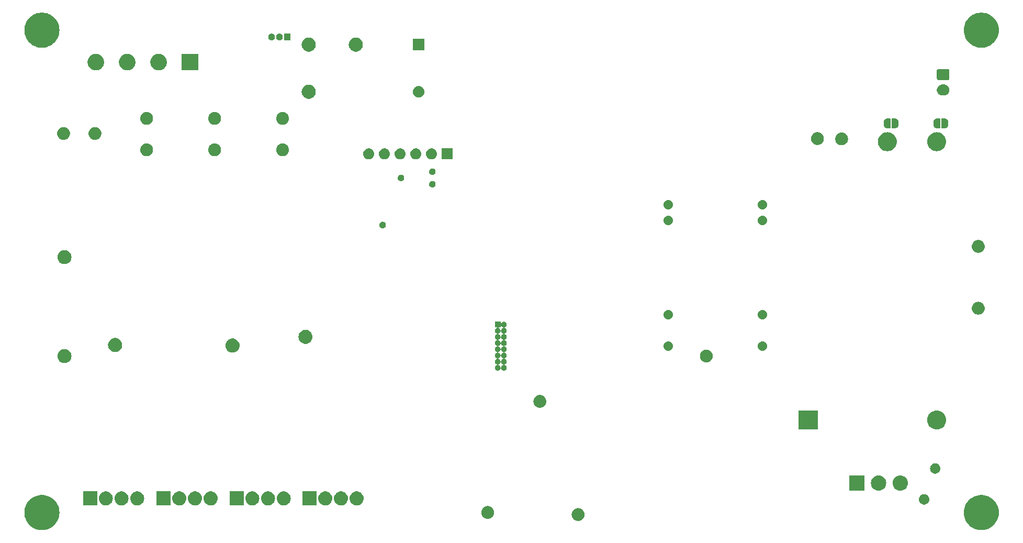
<source format=gbr>
%TF.GenerationSoftware,KiCad,Pcbnew,8.0.1*%
%TF.CreationDate,2024-06-09T19:14:10+02:00*%
%TF.ProjectId,daqIONA,64617149-4f4e-4412-9e6b-696361645f70,rev?*%
%TF.SameCoordinates,Original*%
%TF.FileFunction,Soldermask,Bot*%
%TF.FilePolarity,Negative*%
%FSLAX46Y46*%
G04 Gerber Fmt 4.6, Leading zero omitted, Abs format (unit mm)*
G04 Created by KiCad (PCBNEW 8.0.1) date 2024-06-09 19:14:10*
%MOMM*%
%LPD*%
G01*
G04 APERTURE LIST*
G04 APERTURE END LIST*
G36*
X65093161Y-157403146D02*
G01*
X65414521Y-157479310D01*
X65724867Y-157592266D01*
X66020000Y-157740488D01*
X66295930Y-157921970D01*
X66548926Y-158134259D01*
X66775566Y-158374483D01*
X66972785Y-158639395D01*
X67137917Y-158925410D01*
X67268727Y-159228663D01*
X67363447Y-159545051D01*
X67420797Y-159870296D01*
X67440000Y-160200000D01*
X67420797Y-160529704D01*
X67363447Y-160854949D01*
X67268727Y-161171337D01*
X67137917Y-161474590D01*
X66972785Y-161760605D01*
X66775566Y-162025517D01*
X66548926Y-162265741D01*
X66295930Y-162478030D01*
X66020000Y-162659512D01*
X65724867Y-162807734D01*
X65414521Y-162920690D01*
X65093161Y-162996854D01*
X64765131Y-163035195D01*
X64434869Y-163035195D01*
X64106839Y-162996854D01*
X63785479Y-162920690D01*
X63475133Y-162807734D01*
X63180000Y-162659512D01*
X62904070Y-162478030D01*
X62651074Y-162265741D01*
X62424434Y-162025517D01*
X62227215Y-161760605D01*
X62062083Y-161474590D01*
X61931273Y-161171337D01*
X61836553Y-160854949D01*
X61779203Y-160529704D01*
X61760000Y-160200000D01*
X61779203Y-159870296D01*
X61836553Y-159545051D01*
X61931273Y-159228663D01*
X62062083Y-158925410D01*
X62227215Y-158639395D01*
X62424434Y-158374483D01*
X62651074Y-158134259D01*
X62904070Y-157921970D01*
X63180000Y-157740488D01*
X63475133Y-157592266D01*
X63785479Y-157479310D01*
X64106839Y-157403146D01*
X64434869Y-157364805D01*
X64765131Y-157364805D01*
X65093161Y-157403146D01*
G37*
G36*
X217093161Y-157403146D02*
G01*
X217414521Y-157479310D01*
X217724867Y-157592266D01*
X218020000Y-157740488D01*
X218295930Y-157921970D01*
X218548926Y-158134259D01*
X218775566Y-158374483D01*
X218972785Y-158639395D01*
X219137917Y-158925410D01*
X219268727Y-159228663D01*
X219363447Y-159545051D01*
X219420797Y-159870296D01*
X219440000Y-160200000D01*
X219420797Y-160529704D01*
X219363447Y-160854949D01*
X219268727Y-161171337D01*
X219137917Y-161474590D01*
X218972785Y-161760605D01*
X218775566Y-162025517D01*
X218548926Y-162265741D01*
X218295930Y-162478030D01*
X218020000Y-162659512D01*
X217724867Y-162807734D01*
X217414521Y-162920690D01*
X217093161Y-162996854D01*
X216765131Y-163035195D01*
X216434869Y-163035195D01*
X216106839Y-162996854D01*
X215785479Y-162920690D01*
X215475133Y-162807734D01*
X215180000Y-162659512D01*
X214904070Y-162478030D01*
X214651074Y-162265741D01*
X214424434Y-162025517D01*
X214227215Y-161760605D01*
X214062083Y-161474590D01*
X213931273Y-161171337D01*
X213836553Y-160854949D01*
X213779203Y-160529704D01*
X213760000Y-160200000D01*
X213779203Y-159870296D01*
X213836553Y-159545051D01*
X213931273Y-159228663D01*
X214062083Y-158925410D01*
X214227215Y-158639395D01*
X214424434Y-158374483D01*
X214651074Y-158134259D01*
X214904070Y-157921970D01*
X215180000Y-157740488D01*
X215475133Y-157592266D01*
X215785479Y-157479310D01*
X216106839Y-157403146D01*
X216434869Y-157364805D01*
X216765131Y-157364805D01*
X217093161Y-157403146D01*
G37*
G36*
X151397213Y-159484650D02*
G01*
X151445937Y-159484650D01*
X151500198Y-159494793D01*
X151552894Y-159499983D01*
X151592925Y-159512126D01*
X151634549Y-159519907D01*
X151692198Y-159542240D01*
X151747991Y-159559165D01*
X151779869Y-159576204D01*
X151813474Y-159589223D01*
X151871869Y-159625380D01*
X151927793Y-159655272D01*
X151951288Y-159674554D01*
X151976609Y-159690232D01*
X152032717Y-159741381D01*
X152085391Y-159784609D01*
X152100997Y-159803626D01*
X152118412Y-159819501D01*
X152168968Y-159886449D01*
X152214728Y-159942207D01*
X152223576Y-159958761D01*
X152234045Y-159972624D01*
X152275680Y-160056239D01*
X152310835Y-160122009D01*
X152314585Y-160134372D01*
X152319571Y-160144385D01*
X152349029Y-160247919D01*
X152370017Y-160317106D01*
X152370706Y-160324104D01*
X152372081Y-160328936D01*
X152386367Y-160483120D01*
X152390000Y-160520000D01*
X152386367Y-160556882D01*
X152372081Y-160711063D01*
X152370706Y-160715894D01*
X152370017Y-160722894D01*
X152349024Y-160792096D01*
X152319571Y-160895614D01*
X152314586Y-160905624D01*
X152310835Y-160917991D01*
X152275673Y-160983773D01*
X152234045Y-161067375D01*
X152223578Y-161081234D01*
X152214728Y-161097793D01*
X152168959Y-161153562D01*
X152118412Y-161220498D01*
X152101001Y-161236369D01*
X152085391Y-161255391D01*
X152032706Y-161298627D01*
X151976609Y-161349767D01*
X151951293Y-161365441D01*
X151927793Y-161384728D01*
X151871857Y-161414626D01*
X151813474Y-161450776D01*
X151779876Y-161463791D01*
X151747991Y-161480835D01*
X151692186Y-161497763D01*
X151634549Y-161520092D01*
X151592931Y-161527871D01*
X151552894Y-161540017D01*
X151500195Y-161545207D01*
X151445937Y-161555350D01*
X151397213Y-161555350D01*
X151350000Y-161560000D01*
X151302787Y-161555350D01*
X151254063Y-161555350D01*
X151199804Y-161545207D01*
X151147106Y-161540017D01*
X151107069Y-161527872D01*
X151065450Y-161520092D01*
X151007809Y-161497761D01*
X150952009Y-161480835D01*
X150920126Y-161463793D01*
X150886525Y-161450776D01*
X150828134Y-161414622D01*
X150772207Y-161384728D01*
X150748709Y-161365444D01*
X150723390Y-161349767D01*
X150667283Y-161298619D01*
X150614609Y-161255391D01*
X150599001Y-161236373D01*
X150581587Y-161220498D01*
X150531027Y-161153546D01*
X150485272Y-161097793D01*
X150476423Y-161081239D01*
X150465954Y-161067375D01*
X150424312Y-160983746D01*
X150389165Y-160917991D01*
X150385415Y-160905630D01*
X150380428Y-160895614D01*
X150350959Y-160792042D01*
X150329983Y-160722894D01*
X150329294Y-160715899D01*
X150327918Y-160711063D01*
X150313615Y-160556710D01*
X150310000Y-160520000D01*
X150313615Y-160483292D01*
X150327918Y-160328936D01*
X150329294Y-160324099D01*
X150329983Y-160317106D01*
X150350954Y-160247972D01*
X150380428Y-160144385D01*
X150385416Y-160134367D01*
X150389165Y-160122009D01*
X150424305Y-160056267D01*
X150465954Y-159972624D01*
X150476425Y-159958757D01*
X150485272Y-159942207D01*
X150531018Y-159886464D01*
X150581587Y-159819501D01*
X150599004Y-159803622D01*
X150614609Y-159784609D01*
X150667272Y-159741389D01*
X150723390Y-159690232D01*
X150748714Y-159674551D01*
X150772207Y-159655272D01*
X150828123Y-159625384D01*
X150886525Y-159589223D01*
X150920133Y-159576203D01*
X150952009Y-159559165D01*
X151007797Y-159542241D01*
X151065450Y-159519907D01*
X151107076Y-159512125D01*
X151147106Y-159499983D01*
X151199800Y-159494793D01*
X151254063Y-159484650D01*
X151302787Y-159484650D01*
X151350000Y-159480000D01*
X151397213Y-159484650D01*
G37*
G36*
X136777213Y-159144650D02*
G01*
X136825937Y-159144650D01*
X136880198Y-159154793D01*
X136932894Y-159159983D01*
X136972925Y-159172126D01*
X137014549Y-159179907D01*
X137072198Y-159202240D01*
X137127991Y-159219165D01*
X137159869Y-159236204D01*
X137193474Y-159249223D01*
X137251869Y-159285380D01*
X137307793Y-159315272D01*
X137331288Y-159334554D01*
X137356609Y-159350232D01*
X137412717Y-159401381D01*
X137465391Y-159444609D01*
X137480997Y-159463626D01*
X137498412Y-159479501D01*
X137548968Y-159546449D01*
X137594728Y-159602207D01*
X137603576Y-159618761D01*
X137614045Y-159632624D01*
X137655680Y-159716239D01*
X137690835Y-159782009D01*
X137694585Y-159794372D01*
X137699571Y-159804385D01*
X137729029Y-159907919D01*
X137750017Y-159977106D01*
X137750706Y-159984104D01*
X137752081Y-159988936D01*
X137766367Y-160143120D01*
X137770000Y-160180000D01*
X137766367Y-160216882D01*
X137752081Y-160371063D01*
X137750706Y-160375894D01*
X137750017Y-160382894D01*
X137729024Y-160452096D01*
X137699571Y-160555614D01*
X137694586Y-160565624D01*
X137690835Y-160577991D01*
X137655673Y-160643773D01*
X137614045Y-160727375D01*
X137603578Y-160741234D01*
X137594728Y-160757793D01*
X137548959Y-160813562D01*
X137498412Y-160880498D01*
X137481001Y-160896369D01*
X137465391Y-160915391D01*
X137412706Y-160958627D01*
X137356609Y-161009767D01*
X137331293Y-161025441D01*
X137307793Y-161044728D01*
X137251857Y-161074626D01*
X137193474Y-161110776D01*
X137159876Y-161123791D01*
X137127991Y-161140835D01*
X137072186Y-161157763D01*
X137014549Y-161180092D01*
X136972931Y-161187871D01*
X136932894Y-161200017D01*
X136880195Y-161205207D01*
X136825937Y-161215350D01*
X136777213Y-161215350D01*
X136730000Y-161220000D01*
X136682787Y-161215350D01*
X136634063Y-161215350D01*
X136579804Y-161205207D01*
X136527106Y-161200017D01*
X136487069Y-161187872D01*
X136445450Y-161180092D01*
X136387809Y-161157761D01*
X136332009Y-161140835D01*
X136300126Y-161123793D01*
X136266525Y-161110776D01*
X136208134Y-161074622D01*
X136152207Y-161044728D01*
X136128709Y-161025444D01*
X136103390Y-161009767D01*
X136047283Y-160958619D01*
X135994609Y-160915391D01*
X135979001Y-160896373D01*
X135961587Y-160880498D01*
X135911027Y-160813546D01*
X135865272Y-160757793D01*
X135856423Y-160741239D01*
X135845954Y-160727375D01*
X135804312Y-160643746D01*
X135769165Y-160577991D01*
X135765415Y-160565630D01*
X135760428Y-160555614D01*
X135730959Y-160452042D01*
X135709983Y-160382894D01*
X135709294Y-160375899D01*
X135707918Y-160371063D01*
X135693615Y-160216710D01*
X135690000Y-160180000D01*
X135693615Y-160143292D01*
X135707918Y-159988936D01*
X135709294Y-159984099D01*
X135709983Y-159977106D01*
X135730954Y-159907972D01*
X135760428Y-159804385D01*
X135765416Y-159794367D01*
X135769165Y-159782009D01*
X135804305Y-159716267D01*
X135845954Y-159632624D01*
X135856425Y-159618757D01*
X135865272Y-159602207D01*
X135911018Y-159546464D01*
X135961587Y-159479501D01*
X135979004Y-159463622D01*
X135994609Y-159444609D01*
X136047272Y-159401389D01*
X136103390Y-159350232D01*
X136128714Y-159334551D01*
X136152207Y-159315272D01*
X136208123Y-159285384D01*
X136266525Y-159249223D01*
X136300133Y-159236203D01*
X136332009Y-159219165D01*
X136387797Y-159202241D01*
X136445450Y-159179907D01*
X136487076Y-159172125D01*
X136527106Y-159159983D01*
X136579800Y-159154793D01*
X136634063Y-159144650D01*
X136682787Y-159144650D01*
X136730000Y-159140000D01*
X136777213Y-159144650D01*
G37*
G36*
X73515307Y-156763045D02*
G01*
X73528284Y-156771716D01*
X73536955Y-156784693D01*
X73540000Y-156800000D01*
X73540000Y-159000000D01*
X73536955Y-159015307D01*
X73528284Y-159028284D01*
X73515307Y-159036955D01*
X73500000Y-159040000D01*
X71300000Y-159040000D01*
X71284693Y-159036955D01*
X71271716Y-159028284D01*
X71263045Y-159015307D01*
X71260000Y-159000000D01*
X71260000Y-156800000D01*
X71263045Y-156784693D01*
X71271716Y-156771716D01*
X71284693Y-156763045D01*
X71300000Y-156760000D01*
X73500000Y-156760000D01*
X73515307Y-156763045D01*
G37*
G36*
X85400307Y-156763045D02*
G01*
X85413284Y-156771716D01*
X85421955Y-156784693D01*
X85425000Y-156800000D01*
X85425000Y-159000000D01*
X85421955Y-159015307D01*
X85413284Y-159028284D01*
X85400307Y-159036955D01*
X85385000Y-159040000D01*
X83185000Y-159040000D01*
X83169693Y-159036955D01*
X83156716Y-159028284D01*
X83148045Y-159015307D01*
X83145000Y-159000000D01*
X83145000Y-156800000D01*
X83148045Y-156784693D01*
X83156716Y-156771716D01*
X83169693Y-156763045D01*
X83185000Y-156760000D01*
X85385000Y-156760000D01*
X85400307Y-156763045D01*
G37*
G36*
X97215307Y-156763045D02*
G01*
X97228284Y-156771716D01*
X97236955Y-156784693D01*
X97240000Y-156800000D01*
X97240000Y-159000000D01*
X97236955Y-159015307D01*
X97228284Y-159028284D01*
X97215307Y-159036955D01*
X97200000Y-159040000D01*
X95000000Y-159040000D01*
X94984693Y-159036955D01*
X94971716Y-159028284D01*
X94963045Y-159015307D01*
X94960000Y-159000000D01*
X94960000Y-156800000D01*
X94963045Y-156784693D01*
X94971716Y-156771716D01*
X94984693Y-156763045D01*
X95000000Y-156760000D01*
X97200000Y-156760000D01*
X97215307Y-156763045D01*
G37*
G36*
X109015307Y-156763045D02*
G01*
X109028284Y-156771716D01*
X109036955Y-156784693D01*
X109040000Y-156800000D01*
X109040000Y-159000000D01*
X109036955Y-159015307D01*
X109028284Y-159028284D01*
X109015307Y-159036955D01*
X109000000Y-159040000D01*
X106800000Y-159040000D01*
X106784693Y-159036955D01*
X106771716Y-159028284D01*
X106763045Y-159015307D01*
X106760000Y-159000000D01*
X106760000Y-156800000D01*
X106763045Y-156784693D01*
X106771716Y-156771716D01*
X106784693Y-156763045D01*
X106800000Y-156760000D01*
X109000000Y-156760000D01*
X109015307Y-156763045D01*
G37*
G36*
X75251976Y-156803519D02*
G01*
X75448142Y-156879514D01*
X75627003Y-156990260D01*
X75782470Y-157131987D01*
X75909248Y-157299867D01*
X76003018Y-157488185D01*
X76060589Y-157690526D01*
X76080000Y-157900000D01*
X76060589Y-158109474D01*
X76003018Y-158311815D01*
X75909248Y-158500133D01*
X75782470Y-158668013D01*
X75627003Y-158809740D01*
X75448142Y-158920486D01*
X75251976Y-158996481D01*
X75045186Y-159035137D01*
X74834814Y-159035137D01*
X74628024Y-158996481D01*
X74431858Y-158920486D01*
X74252997Y-158809740D01*
X74097530Y-158668013D01*
X73970752Y-158500133D01*
X73876982Y-158311815D01*
X73819411Y-158109474D01*
X73800000Y-157900000D01*
X73819411Y-157690526D01*
X73876982Y-157488185D01*
X73970752Y-157299867D01*
X74097530Y-157131987D01*
X74252997Y-156990260D01*
X74431858Y-156879514D01*
X74628024Y-156803519D01*
X74834814Y-156764863D01*
X75045186Y-156764863D01*
X75251976Y-156803519D01*
G37*
G36*
X77791976Y-156803519D02*
G01*
X77988142Y-156879514D01*
X78167003Y-156990260D01*
X78322470Y-157131987D01*
X78449248Y-157299867D01*
X78543018Y-157488185D01*
X78600589Y-157690526D01*
X78620000Y-157900000D01*
X78600589Y-158109474D01*
X78543018Y-158311815D01*
X78449248Y-158500133D01*
X78322470Y-158668013D01*
X78167003Y-158809740D01*
X77988142Y-158920486D01*
X77791976Y-158996481D01*
X77585186Y-159035137D01*
X77374814Y-159035137D01*
X77168024Y-158996481D01*
X76971858Y-158920486D01*
X76792997Y-158809740D01*
X76637530Y-158668013D01*
X76510752Y-158500133D01*
X76416982Y-158311815D01*
X76359411Y-158109474D01*
X76340000Y-157900000D01*
X76359411Y-157690526D01*
X76416982Y-157488185D01*
X76510752Y-157299867D01*
X76637530Y-157131987D01*
X76792997Y-156990260D01*
X76971858Y-156879514D01*
X77168024Y-156803519D01*
X77374814Y-156764863D01*
X77585186Y-156764863D01*
X77791976Y-156803519D01*
G37*
G36*
X80331976Y-156803519D02*
G01*
X80528142Y-156879514D01*
X80707003Y-156990260D01*
X80862470Y-157131987D01*
X80989248Y-157299867D01*
X81083018Y-157488185D01*
X81140589Y-157690526D01*
X81160000Y-157900000D01*
X81140589Y-158109474D01*
X81083018Y-158311815D01*
X80989248Y-158500133D01*
X80862470Y-158668013D01*
X80707003Y-158809740D01*
X80528142Y-158920486D01*
X80331976Y-158996481D01*
X80125186Y-159035137D01*
X79914814Y-159035137D01*
X79708024Y-158996481D01*
X79511858Y-158920486D01*
X79332997Y-158809740D01*
X79177530Y-158668013D01*
X79050752Y-158500133D01*
X78956982Y-158311815D01*
X78899411Y-158109474D01*
X78880000Y-157900000D01*
X78899411Y-157690526D01*
X78956982Y-157488185D01*
X79050752Y-157299867D01*
X79177530Y-157131987D01*
X79332997Y-156990260D01*
X79511858Y-156879514D01*
X79708024Y-156803519D01*
X79914814Y-156764863D01*
X80125186Y-156764863D01*
X80331976Y-156803519D01*
G37*
G36*
X87136976Y-156803519D02*
G01*
X87333142Y-156879514D01*
X87512003Y-156990260D01*
X87667470Y-157131987D01*
X87794248Y-157299867D01*
X87888018Y-157488185D01*
X87945589Y-157690526D01*
X87965000Y-157900000D01*
X87945589Y-158109474D01*
X87888018Y-158311815D01*
X87794248Y-158500133D01*
X87667470Y-158668013D01*
X87512003Y-158809740D01*
X87333142Y-158920486D01*
X87136976Y-158996481D01*
X86930186Y-159035137D01*
X86719814Y-159035137D01*
X86513024Y-158996481D01*
X86316858Y-158920486D01*
X86137997Y-158809740D01*
X85982530Y-158668013D01*
X85855752Y-158500133D01*
X85761982Y-158311815D01*
X85704411Y-158109474D01*
X85685000Y-157900000D01*
X85704411Y-157690526D01*
X85761982Y-157488185D01*
X85855752Y-157299867D01*
X85982530Y-157131987D01*
X86137997Y-156990260D01*
X86316858Y-156879514D01*
X86513024Y-156803519D01*
X86719814Y-156764863D01*
X86930186Y-156764863D01*
X87136976Y-156803519D01*
G37*
G36*
X89676976Y-156803519D02*
G01*
X89873142Y-156879514D01*
X90052003Y-156990260D01*
X90207470Y-157131987D01*
X90334248Y-157299867D01*
X90428018Y-157488185D01*
X90485589Y-157690526D01*
X90505000Y-157900000D01*
X90485589Y-158109474D01*
X90428018Y-158311815D01*
X90334248Y-158500133D01*
X90207470Y-158668013D01*
X90052003Y-158809740D01*
X89873142Y-158920486D01*
X89676976Y-158996481D01*
X89470186Y-159035137D01*
X89259814Y-159035137D01*
X89053024Y-158996481D01*
X88856858Y-158920486D01*
X88677997Y-158809740D01*
X88522530Y-158668013D01*
X88395752Y-158500133D01*
X88301982Y-158311815D01*
X88244411Y-158109474D01*
X88225000Y-157900000D01*
X88244411Y-157690526D01*
X88301982Y-157488185D01*
X88395752Y-157299867D01*
X88522530Y-157131987D01*
X88677997Y-156990260D01*
X88856858Y-156879514D01*
X89053024Y-156803519D01*
X89259814Y-156764863D01*
X89470186Y-156764863D01*
X89676976Y-156803519D01*
G37*
G36*
X92216976Y-156803519D02*
G01*
X92413142Y-156879514D01*
X92592003Y-156990260D01*
X92747470Y-157131987D01*
X92874248Y-157299867D01*
X92968018Y-157488185D01*
X93025589Y-157690526D01*
X93045000Y-157900000D01*
X93025589Y-158109474D01*
X92968018Y-158311815D01*
X92874248Y-158500133D01*
X92747470Y-158668013D01*
X92592003Y-158809740D01*
X92413142Y-158920486D01*
X92216976Y-158996481D01*
X92010186Y-159035137D01*
X91799814Y-159035137D01*
X91593024Y-158996481D01*
X91396858Y-158920486D01*
X91217997Y-158809740D01*
X91062530Y-158668013D01*
X90935752Y-158500133D01*
X90841982Y-158311815D01*
X90784411Y-158109474D01*
X90765000Y-157900000D01*
X90784411Y-157690526D01*
X90841982Y-157488185D01*
X90935752Y-157299867D01*
X91062530Y-157131987D01*
X91217997Y-156990260D01*
X91396858Y-156879514D01*
X91593024Y-156803519D01*
X91799814Y-156764863D01*
X92010186Y-156764863D01*
X92216976Y-156803519D01*
G37*
G36*
X98951976Y-156803519D02*
G01*
X99148142Y-156879514D01*
X99327003Y-156990260D01*
X99482470Y-157131987D01*
X99609248Y-157299867D01*
X99703018Y-157488185D01*
X99760589Y-157690526D01*
X99780000Y-157900000D01*
X99760589Y-158109474D01*
X99703018Y-158311815D01*
X99609248Y-158500133D01*
X99482470Y-158668013D01*
X99327003Y-158809740D01*
X99148142Y-158920486D01*
X98951976Y-158996481D01*
X98745186Y-159035137D01*
X98534814Y-159035137D01*
X98328024Y-158996481D01*
X98131858Y-158920486D01*
X97952997Y-158809740D01*
X97797530Y-158668013D01*
X97670752Y-158500133D01*
X97576982Y-158311815D01*
X97519411Y-158109474D01*
X97500000Y-157900000D01*
X97519411Y-157690526D01*
X97576982Y-157488185D01*
X97670752Y-157299867D01*
X97797530Y-157131987D01*
X97952997Y-156990260D01*
X98131858Y-156879514D01*
X98328024Y-156803519D01*
X98534814Y-156764863D01*
X98745186Y-156764863D01*
X98951976Y-156803519D01*
G37*
G36*
X101491976Y-156803519D02*
G01*
X101688142Y-156879514D01*
X101867003Y-156990260D01*
X102022470Y-157131987D01*
X102149248Y-157299867D01*
X102243018Y-157488185D01*
X102300589Y-157690526D01*
X102320000Y-157900000D01*
X102300589Y-158109474D01*
X102243018Y-158311815D01*
X102149248Y-158500133D01*
X102022470Y-158668013D01*
X101867003Y-158809740D01*
X101688142Y-158920486D01*
X101491976Y-158996481D01*
X101285186Y-159035137D01*
X101074814Y-159035137D01*
X100868024Y-158996481D01*
X100671858Y-158920486D01*
X100492997Y-158809740D01*
X100337530Y-158668013D01*
X100210752Y-158500133D01*
X100116982Y-158311815D01*
X100059411Y-158109474D01*
X100040000Y-157900000D01*
X100059411Y-157690526D01*
X100116982Y-157488185D01*
X100210752Y-157299867D01*
X100337530Y-157131987D01*
X100492997Y-156990260D01*
X100671858Y-156879514D01*
X100868024Y-156803519D01*
X101074814Y-156764863D01*
X101285186Y-156764863D01*
X101491976Y-156803519D01*
G37*
G36*
X104031976Y-156803519D02*
G01*
X104228142Y-156879514D01*
X104407003Y-156990260D01*
X104562470Y-157131987D01*
X104689248Y-157299867D01*
X104783018Y-157488185D01*
X104840589Y-157690526D01*
X104860000Y-157900000D01*
X104840589Y-158109474D01*
X104783018Y-158311815D01*
X104689248Y-158500133D01*
X104562470Y-158668013D01*
X104407003Y-158809740D01*
X104228142Y-158920486D01*
X104031976Y-158996481D01*
X103825186Y-159035137D01*
X103614814Y-159035137D01*
X103408024Y-158996481D01*
X103211858Y-158920486D01*
X103032997Y-158809740D01*
X102877530Y-158668013D01*
X102750752Y-158500133D01*
X102656982Y-158311815D01*
X102599411Y-158109474D01*
X102580000Y-157900000D01*
X102599411Y-157690526D01*
X102656982Y-157488185D01*
X102750752Y-157299867D01*
X102877530Y-157131987D01*
X103032997Y-156990260D01*
X103211858Y-156879514D01*
X103408024Y-156803519D01*
X103614814Y-156764863D01*
X103825186Y-156764863D01*
X104031976Y-156803519D01*
G37*
G36*
X110751976Y-156803519D02*
G01*
X110948142Y-156879514D01*
X111127003Y-156990260D01*
X111282470Y-157131987D01*
X111409248Y-157299867D01*
X111503018Y-157488185D01*
X111560589Y-157690526D01*
X111580000Y-157900000D01*
X111560589Y-158109474D01*
X111503018Y-158311815D01*
X111409248Y-158500133D01*
X111282470Y-158668013D01*
X111127003Y-158809740D01*
X110948142Y-158920486D01*
X110751976Y-158996481D01*
X110545186Y-159035137D01*
X110334814Y-159035137D01*
X110128024Y-158996481D01*
X109931858Y-158920486D01*
X109752997Y-158809740D01*
X109597530Y-158668013D01*
X109470752Y-158500133D01*
X109376982Y-158311815D01*
X109319411Y-158109474D01*
X109300000Y-157900000D01*
X109319411Y-157690526D01*
X109376982Y-157488185D01*
X109470752Y-157299867D01*
X109597530Y-157131987D01*
X109752997Y-156990260D01*
X109931858Y-156879514D01*
X110128024Y-156803519D01*
X110334814Y-156764863D01*
X110545186Y-156764863D01*
X110751976Y-156803519D01*
G37*
G36*
X113291976Y-156803519D02*
G01*
X113488142Y-156879514D01*
X113667003Y-156990260D01*
X113822470Y-157131987D01*
X113949248Y-157299867D01*
X114043018Y-157488185D01*
X114100589Y-157690526D01*
X114120000Y-157900000D01*
X114100589Y-158109474D01*
X114043018Y-158311815D01*
X113949248Y-158500133D01*
X113822470Y-158668013D01*
X113667003Y-158809740D01*
X113488142Y-158920486D01*
X113291976Y-158996481D01*
X113085186Y-159035137D01*
X112874814Y-159035137D01*
X112668024Y-158996481D01*
X112471858Y-158920486D01*
X112292997Y-158809740D01*
X112137530Y-158668013D01*
X112010752Y-158500133D01*
X111916982Y-158311815D01*
X111859411Y-158109474D01*
X111840000Y-157900000D01*
X111859411Y-157690526D01*
X111916982Y-157488185D01*
X112010752Y-157299867D01*
X112137530Y-157131987D01*
X112292997Y-156990260D01*
X112471858Y-156879514D01*
X112668024Y-156803519D01*
X112874814Y-156764863D01*
X113085186Y-156764863D01*
X113291976Y-156803519D01*
G37*
G36*
X115831976Y-156803519D02*
G01*
X116028142Y-156879514D01*
X116207003Y-156990260D01*
X116362470Y-157131987D01*
X116489248Y-157299867D01*
X116583018Y-157488185D01*
X116640589Y-157690526D01*
X116660000Y-157900000D01*
X116640589Y-158109474D01*
X116583018Y-158311815D01*
X116489248Y-158500133D01*
X116362470Y-158668013D01*
X116207003Y-158809740D01*
X116028142Y-158920486D01*
X115831976Y-158996481D01*
X115625186Y-159035137D01*
X115414814Y-159035137D01*
X115208024Y-158996481D01*
X115011858Y-158920486D01*
X114832997Y-158809740D01*
X114677530Y-158668013D01*
X114550752Y-158500133D01*
X114456982Y-158311815D01*
X114399411Y-158109474D01*
X114380000Y-157900000D01*
X114399411Y-157690526D01*
X114456982Y-157488185D01*
X114550752Y-157299867D01*
X114677530Y-157131987D01*
X114832997Y-156990260D01*
X115011858Y-156879514D01*
X115208024Y-156803519D01*
X115414814Y-156764863D01*
X115625186Y-156764863D01*
X115831976Y-156803519D01*
G37*
G36*
X207597074Y-157281113D02*
G01*
X207757500Y-157352539D01*
X207899570Y-157455758D01*
X208017074Y-157586260D01*
X208104878Y-157738341D01*
X208159144Y-157905354D01*
X208177500Y-158080000D01*
X208159144Y-158254646D01*
X208104878Y-158421659D01*
X208017074Y-158573740D01*
X207899570Y-158704242D01*
X207757500Y-158807461D01*
X207597074Y-158878887D01*
X207425304Y-158915398D01*
X207249696Y-158915398D01*
X207077926Y-158878887D01*
X206917500Y-158807461D01*
X206775430Y-158704242D01*
X206657926Y-158573740D01*
X206570122Y-158421659D01*
X206515856Y-158254646D01*
X206497500Y-158080000D01*
X206515856Y-157905354D01*
X206570122Y-157738341D01*
X206657926Y-157586260D01*
X206775430Y-157455758D01*
X206917500Y-157352539D01*
X207077926Y-157281113D01*
X207249696Y-157244602D01*
X207425304Y-157244602D01*
X207597074Y-157281113D01*
G37*
G36*
X197685307Y-154193045D02*
G01*
X197698284Y-154201716D01*
X197706955Y-154214693D01*
X197710000Y-154230000D01*
X197710000Y-156630000D01*
X197706955Y-156645307D01*
X197698284Y-156658284D01*
X197685307Y-156666955D01*
X197670000Y-156670000D01*
X195270000Y-156670000D01*
X195254693Y-156666955D01*
X195241716Y-156658284D01*
X195233045Y-156645307D01*
X195230000Y-156630000D01*
X195230000Y-154230000D01*
X195233045Y-154214693D01*
X195241716Y-154201716D01*
X195254693Y-154193045D01*
X195270000Y-154190000D01*
X197670000Y-154190000D01*
X197685307Y-154193045D01*
G37*
G36*
X200185324Y-154208838D02*
G01*
X200394105Y-154264781D01*
X200590000Y-154356128D01*
X200767057Y-154480105D01*
X200919895Y-154632943D01*
X201043872Y-154810000D01*
X201135219Y-155005895D01*
X201191162Y-155214676D01*
X201210000Y-155430000D01*
X201191162Y-155645324D01*
X201135219Y-155854105D01*
X201043872Y-156050000D01*
X200919895Y-156227057D01*
X200767057Y-156379895D01*
X200590000Y-156503872D01*
X200394105Y-156595219D01*
X200185324Y-156651162D01*
X199970000Y-156670000D01*
X199754676Y-156651162D01*
X199545895Y-156595219D01*
X199350000Y-156503872D01*
X199172943Y-156379895D01*
X199020105Y-156227057D01*
X198896128Y-156050000D01*
X198804781Y-155854105D01*
X198748838Y-155645324D01*
X198730000Y-155430000D01*
X198748838Y-155214676D01*
X198804781Y-155005895D01*
X198896128Y-154810000D01*
X199020105Y-154632943D01*
X199172943Y-154480105D01*
X199350000Y-154356128D01*
X199545895Y-154264781D01*
X199754676Y-154208838D01*
X199970000Y-154190000D01*
X200185324Y-154208838D01*
G37*
G36*
X203685324Y-154208838D02*
G01*
X203894105Y-154264781D01*
X204090000Y-154356128D01*
X204267057Y-154480105D01*
X204419895Y-154632943D01*
X204543872Y-154810000D01*
X204635219Y-155005895D01*
X204691162Y-155214676D01*
X204710000Y-155430000D01*
X204691162Y-155645324D01*
X204635219Y-155854105D01*
X204543872Y-156050000D01*
X204419895Y-156227057D01*
X204267057Y-156379895D01*
X204090000Y-156503872D01*
X203894105Y-156595219D01*
X203685324Y-156651162D01*
X203470000Y-156670000D01*
X203254676Y-156651162D01*
X203045895Y-156595219D01*
X202850000Y-156503872D01*
X202672943Y-156379895D01*
X202520105Y-156227057D01*
X202396128Y-156050000D01*
X202304781Y-155854105D01*
X202248838Y-155645324D01*
X202230000Y-155430000D01*
X202248838Y-155214676D01*
X202304781Y-155005895D01*
X202396128Y-154810000D01*
X202520105Y-154632943D01*
X202672943Y-154480105D01*
X202850000Y-154356128D01*
X203045895Y-154264781D01*
X203254676Y-154208838D01*
X203470000Y-154190000D01*
X203685324Y-154208838D01*
G37*
G36*
X209397074Y-152281113D02*
G01*
X209557500Y-152352539D01*
X209699570Y-152455758D01*
X209817074Y-152586260D01*
X209904878Y-152738341D01*
X209959144Y-152905354D01*
X209977500Y-153080000D01*
X209959144Y-153254646D01*
X209904878Y-153421659D01*
X209817074Y-153573740D01*
X209699570Y-153704242D01*
X209557500Y-153807461D01*
X209397074Y-153878887D01*
X209225304Y-153915398D01*
X209049696Y-153915398D01*
X208877926Y-153878887D01*
X208717500Y-153807461D01*
X208575430Y-153704242D01*
X208457926Y-153573740D01*
X208370122Y-153421659D01*
X208315856Y-153254646D01*
X208297500Y-153080000D01*
X208315856Y-152905354D01*
X208370122Y-152738341D01*
X208457926Y-152586260D01*
X208575430Y-152455758D01*
X208717500Y-152352539D01*
X208877926Y-152281113D01*
X209049696Y-152244602D01*
X209225304Y-152244602D01*
X209397074Y-152281113D01*
G37*
G36*
X190102807Y-143693045D02*
G01*
X190115784Y-143701716D01*
X190124455Y-143714693D01*
X190127500Y-143730000D01*
X190127500Y-146730000D01*
X190124455Y-146745307D01*
X190115784Y-146758284D01*
X190102807Y-146766955D01*
X190087500Y-146770000D01*
X187087500Y-146770000D01*
X187072193Y-146766955D01*
X187059216Y-146758284D01*
X187050545Y-146745307D01*
X187047500Y-146730000D01*
X187047500Y-143730000D01*
X187050545Y-143714693D01*
X187059216Y-143701716D01*
X187072193Y-143693045D01*
X187087500Y-143690000D01*
X190087500Y-143690000D01*
X190102807Y-143693045D01*
G37*
G36*
X209628409Y-143708960D02*
G01*
X209863386Y-143765373D01*
X210086645Y-143857850D01*
X210292689Y-143984114D01*
X210476444Y-144141056D01*
X210633386Y-144324811D01*
X210759650Y-144530855D01*
X210852127Y-144754114D01*
X210908540Y-144989091D01*
X210927500Y-145230000D01*
X210908540Y-145470909D01*
X210852127Y-145705886D01*
X210759650Y-145929145D01*
X210633386Y-146135189D01*
X210476444Y-146318944D01*
X210292689Y-146475886D01*
X210086645Y-146602150D01*
X209863386Y-146694627D01*
X209628409Y-146751040D01*
X209387500Y-146770000D01*
X209146591Y-146751040D01*
X208911614Y-146694627D01*
X208688355Y-146602150D01*
X208482311Y-146475886D01*
X208298556Y-146318944D01*
X208141614Y-146135189D01*
X208015350Y-145929145D01*
X207922873Y-145705886D01*
X207866460Y-145470909D01*
X207847500Y-145230000D01*
X207866460Y-144989091D01*
X207922873Y-144754114D01*
X208015350Y-144530855D01*
X208141614Y-144324811D01*
X208298556Y-144141056D01*
X208482311Y-143984114D01*
X208688355Y-143857850D01*
X208911614Y-143765373D01*
X209146591Y-143708960D01*
X209387500Y-143690000D01*
X209628409Y-143708960D01*
G37*
G36*
X145207213Y-141184650D02*
G01*
X145255937Y-141184650D01*
X145310198Y-141194793D01*
X145362894Y-141199983D01*
X145402925Y-141212126D01*
X145444549Y-141219907D01*
X145502198Y-141242240D01*
X145557991Y-141259165D01*
X145589869Y-141276204D01*
X145623474Y-141289223D01*
X145681869Y-141325380D01*
X145737793Y-141355272D01*
X145761288Y-141374554D01*
X145786609Y-141390232D01*
X145842717Y-141441381D01*
X145895391Y-141484609D01*
X145910997Y-141503626D01*
X145928412Y-141519501D01*
X145978968Y-141586449D01*
X146024728Y-141642207D01*
X146033576Y-141658761D01*
X146044045Y-141672624D01*
X146085680Y-141756239D01*
X146120835Y-141822009D01*
X146124585Y-141834372D01*
X146129571Y-141844385D01*
X146159029Y-141947919D01*
X146180017Y-142017106D01*
X146180706Y-142024104D01*
X146182081Y-142028936D01*
X146196367Y-142183120D01*
X146200000Y-142220000D01*
X146196367Y-142256882D01*
X146182081Y-142411063D01*
X146180706Y-142415894D01*
X146180017Y-142422894D01*
X146159024Y-142492096D01*
X146129571Y-142595614D01*
X146124586Y-142605624D01*
X146120835Y-142617991D01*
X146085673Y-142683773D01*
X146044045Y-142767375D01*
X146033578Y-142781234D01*
X146024728Y-142797793D01*
X145978959Y-142853562D01*
X145928412Y-142920498D01*
X145911001Y-142936369D01*
X145895391Y-142955391D01*
X145842706Y-142998627D01*
X145786609Y-143049767D01*
X145761293Y-143065441D01*
X145737793Y-143084728D01*
X145681857Y-143114626D01*
X145623474Y-143150776D01*
X145589876Y-143163791D01*
X145557991Y-143180835D01*
X145502186Y-143197763D01*
X145444549Y-143220092D01*
X145402931Y-143227871D01*
X145362894Y-143240017D01*
X145310195Y-143245207D01*
X145255937Y-143255350D01*
X145207213Y-143255350D01*
X145160000Y-143260000D01*
X145112787Y-143255350D01*
X145064063Y-143255350D01*
X145009804Y-143245207D01*
X144957106Y-143240017D01*
X144917069Y-143227872D01*
X144875450Y-143220092D01*
X144817809Y-143197761D01*
X144762009Y-143180835D01*
X144730126Y-143163793D01*
X144696525Y-143150776D01*
X144638134Y-143114622D01*
X144582207Y-143084728D01*
X144558709Y-143065444D01*
X144533390Y-143049767D01*
X144477283Y-142998619D01*
X144424609Y-142955391D01*
X144409001Y-142936373D01*
X144391587Y-142920498D01*
X144341027Y-142853546D01*
X144295272Y-142797793D01*
X144286423Y-142781239D01*
X144275954Y-142767375D01*
X144234312Y-142683746D01*
X144199165Y-142617991D01*
X144195415Y-142605630D01*
X144190428Y-142595614D01*
X144160959Y-142492042D01*
X144139983Y-142422894D01*
X144139294Y-142415899D01*
X144137918Y-142411063D01*
X144123615Y-142256710D01*
X144120000Y-142220000D01*
X144123615Y-142183292D01*
X144137918Y-142028936D01*
X144139294Y-142024099D01*
X144139983Y-142017106D01*
X144160954Y-141947972D01*
X144190428Y-141844385D01*
X144195416Y-141834367D01*
X144199165Y-141822009D01*
X144234305Y-141756267D01*
X144275954Y-141672624D01*
X144286425Y-141658757D01*
X144295272Y-141642207D01*
X144341018Y-141586464D01*
X144391587Y-141519501D01*
X144409004Y-141503622D01*
X144424609Y-141484609D01*
X144477272Y-141441389D01*
X144533390Y-141390232D01*
X144558714Y-141374551D01*
X144582207Y-141355272D01*
X144638123Y-141325384D01*
X144696525Y-141289223D01*
X144730133Y-141276203D01*
X144762009Y-141259165D01*
X144817797Y-141242241D01*
X144875450Y-141219907D01*
X144917076Y-141212125D01*
X144957106Y-141199983D01*
X145009800Y-141194793D01*
X145064063Y-141184650D01*
X145112787Y-141184650D01*
X145160000Y-141180000D01*
X145207213Y-141184650D01*
G37*
G36*
X138790307Y-129338045D02*
G01*
X138803284Y-129346716D01*
X138811955Y-129359693D01*
X138815000Y-129375000D01*
X138815000Y-129677686D01*
X138895488Y-129693697D01*
X138902834Y-129675962D01*
X138903836Y-129668994D01*
X138924101Y-129624618D01*
X138947672Y-129567715D01*
X138953640Y-129559936D01*
X138958817Y-129548602D01*
X138989577Y-129513102D01*
X139021500Y-129471500D01*
X139033813Y-129462051D01*
X139045490Y-129448576D01*
X139081714Y-129425295D01*
X139117715Y-129397672D01*
X139137361Y-129389534D01*
X139156832Y-129377021D01*
X139193713Y-129366191D01*
X139229761Y-129351260D01*
X139256599Y-129347726D01*
X139283824Y-129339733D01*
X139317321Y-129339733D01*
X139350000Y-129335431D01*
X139382678Y-129339733D01*
X139416176Y-129339733D01*
X139443401Y-129347727D01*
X139470238Y-129351260D01*
X139506284Y-129366191D01*
X139543168Y-129377021D01*
X139562638Y-129389533D01*
X139582283Y-129397671D01*
X139618276Y-129425290D01*
X139654510Y-129448576D01*
X139666191Y-129462057D01*
X139678500Y-129471502D01*
X139710411Y-129513089D01*
X139741183Y-129548602D01*
X139746360Y-129559939D01*
X139752327Y-129567715D01*
X139775890Y-129624601D01*
X139796164Y-129668994D01*
X139797166Y-129675963D01*
X139798739Y-129679761D01*
X139809880Y-129764396D01*
X139815000Y-129800000D01*
X139809880Y-129835607D01*
X139798739Y-129920238D01*
X139797166Y-129924034D01*
X139796164Y-129931006D01*
X139775889Y-129975401D01*
X139752328Y-130032283D01*
X139746361Y-130040058D01*
X139741183Y-130051398D01*
X139710408Y-130086913D01*
X139678499Y-130128499D01*
X139666191Y-130137942D01*
X139654510Y-130151424D01*
X139618272Y-130174712D01*
X139582283Y-130202328D01*
X139562642Y-130210463D01*
X139543168Y-130222979D01*
X139506276Y-130233811D01*
X139470238Y-130248739D01*
X139443406Y-130252271D01*
X139416176Y-130260267D01*
X139413931Y-130260267D01*
X139413931Y-130339733D01*
X139416176Y-130339733D01*
X139443403Y-130347727D01*
X139470238Y-130351260D01*
X139506284Y-130366191D01*
X139543168Y-130377021D01*
X139562638Y-130389533D01*
X139582283Y-130397671D01*
X139618276Y-130425290D01*
X139654510Y-130448576D01*
X139666191Y-130462057D01*
X139678500Y-130471502D01*
X139710411Y-130513089D01*
X139741183Y-130548602D01*
X139746360Y-130559939D01*
X139752327Y-130567715D01*
X139775890Y-130624601D01*
X139796164Y-130668994D01*
X139797166Y-130675963D01*
X139798739Y-130679761D01*
X139809880Y-130764396D01*
X139815000Y-130800000D01*
X139809880Y-130835607D01*
X139798739Y-130920238D01*
X139797166Y-130924034D01*
X139796164Y-130931006D01*
X139775889Y-130975401D01*
X139752328Y-131032283D01*
X139746361Y-131040058D01*
X139741183Y-131051398D01*
X139710408Y-131086913D01*
X139678499Y-131128499D01*
X139666191Y-131137942D01*
X139654510Y-131151424D01*
X139618272Y-131174712D01*
X139582283Y-131202328D01*
X139562642Y-131210463D01*
X139543168Y-131222979D01*
X139506276Y-131233811D01*
X139470238Y-131248739D01*
X139443406Y-131252271D01*
X139416176Y-131260267D01*
X139413931Y-131260267D01*
X139413931Y-131339733D01*
X139416176Y-131339733D01*
X139443403Y-131347727D01*
X139470238Y-131351260D01*
X139506284Y-131366191D01*
X139543168Y-131377021D01*
X139562638Y-131389533D01*
X139582283Y-131397671D01*
X139618276Y-131425290D01*
X139654510Y-131448576D01*
X139666191Y-131462057D01*
X139678500Y-131471502D01*
X139710411Y-131513089D01*
X139741183Y-131548602D01*
X139746360Y-131559939D01*
X139752327Y-131567715D01*
X139775890Y-131624601D01*
X139796164Y-131668994D01*
X139797166Y-131675963D01*
X139798739Y-131679761D01*
X139809880Y-131764396D01*
X139815000Y-131800000D01*
X139809880Y-131835607D01*
X139798739Y-131920238D01*
X139797166Y-131924034D01*
X139796164Y-131931006D01*
X139775889Y-131975401D01*
X139752328Y-132032283D01*
X139746361Y-132040058D01*
X139741183Y-132051398D01*
X139710408Y-132086913D01*
X139678499Y-132128499D01*
X139666191Y-132137942D01*
X139654510Y-132151424D01*
X139618272Y-132174712D01*
X139582283Y-132202328D01*
X139562642Y-132210463D01*
X139543168Y-132222979D01*
X139506276Y-132233811D01*
X139470238Y-132248739D01*
X139443406Y-132252271D01*
X139416176Y-132260267D01*
X139413931Y-132260267D01*
X139413931Y-132339733D01*
X139416176Y-132339733D01*
X139443403Y-132347727D01*
X139470238Y-132351260D01*
X139506284Y-132366191D01*
X139543168Y-132377021D01*
X139562638Y-132389533D01*
X139582283Y-132397671D01*
X139618276Y-132425290D01*
X139654510Y-132448576D01*
X139666191Y-132462057D01*
X139678500Y-132471502D01*
X139710411Y-132513089D01*
X139741183Y-132548602D01*
X139746360Y-132559939D01*
X139752327Y-132567715D01*
X139775890Y-132624601D01*
X139796164Y-132668994D01*
X139797166Y-132675963D01*
X139798739Y-132679761D01*
X139809880Y-132764396D01*
X139815000Y-132800000D01*
X139809880Y-132835607D01*
X139798739Y-132920238D01*
X139797166Y-132924034D01*
X139796164Y-132931006D01*
X139775889Y-132975401D01*
X139752328Y-133032283D01*
X139746361Y-133040058D01*
X139741183Y-133051398D01*
X139710408Y-133086913D01*
X139678499Y-133128499D01*
X139666191Y-133137942D01*
X139654510Y-133151424D01*
X139618272Y-133174712D01*
X139582283Y-133202328D01*
X139562642Y-133210463D01*
X139543168Y-133222979D01*
X139506276Y-133233811D01*
X139470238Y-133248739D01*
X139443406Y-133252271D01*
X139416176Y-133260267D01*
X139413931Y-133260267D01*
X139413931Y-133339733D01*
X139416176Y-133339733D01*
X139443403Y-133347727D01*
X139470238Y-133351260D01*
X139506284Y-133366191D01*
X139543168Y-133377021D01*
X139562638Y-133389533D01*
X139582283Y-133397671D01*
X139618276Y-133425290D01*
X139654510Y-133448576D01*
X139666191Y-133462057D01*
X139678500Y-133471502D01*
X139710411Y-133513089D01*
X139741183Y-133548602D01*
X139746360Y-133559939D01*
X139752327Y-133567715D01*
X139775890Y-133624601D01*
X139796164Y-133668994D01*
X139797166Y-133675963D01*
X139798739Y-133679761D01*
X139809880Y-133764396D01*
X139815000Y-133800000D01*
X139809880Y-133835607D01*
X139798739Y-133920238D01*
X139797166Y-133924034D01*
X139796164Y-133931006D01*
X139775889Y-133975401D01*
X139752328Y-134032283D01*
X139746361Y-134040058D01*
X139741183Y-134051398D01*
X139710408Y-134086913D01*
X139678499Y-134128499D01*
X139666191Y-134137942D01*
X139654510Y-134151424D01*
X139618272Y-134174712D01*
X139582283Y-134202328D01*
X139562642Y-134210463D01*
X139543168Y-134222979D01*
X139506276Y-134233811D01*
X139470238Y-134248739D01*
X139443406Y-134252271D01*
X139416176Y-134260267D01*
X139413931Y-134260267D01*
X139413931Y-134339733D01*
X139416176Y-134339733D01*
X139443403Y-134347727D01*
X139470238Y-134351260D01*
X139506284Y-134366191D01*
X139543168Y-134377021D01*
X139562638Y-134389533D01*
X139582283Y-134397671D01*
X139618276Y-134425290D01*
X139654510Y-134448576D01*
X139666191Y-134462057D01*
X139678500Y-134471502D01*
X139710411Y-134513089D01*
X139741183Y-134548602D01*
X139746360Y-134559939D01*
X139752327Y-134567715D01*
X139775890Y-134624601D01*
X139796164Y-134668994D01*
X139797166Y-134675963D01*
X139798739Y-134679761D01*
X139809880Y-134764396D01*
X139815000Y-134800000D01*
X139809880Y-134835607D01*
X139798739Y-134920238D01*
X139797166Y-134924034D01*
X139796164Y-134931006D01*
X139775889Y-134975401D01*
X139752328Y-135032283D01*
X139746361Y-135040058D01*
X139741183Y-135051398D01*
X139710408Y-135086913D01*
X139678499Y-135128499D01*
X139666191Y-135137942D01*
X139654510Y-135151424D01*
X139618272Y-135174712D01*
X139582283Y-135202328D01*
X139562642Y-135210463D01*
X139543168Y-135222979D01*
X139506276Y-135233811D01*
X139470238Y-135248739D01*
X139443406Y-135252271D01*
X139416176Y-135260267D01*
X139413931Y-135260267D01*
X139413931Y-135339733D01*
X139416176Y-135339733D01*
X139443403Y-135347727D01*
X139470238Y-135351260D01*
X139506284Y-135366191D01*
X139543168Y-135377021D01*
X139562638Y-135389533D01*
X139582283Y-135397671D01*
X139618276Y-135425290D01*
X139654510Y-135448576D01*
X139666191Y-135462057D01*
X139678500Y-135471502D01*
X139710411Y-135513089D01*
X139741183Y-135548602D01*
X139746360Y-135559939D01*
X139752327Y-135567715D01*
X139775890Y-135624601D01*
X139796164Y-135668994D01*
X139797166Y-135675963D01*
X139798739Y-135679761D01*
X139809880Y-135764396D01*
X139815000Y-135800000D01*
X139809880Y-135835607D01*
X139798739Y-135920238D01*
X139797166Y-135924034D01*
X139796164Y-135931006D01*
X139775889Y-135975401D01*
X139752328Y-136032283D01*
X139746361Y-136040058D01*
X139741183Y-136051398D01*
X139710408Y-136086913D01*
X139678499Y-136128499D01*
X139666191Y-136137942D01*
X139654510Y-136151424D01*
X139618272Y-136174712D01*
X139582283Y-136202328D01*
X139562642Y-136210463D01*
X139543168Y-136222979D01*
X139506276Y-136233811D01*
X139470238Y-136248739D01*
X139443406Y-136252271D01*
X139416176Y-136260267D01*
X139413931Y-136260267D01*
X139413931Y-136339733D01*
X139416176Y-136339733D01*
X139443403Y-136347727D01*
X139470238Y-136351260D01*
X139506284Y-136366191D01*
X139543168Y-136377021D01*
X139562638Y-136389533D01*
X139582283Y-136397671D01*
X139618276Y-136425290D01*
X139654510Y-136448576D01*
X139666191Y-136462057D01*
X139678500Y-136471502D01*
X139710411Y-136513089D01*
X139741183Y-136548602D01*
X139746360Y-136559939D01*
X139752327Y-136567715D01*
X139775890Y-136624601D01*
X139796164Y-136668994D01*
X139797166Y-136675963D01*
X139798739Y-136679761D01*
X139809880Y-136764396D01*
X139815000Y-136800000D01*
X139809880Y-136835607D01*
X139798739Y-136920238D01*
X139797166Y-136924034D01*
X139796164Y-136931006D01*
X139775889Y-136975401D01*
X139752328Y-137032283D01*
X139746361Y-137040058D01*
X139741183Y-137051398D01*
X139710408Y-137086913D01*
X139678499Y-137128499D01*
X139666191Y-137137942D01*
X139654510Y-137151424D01*
X139618272Y-137174712D01*
X139582283Y-137202328D01*
X139562642Y-137210463D01*
X139543168Y-137222979D01*
X139506276Y-137233811D01*
X139470238Y-137248739D01*
X139443407Y-137252271D01*
X139416176Y-137260267D01*
X139382671Y-137260267D01*
X139350000Y-137264568D01*
X139317329Y-137260267D01*
X139283824Y-137260267D01*
X139256593Y-137252271D01*
X139229761Y-137248739D01*
X139193720Y-137233810D01*
X139156832Y-137222979D01*
X139137358Y-137210464D01*
X139117716Y-137202328D01*
X139081721Y-137174708D01*
X139045490Y-137151424D01*
X139033810Y-137137945D01*
X139021500Y-137128499D01*
X138989582Y-137086903D01*
X138958817Y-137051398D01*
X138953640Y-137040062D01*
X138947671Y-137032283D01*
X138924100Y-136975378D01*
X138903836Y-136931006D01*
X138902834Y-136924038D01*
X138901260Y-136920238D01*
X138893848Y-136863931D01*
X138806152Y-136863931D01*
X138798739Y-136920238D01*
X138797166Y-136924034D01*
X138796164Y-136931006D01*
X138775889Y-136975401D01*
X138752328Y-137032283D01*
X138746361Y-137040058D01*
X138741183Y-137051398D01*
X138710408Y-137086913D01*
X138678499Y-137128499D01*
X138666191Y-137137942D01*
X138654510Y-137151424D01*
X138618272Y-137174712D01*
X138582283Y-137202328D01*
X138562642Y-137210463D01*
X138543168Y-137222979D01*
X138506276Y-137233811D01*
X138470238Y-137248739D01*
X138443407Y-137252271D01*
X138416176Y-137260267D01*
X138382671Y-137260267D01*
X138350000Y-137264568D01*
X138317329Y-137260267D01*
X138283824Y-137260267D01*
X138256593Y-137252271D01*
X138229761Y-137248739D01*
X138193720Y-137233810D01*
X138156832Y-137222979D01*
X138137358Y-137210464D01*
X138117716Y-137202328D01*
X138081721Y-137174708D01*
X138045490Y-137151424D01*
X138033810Y-137137945D01*
X138021500Y-137128499D01*
X137989582Y-137086903D01*
X137958817Y-137051398D01*
X137953640Y-137040062D01*
X137947671Y-137032283D01*
X137924100Y-136975378D01*
X137903836Y-136931006D01*
X137902834Y-136924038D01*
X137901260Y-136920238D01*
X137890107Y-136835524D01*
X137885000Y-136800000D01*
X137890107Y-136764478D01*
X137901260Y-136679761D01*
X137902834Y-136675960D01*
X137903836Y-136668994D01*
X137924098Y-136624624D01*
X137947672Y-136567715D01*
X137953640Y-136559936D01*
X137958817Y-136548602D01*
X137989577Y-136513102D01*
X138021500Y-136471500D01*
X138033813Y-136462051D01*
X138045490Y-136448576D01*
X138081714Y-136425295D01*
X138117715Y-136397672D01*
X138137361Y-136389534D01*
X138156832Y-136377021D01*
X138193713Y-136366191D01*
X138229761Y-136351260D01*
X138256597Y-136347727D01*
X138283824Y-136339733D01*
X138286068Y-136339733D01*
X138413931Y-136339733D01*
X138416176Y-136339733D01*
X138443403Y-136347727D01*
X138470238Y-136351260D01*
X138506284Y-136366191D01*
X138543168Y-136377021D01*
X138562638Y-136389533D01*
X138582283Y-136397671D01*
X138618276Y-136425290D01*
X138654510Y-136448576D01*
X138666191Y-136462057D01*
X138678500Y-136471502D01*
X138710411Y-136513089D01*
X138741183Y-136548602D01*
X138746360Y-136559939D01*
X138752327Y-136567715D01*
X138775890Y-136624601D01*
X138796164Y-136668994D01*
X138797166Y-136675963D01*
X138798739Y-136679761D01*
X138806152Y-136736068D01*
X138893848Y-136736068D01*
X138901260Y-136679761D01*
X138902834Y-136675960D01*
X138903836Y-136668994D01*
X138924098Y-136624624D01*
X138947672Y-136567715D01*
X138953640Y-136559936D01*
X138958817Y-136548602D01*
X138989577Y-136513102D01*
X139021500Y-136471500D01*
X139033813Y-136462051D01*
X139045490Y-136448576D01*
X139081714Y-136425295D01*
X139117715Y-136397672D01*
X139137361Y-136389534D01*
X139156832Y-136377021D01*
X139193713Y-136366191D01*
X139229761Y-136351260D01*
X139256597Y-136347727D01*
X139283824Y-136339733D01*
X139286068Y-136339733D01*
X139286068Y-136260267D01*
X139283824Y-136260267D01*
X139256594Y-136252271D01*
X139229761Y-136248739D01*
X139193720Y-136233810D01*
X139156832Y-136222979D01*
X139137358Y-136210464D01*
X139117716Y-136202328D01*
X139081721Y-136174708D01*
X139045490Y-136151424D01*
X139033810Y-136137945D01*
X139021500Y-136128499D01*
X138989582Y-136086903D01*
X138958817Y-136051398D01*
X138953640Y-136040062D01*
X138947671Y-136032283D01*
X138924100Y-135975378D01*
X138903836Y-135931006D01*
X138902834Y-135924038D01*
X138901260Y-135920238D01*
X138893848Y-135863931D01*
X138806152Y-135863931D01*
X138798739Y-135920238D01*
X138797166Y-135924034D01*
X138796164Y-135931006D01*
X138775889Y-135975401D01*
X138752328Y-136032283D01*
X138746361Y-136040058D01*
X138741183Y-136051398D01*
X138710408Y-136086913D01*
X138678499Y-136128499D01*
X138666191Y-136137942D01*
X138654510Y-136151424D01*
X138618272Y-136174712D01*
X138582283Y-136202328D01*
X138562642Y-136210463D01*
X138543168Y-136222979D01*
X138506276Y-136233811D01*
X138470238Y-136248739D01*
X138443406Y-136252271D01*
X138416176Y-136260267D01*
X138413931Y-136260267D01*
X138413931Y-136339733D01*
X138286068Y-136339733D01*
X138286068Y-136260267D01*
X138283824Y-136260267D01*
X138256594Y-136252271D01*
X138229761Y-136248739D01*
X138193720Y-136233810D01*
X138156832Y-136222979D01*
X138137358Y-136210464D01*
X138117716Y-136202328D01*
X138081721Y-136174708D01*
X138045490Y-136151424D01*
X138033810Y-136137945D01*
X138021500Y-136128499D01*
X137989582Y-136086903D01*
X137958817Y-136051398D01*
X137953640Y-136040062D01*
X137947671Y-136032283D01*
X137924100Y-135975378D01*
X137903836Y-135931006D01*
X137902834Y-135924038D01*
X137901260Y-135920238D01*
X137890107Y-135835524D01*
X137885000Y-135800000D01*
X137890107Y-135764478D01*
X137901260Y-135679761D01*
X137902834Y-135675960D01*
X137903836Y-135668994D01*
X137924098Y-135624624D01*
X137947672Y-135567715D01*
X137953640Y-135559936D01*
X137958817Y-135548602D01*
X137989577Y-135513102D01*
X138021500Y-135471500D01*
X138033813Y-135462051D01*
X138045490Y-135448576D01*
X138081714Y-135425295D01*
X138117715Y-135397672D01*
X138137361Y-135389534D01*
X138156832Y-135377021D01*
X138193713Y-135366191D01*
X138229761Y-135351260D01*
X138256597Y-135347727D01*
X138283824Y-135339733D01*
X138286068Y-135339733D01*
X138413931Y-135339733D01*
X138416176Y-135339733D01*
X138443403Y-135347727D01*
X138470238Y-135351260D01*
X138506284Y-135366191D01*
X138543168Y-135377021D01*
X138562638Y-135389533D01*
X138582283Y-135397671D01*
X138618276Y-135425290D01*
X138654510Y-135448576D01*
X138666191Y-135462057D01*
X138678500Y-135471502D01*
X138710411Y-135513089D01*
X138741183Y-135548602D01*
X138746360Y-135559939D01*
X138752327Y-135567715D01*
X138775890Y-135624601D01*
X138796164Y-135668994D01*
X138797166Y-135675963D01*
X138798739Y-135679761D01*
X138806152Y-135736068D01*
X138893848Y-135736068D01*
X138901260Y-135679761D01*
X138902834Y-135675960D01*
X138903836Y-135668994D01*
X138924098Y-135624624D01*
X138947672Y-135567715D01*
X138953640Y-135559936D01*
X138958817Y-135548602D01*
X138989577Y-135513102D01*
X139021500Y-135471500D01*
X139033813Y-135462051D01*
X139045490Y-135448576D01*
X139081714Y-135425295D01*
X139117715Y-135397672D01*
X139137361Y-135389534D01*
X139156832Y-135377021D01*
X139193713Y-135366191D01*
X139229761Y-135351260D01*
X139256597Y-135347727D01*
X139283824Y-135339733D01*
X139286068Y-135339733D01*
X139286068Y-135260267D01*
X139283824Y-135260267D01*
X139256594Y-135252271D01*
X139229761Y-135248739D01*
X139193720Y-135233810D01*
X139156832Y-135222979D01*
X139137358Y-135210464D01*
X139117716Y-135202328D01*
X139081721Y-135174708D01*
X139045490Y-135151424D01*
X139033810Y-135137945D01*
X139021500Y-135128499D01*
X138989582Y-135086903D01*
X138958817Y-135051398D01*
X138953640Y-135040062D01*
X138947671Y-135032283D01*
X138924100Y-134975378D01*
X138903836Y-134931006D01*
X138902834Y-134924038D01*
X138901260Y-134920238D01*
X138893848Y-134863931D01*
X138806152Y-134863931D01*
X138798739Y-134920238D01*
X138797166Y-134924034D01*
X138796164Y-134931006D01*
X138775889Y-134975401D01*
X138752328Y-135032283D01*
X138746361Y-135040058D01*
X138741183Y-135051398D01*
X138710408Y-135086913D01*
X138678499Y-135128499D01*
X138666191Y-135137942D01*
X138654510Y-135151424D01*
X138618272Y-135174712D01*
X138582283Y-135202328D01*
X138562642Y-135210463D01*
X138543168Y-135222979D01*
X138506276Y-135233811D01*
X138470238Y-135248739D01*
X138443406Y-135252271D01*
X138416176Y-135260267D01*
X138413931Y-135260267D01*
X138413931Y-135339733D01*
X138286068Y-135339733D01*
X138286068Y-135260267D01*
X138283824Y-135260267D01*
X138256594Y-135252271D01*
X138229761Y-135248739D01*
X138193720Y-135233810D01*
X138156832Y-135222979D01*
X138137358Y-135210464D01*
X138117716Y-135202328D01*
X138081721Y-135174708D01*
X138045490Y-135151424D01*
X138033810Y-135137945D01*
X138021500Y-135128499D01*
X137989582Y-135086903D01*
X137958817Y-135051398D01*
X137953640Y-135040062D01*
X137947671Y-135032283D01*
X137924100Y-134975378D01*
X137903836Y-134931006D01*
X137902834Y-134924038D01*
X137901260Y-134920238D01*
X137890107Y-134835524D01*
X137885000Y-134800000D01*
X137890107Y-134764478D01*
X137901260Y-134679761D01*
X137902834Y-134675960D01*
X137903836Y-134668994D01*
X137924098Y-134624624D01*
X137947672Y-134567715D01*
X137953640Y-134559936D01*
X137958817Y-134548602D01*
X137989577Y-134513102D01*
X138021500Y-134471500D01*
X138033813Y-134462051D01*
X138045490Y-134448576D01*
X138081714Y-134425295D01*
X138117715Y-134397672D01*
X138137361Y-134389534D01*
X138156832Y-134377021D01*
X138193713Y-134366191D01*
X138229761Y-134351260D01*
X138256597Y-134347727D01*
X138283824Y-134339733D01*
X138286068Y-134339733D01*
X138413931Y-134339733D01*
X138416176Y-134339733D01*
X138443403Y-134347727D01*
X138470238Y-134351260D01*
X138506284Y-134366191D01*
X138543168Y-134377021D01*
X138562638Y-134389533D01*
X138582283Y-134397671D01*
X138618276Y-134425290D01*
X138654510Y-134448576D01*
X138666191Y-134462057D01*
X138678500Y-134471502D01*
X138710411Y-134513089D01*
X138741183Y-134548602D01*
X138746360Y-134559939D01*
X138752327Y-134567715D01*
X138775890Y-134624601D01*
X138796164Y-134668994D01*
X138797166Y-134675963D01*
X138798739Y-134679761D01*
X138806152Y-134736068D01*
X138893848Y-134736068D01*
X138901260Y-134679761D01*
X138902834Y-134675960D01*
X138903836Y-134668994D01*
X138924098Y-134624624D01*
X138947672Y-134567715D01*
X138953640Y-134559936D01*
X138958817Y-134548602D01*
X138989577Y-134513102D01*
X139021500Y-134471500D01*
X139033813Y-134462051D01*
X139045490Y-134448576D01*
X139081714Y-134425295D01*
X139117715Y-134397672D01*
X139137361Y-134389534D01*
X139156832Y-134377021D01*
X139193713Y-134366191D01*
X139229761Y-134351260D01*
X139256597Y-134347727D01*
X139283824Y-134339733D01*
X139286068Y-134339733D01*
X139286068Y-134260267D01*
X139283824Y-134260267D01*
X139256594Y-134252271D01*
X139229761Y-134248739D01*
X139193720Y-134233810D01*
X139156832Y-134222979D01*
X139137358Y-134210464D01*
X139117716Y-134202328D01*
X139081721Y-134174708D01*
X139045490Y-134151424D01*
X139033810Y-134137945D01*
X139021500Y-134128499D01*
X138989582Y-134086903D01*
X138958817Y-134051398D01*
X138953640Y-134040062D01*
X138947671Y-134032283D01*
X138924100Y-133975378D01*
X138903836Y-133931006D01*
X138902834Y-133924038D01*
X138901260Y-133920238D01*
X138893848Y-133863931D01*
X138806152Y-133863931D01*
X138798739Y-133920238D01*
X138797166Y-133924034D01*
X138796164Y-133931006D01*
X138775889Y-133975401D01*
X138752328Y-134032283D01*
X138746361Y-134040058D01*
X138741183Y-134051398D01*
X138710408Y-134086913D01*
X138678499Y-134128499D01*
X138666191Y-134137942D01*
X138654510Y-134151424D01*
X138618272Y-134174712D01*
X138582283Y-134202328D01*
X138562642Y-134210463D01*
X138543168Y-134222979D01*
X138506276Y-134233811D01*
X138470238Y-134248739D01*
X138443406Y-134252271D01*
X138416176Y-134260267D01*
X138413931Y-134260267D01*
X138413931Y-134339733D01*
X138286068Y-134339733D01*
X138286068Y-134260267D01*
X138283824Y-134260267D01*
X138256594Y-134252271D01*
X138229761Y-134248739D01*
X138193720Y-134233810D01*
X138156832Y-134222979D01*
X138137358Y-134210464D01*
X138117716Y-134202328D01*
X138081721Y-134174708D01*
X138045490Y-134151424D01*
X138033810Y-134137945D01*
X138021500Y-134128499D01*
X137989582Y-134086903D01*
X137958817Y-134051398D01*
X137953640Y-134040062D01*
X137947671Y-134032283D01*
X137924100Y-133975378D01*
X137903836Y-133931006D01*
X137902834Y-133924038D01*
X137901260Y-133920238D01*
X137890107Y-133835524D01*
X137885000Y-133800000D01*
X137890107Y-133764478D01*
X137901260Y-133679761D01*
X137902834Y-133675960D01*
X137903836Y-133668994D01*
X137924098Y-133624624D01*
X137947672Y-133567715D01*
X137953640Y-133559936D01*
X137958817Y-133548602D01*
X137989577Y-133513102D01*
X138021500Y-133471500D01*
X138033813Y-133462051D01*
X138045490Y-133448576D01*
X138081714Y-133425295D01*
X138117715Y-133397672D01*
X138137361Y-133389534D01*
X138156832Y-133377021D01*
X138193713Y-133366191D01*
X138229761Y-133351260D01*
X138256597Y-133347727D01*
X138283824Y-133339733D01*
X138286068Y-133339733D01*
X138413931Y-133339733D01*
X138416176Y-133339733D01*
X138443403Y-133347727D01*
X138470238Y-133351260D01*
X138506284Y-133366191D01*
X138543168Y-133377021D01*
X138562638Y-133389533D01*
X138582283Y-133397671D01*
X138618276Y-133425290D01*
X138654510Y-133448576D01*
X138666191Y-133462057D01*
X138678500Y-133471502D01*
X138710411Y-133513089D01*
X138741183Y-133548602D01*
X138746360Y-133559939D01*
X138752327Y-133567715D01*
X138775890Y-133624601D01*
X138796164Y-133668994D01*
X138797166Y-133675963D01*
X138798739Y-133679761D01*
X138806152Y-133736068D01*
X138893848Y-133736068D01*
X138901260Y-133679761D01*
X138902834Y-133675960D01*
X138903836Y-133668994D01*
X138924098Y-133624624D01*
X138947672Y-133567715D01*
X138953640Y-133559936D01*
X138958817Y-133548602D01*
X138989577Y-133513102D01*
X139021500Y-133471500D01*
X139033813Y-133462051D01*
X139045490Y-133448576D01*
X139081714Y-133425295D01*
X139117715Y-133397672D01*
X139137361Y-133389534D01*
X139156832Y-133377021D01*
X139193713Y-133366191D01*
X139229761Y-133351260D01*
X139256597Y-133347727D01*
X139283824Y-133339733D01*
X139286068Y-133339733D01*
X139286068Y-133260267D01*
X139283824Y-133260267D01*
X139256594Y-133252271D01*
X139229761Y-133248739D01*
X139193720Y-133233810D01*
X139156832Y-133222979D01*
X139137358Y-133210464D01*
X139117716Y-133202328D01*
X139081721Y-133174708D01*
X139045490Y-133151424D01*
X139033810Y-133137945D01*
X139021500Y-133128499D01*
X138989582Y-133086903D01*
X138958817Y-133051398D01*
X138953640Y-133040062D01*
X138947671Y-133032283D01*
X138924100Y-132975378D01*
X138903836Y-132931006D01*
X138902834Y-132924038D01*
X138901260Y-132920238D01*
X138893848Y-132863931D01*
X138806152Y-132863931D01*
X138798739Y-132920238D01*
X138797166Y-132924034D01*
X138796164Y-132931006D01*
X138775889Y-132975401D01*
X138752328Y-133032283D01*
X138746361Y-133040058D01*
X138741183Y-133051398D01*
X138710408Y-133086913D01*
X138678499Y-133128499D01*
X138666191Y-133137942D01*
X138654510Y-133151424D01*
X138618272Y-133174712D01*
X138582283Y-133202328D01*
X138562642Y-133210463D01*
X138543168Y-133222979D01*
X138506276Y-133233811D01*
X138470238Y-133248739D01*
X138443406Y-133252271D01*
X138416176Y-133260267D01*
X138413931Y-133260267D01*
X138413931Y-133339733D01*
X138286068Y-133339733D01*
X138286068Y-133260267D01*
X138283824Y-133260267D01*
X138256594Y-133252271D01*
X138229761Y-133248739D01*
X138193720Y-133233810D01*
X138156832Y-133222979D01*
X138137358Y-133210464D01*
X138117716Y-133202328D01*
X138081721Y-133174708D01*
X138045490Y-133151424D01*
X138033810Y-133137945D01*
X138021500Y-133128499D01*
X137989582Y-133086903D01*
X137958817Y-133051398D01*
X137953640Y-133040062D01*
X137947671Y-133032283D01*
X137924100Y-132975378D01*
X137903836Y-132931006D01*
X137902834Y-132924038D01*
X137901260Y-132920238D01*
X137890107Y-132835524D01*
X137885000Y-132800000D01*
X137890107Y-132764478D01*
X137901260Y-132679761D01*
X137902834Y-132675960D01*
X137903836Y-132668994D01*
X137924098Y-132624624D01*
X137947672Y-132567715D01*
X137953640Y-132559936D01*
X137958817Y-132548602D01*
X137989577Y-132513102D01*
X138021500Y-132471500D01*
X138033813Y-132462051D01*
X138045490Y-132448576D01*
X138081714Y-132425295D01*
X138117715Y-132397672D01*
X138137361Y-132389534D01*
X138156832Y-132377021D01*
X138193713Y-132366191D01*
X138229761Y-132351260D01*
X138256597Y-132347727D01*
X138283824Y-132339733D01*
X138286068Y-132339733D01*
X138413931Y-132339733D01*
X138416176Y-132339733D01*
X138443403Y-132347727D01*
X138470238Y-132351260D01*
X138506284Y-132366191D01*
X138543168Y-132377021D01*
X138562638Y-132389533D01*
X138582283Y-132397671D01*
X138618276Y-132425290D01*
X138654510Y-132448576D01*
X138666191Y-132462057D01*
X138678500Y-132471502D01*
X138710411Y-132513089D01*
X138741183Y-132548602D01*
X138746360Y-132559939D01*
X138752327Y-132567715D01*
X138775890Y-132624601D01*
X138796164Y-132668994D01*
X138797166Y-132675963D01*
X138798739Y-132679761D01*
X138806152Y-132736068D01*
X138893848Y-132736068D01*
X138901260Y-132679761D01*
X138902834Y-132675960D01*
X138903836Y-132668994D01*
X138924098Y-132624624D01*
X138947672Y-132567715D01*
X138953640Y-132559936D01*
X138958817Y-132548602D01*
X138989577Y-132513102D01*
X139021500Y-132471500D01*
X139033813Y-132462051D01*
X139045490Y-132448576D01*
X139081714Y-132425295D01*
X139117715Y-132397672D01*
X139137361Y-132389534D01*
X139156832Y-132377021D01*
X139193713Y-132366191D01*
X139229761Y-132351260D01*
X139256597Y-132347727D01*
X139283824Y-132339733D01*
X139286068Y-132339733D01*
X139286068Y-132260267D01*
X139283824Y-132260267D01*
X139256594Y-132252271D01*
X139229761Y-132248739D01*
X139193720Y-132233810D01*
X139156832Y-132222979D01*
X139137358Y-132210464D01*
X139117716Y-132202328D01*
X139081721Y-132174708D01*
X139045490Y-132151424D01*
X139033810Y-132137945D01*
X139021500Y-132128499D01*
X138989582Y-132086903D01*
X138958817Y-132051398D01*
X138953640Y-132040062D01*
X138947671Y-132032283D01*
X138924100Y-131975378D01*
X138903836Y-131931006D01*
X138902834Y-131924038D01*
X138901260Y-131920238D01*
X138893848Y-131863931D01*
X138806152Y-131863931D01*
X138798739Y-131920238D01*
X138797166Y-131924034D01*
X138796164Y-131931006D01*
X138775889Y-131975401D01*
X138752328Y-132032283D01*
X138746361Y-132040058D01*
X138741183Y-132051398D01*
X138710408Y-132086913D01*
X138678499Y-132128499D01*
X138666191Y-132137942D01*
X138654510Y-132151424D01*
X138618272Y-132174712D01*
X138582283Y-132202328D01*
X138562642Y-132210463D01*
X138543168Y-132222979D01*
X138506276Y-132233811D01*
X138470238Y-132248739D01*
X138443406Y-132252271D01*
X138416176Y-132260267D01*
X138413931Y-132260267D01*
X138413931Y-132339733D01*
X138286068Y-132339733D01*
X138286068Y-132260267D01*
X138283824Y-132260267D01*
X138256594Y-132252271D01*
X138229761Y-132248739D01*
X138193720Y-132233810D01*
X138156832Y-132222979D01*
X138137358Y-132210464D01*
X138117716Y-132202328D01*
X138081721Y-132174708D01*
X138045490Y-132151424D01*
X138033810Y-132137945D01*
X138021500Y-132128499D01*
X137989582Y-132086903D01*
X137958817Y-132051398D01*
X137953640Y-132040062D01*
X137947671Y-132032283D01*
X137924100Y-131975378D01*
X137903836Y-131931006D01*
X137902834Y-131924038D01*
X137901260Y-131920238D01*
X137890107Y-131835524D01*
X137885000Y-131800000D01*
X137890107Y-131764478D01*
X137901260Y-131679761D01*
X137902834Y-131675960D01*
X137903836Y-131668994D01*
X137924098Y-131624624D01*
X137947672Y-131567715D01*
X137953640Y-131559936D01*
X137958817Y-131548602D01*
X137989577Y-131513102D01*
X138021500Y-131471500D01*
X138033813Y-131462051D01*
X138045490Y-131448576D01*
X138081714Y-131425295D01*
X138117715Y-131397672D01*
X138137361Y-131389534D01*
X138156832Y-131377021D01*
X138193713Y-131366191D01*
X138229761Y-131351260D01*
X138256597Y-131347727D01*
X138283824Y-131339733D01*
X138286068Y-131339733D01*
X138413931Y-131339733D01*
X138416176Y-131339733D01*
X138443403Y-131347727D01*
X138470238Y-131351260D01*
X138506284Y-131366191D01*
X138543168Y-131377021D01*
X138562638Y-131389533D01*
X138582283Y-131397671D01*
X138618276Y-131425290D01*
X138654510Y-131448576D01*
X138666191Y-131462057D01*
X138678500Y-131471502D01*
X138710411Y-131513089D01*
X138741183Y-131548602D01*
X138746360Y-131559939D01*
X138752327Y-131567715D01*
X138775890Y-131624601D01*
X138796164Y-131668994D01*
X138797166Y-131675963D01*
X138798739Y-131679761D01*
X138806152Y-131736068D01*
X138893848Y-131736068D01*
X138901260Y-131679761D01*
X138902834Y-131675960D01*
X138903836Y-131668994D01*
X138924098Y-131624624D01*
X138947672Y-131567715D01*
X138953640Y-131559936D01*
X138958817Y-131548602D01*
X138989577Y-131513102D01*
X139021500Y-131471500D01*
X139033813Y-131462051D01*
X139045490Y-131448576D01*
X139081714Y-131425295D01*
X139117715Y-131397672D01*
X139137361Y-131389534D01*
X139156832Y-131377021D01*
X139193713Y-131366191D01*
X139229761Y-131351260D01*
X139256597Y-131347727D01*
X139283824Y-131339733D01*
X139286068Y-131339733D01*
X139286068Y-131260267D01*
X139283824Y-131260267D01*
X139256594Y-131252271D01*
X139229761Y-131248739D01*
X139193720Y-131233810D01*
X139156832Y-131222979D01*
X139137358Y-131210464D01*
X139117716Y-131202328D01*
X139081721Y-131174708D01*
X139045490Y-131151424D01*
X139033810Y-131137945D01*
X139021500Y-131128499D01*
X138989582Y-131086903D01*
X138958817Y-131051398D01*
X138953640Y-131040062D01*
X138947671Y-131032283D01*
X138924100Y-130975378D01*
X138903836Y-130931006D01*
X138902834Y-130924038D01*
X138901260Y-130920238D01*
X138893848Y-130863931D01*
X138806152Y-130863931D01*
X138798739Y-130920238D01*
X138797166Y-130924034D01*
X138796164Y-130931006D01*
X138775889Y-130975401D01*
X138752328Y-131032283D01*
X138746361Y-131040058D01*
X138741183Y-131051398D01*
X138710408Y-131086913D01*
X138678499Y-131128499D01*
X138666191Y-131137942D01*
X138654510Y-131151424D01*
X138618272Y-131174712D01*
X138582283Y-131202328D01*
X138562642Y-131210463D01*
X138543168Y-131222979D01*
X138506276Y-131233811D01*
X138470238Y-131248739D01*
X138443406Y-131252271D01*
X138416176Y-131260267D01*
X138413931Y-131260267D01*
X138413931Y-131339733D01*
X138286068Y-131339733D01*
X138286068Y-131260267D01*
X138283824Y-131260267D01*
X138256594Y-131252271D01*
X138229761Y-131248739D01*
X138193720Y-131233810D01*
X138156832Y-131222979D01*
X138137358Y-131210464D01*
X138117716Y-131202328D01*
X138081721Y-131174708D01*
X138045490Y-131151424D01*
X138033810Y-131137945D01*
X138021500Y-131128499D01*
X137989582Y-131086903D01*
X137958817Y-131051398D01*
X137953640Y-131040062D01*
X137947671Y-131032283D01*
X137924100Y-130975378D01*
X137903836Y-130931006D01*
X137902834Y-130924038D01*
X137901260Y-130920238D01*
X137890107Y-130835524D01*
X137885000Y-130800000D01*
X137890107Y-130764478D01*
X137901260Y-130679761D01*
X137902834Y-130675960D01*
X137903836Y-130668994D01*
X137924098Y-130624624D01*
X137947672Y-130567715D01*
X137953640Y-130559936D01*
X137958817Y-130548602D01*
X137989577Y-130513102D01*
X138021500Y-130471500D01*
X138033813Y-130462051D01*
X138045490Y-130448576D01*
X138081714Y-130425295D01*
X138117715Y-130397672D01*
X138137361Y-130389534D01*
X138156832Y-130377021D01*
X138193714Y-130366191D01*
X138243696Y-130345488D01*
X138456303Y-130345488D01*
X138506283Y-130366190D01*
X138543168Y-130377021D01*
X138562638Y-130389533D01*
X138582283Y-130397671D01*
X138618276Y-130425290D01*
X138654510Y-130448576D01*
X138666191Y-130462057D01*
X138678500Y-130471502D01*
X138710411Y-130513089D01*
X138741183Y-130548602D01*
X138746360Y-130559939D01*
X138752327Y-130567715D01*
X138775890Y-130624601D01*
X138796164Y-130668994D01*
X138797166Y-130675963D01*
X138798739Y-130679761D01*
X138806152Y-130736068D01*
X138893848Y-130736068D01*
X138901260Y-130679761D01*
X138902834Y-130675960D01*
X138903836Y-130668994D01*
X138924098Y-130624624D01*
X138947672Y-130567715D01*
X138953640Y-130559936D01*
X138958817Y-130548602D01*
X138989577Y-130513102D01*
X139021500Y-130471500D01*
X139033813Y-130462051D01*
X139045490Y-130448576D01*
X139081714Y-130425295D01*
X139117715Y-130397672D01*
X139137361Y-130389534D01*
X139156832Y-130377021D01*
X139193713Y-130366191D01*
X139229761Y-130351260D01*
X139256597Y-130347727D01*
X139283824Y-130339733D01*
X139286068Y-130339733D01*
X139286068Y-130260267D01*
X139283824Y-130260267D01*
X139256594Y-130252271D01*
X139229761Y-130248739D01*
X139193720Y-130233810D01*
X139156832Y-130222979D01*
X139137358Y-130210464D01*
X139117716Y-130202328D01*
X139081721Y-130174708D01*
X139045490Y-130151424D01*
X139033810Y-130137945D01*
X139021500Y-130128499D01*
X138989582Y-130086903D01*
X138958817Y-130051398D01*
X138953640Y-130040062D01*
X138947671Y-130032283D01*
X138924098Y-129975375D01*
X138903836Y-129931006D01*
X138902834Y-129924039D01*
X138895488Y-129906304D01*
X138815000Y-129922314D01*
X138815000Y-130225000D01*
X138811955Y-130240307D01*
X138803284Y-130253284D01*
X138790307Y-130261955D01*
X138775000Y-130265000D01*
X138472314Y-130265000D01*
X138456303Y-130345488D01*
X138243696Y-130345488D01*
X138227685Y-130265000D01*
X137925000Y-130265000D01*
X137909693Y-130261955D01*
X137896716Y-130253284D01*
X137888045Y-130240307D01*
X137885000Y-130225000D01*
X137885000Y-129375000D01*
X137888045Y-129359693D01*
X137896716Y-129346716D01*
X137909693Y-129338045D01*
X137925000Y-129335000D01*
X138775000Y-129335000D01*
X138790307Y-129338045D01*
G37*
G36*
X68551976Y-133803519D02*
G01*
X68748142Y-133879514D01*
X68927003Y-133990260D01*
X69082470Y-134131987D01*
X69209248Y-134299867D01*
X69303018Y-134488185D01*
X69360589Y-134690526D01*
X69380000Y-134900000D01*
X69360589Y-135109474D01*
X69303018Y-135311815D01*
X69209248Y-135500133D01*
X69082470Y-135668013D01*
X68927003Y-135809740D01*
X68748142Y-135920486D01*
X68551976Y-135996481D01*
X68345186Y-136035137D01*
X68134814Y-136035137D01*
X67928024Y-135996481D01*
X67731858Y-135920486D01*
X67552997Y-135809740D01*
X67397530Y-135668013D01*
X67270752Y-135500133D01*
X67176982Y-135311815D01*
X67119411Y-135109474D01*
X67100000Y-134900000D01*
X67119411Y-134690526D01*
X67176982Y-134488185D01*
X67270752Y-134299867D01*
X67397530Y-134131987D01*
X67552997Y-133990260D01*
X67731858Y-133879514D01*
X67928024Y-133803519D01*
X68134814Y-133764863D01*
X68345186Y-133764863D01*
X68551976Y-133803519D01*
G37*
G36*
X172147213Y-133844650D02*
G01*
X172195937Y-133844650D01*
X172250198Y-133854793D01*
X172302894Y-133859983D01*
X172342925Y-133872126D01*
X172384549Y-133879907D01*
X172442198Y-133902240D01*
X172497991Y-133919165D01*
X172529869Y-133936204D01*
X172563474Y-133949223D01*
X172621869Y-133985380D01*
X172677793Y-134015272D01*
X172701288Y-134034554D01*
X172726609Y-134050232D01*
X172782717Y-134101381D01*
X172835391Y-134144609D01*
X172850997Y-134163626D01*
X172868412Y-134179501D01*
X172918968Y-134246449D01*
X172964728Y-134302207D01*
X172973576Y-134318761D01*
X172984045Y-134332624D01*
X173025680Y-134416239D01*
X173060835Y-134482009D01*
X173064585Y-134494372D01*
X173069571Y-134504385D01*
X173099029Y-134607919D01*
X173120017Y-134677106D01*
X173120706Y-134684104D01*
X173122081Y-134688936D01*
X173136367Y-134843120D01*
X173140000Y-134880000D01*
X173136367Y-134916882D01*
X173122081Y-135071063D01*
X173120706Y-135075894D01*
X173120017Y-135082894D01*
X173099024Y-135152096D01*
X173069571Y-135255614D01*
X173064586Y-135265624D01*
X173060835Y-135277991D01*
X173025673Y-135343773D01*
X172984045Y-135427375D01*
X172973578Y-135441234D01*
X172964728Y-135457793D01*
X172918959Y-135513562D01*
X172868412Y-135580498D01*
X172851001Y-135596369D01*
X172835391Y-135615391D01*
X172782706Y-135658627D01*
X172726609Y-135709767D01*
X172701293Y-135725441D01*
X172677793Y-135744728D01*
X172621857Y-135774626D01*
X172563474Y-135810776D01*
X172529876Y-135823791D01*
X172497991Y-135840835D01*
X172442186Y-135857763D01*
X172384549Y-135880092D01*
X172342931Y-135887871D01*
X172302894Y-135900017D01*
X172250195Y-135905207D01*
X172195937Y-135915350D01*
X172147213Y-135915350D01*
X172100000Y-135920000D01*
X172052787Y-135915350D01*
X172004063Y-135915350D01*
X171949804Y-135905207D01*
X171897106Y-135900017D01*
X171857069Y-135887872D01*
X171815450Y-135880092D01*
X171757809Y-135857761D01*
X171702009Y-135840835D01*
X171670126Y-135823793D01*
X171636525Y-135810776D01*
X171578134Y-135774622D01*
X171522207Y-135744728D01*
X171498709Y-135725444D01*
X171473390Y-135709767D01*
X171417283Y-135658619D01*
X171364609Y-135615391D01*
X171349001Y-135596373D01*
X171331587Y-135580498D01*
X171281027Y-135513546D01*
X171235272Y-135457793D01*
X171226423Y-135441239D01*
X171215954Y-135427375D01*
X171174312Y-135343746D01*
X171139165Y-135277991D01*
X171135415Y-135265630D01*
X171130428Y-135255614D01*
X171100959Y-135152042D01*
X171079983Y-135082894D01*
X171079294Y-135075899D01*
X171077918Y-135071063D01*
X171063615Y-134916710D01*
X171060000Y-134880000D01*
X171063615Y-134843292D01*
X171077918Y-134688936D01*
X171079294Y-134684099D01*
X171079983Y-134677106D01*
X171100954Y-134607972D01*
X171130428Y-134504385D01*
X171135416Y-134494367D01*
X171139165Y-134482009D01*
X171174305Y-134416267D01*
X171215954Y-134332624D01*
X171226425Y-134318757D01*
X171235272Y-134302207D01*
X171281018Y-134246464D01*
X171331587Y-134179501D01*
X171349004Y-134163622D01*
X171364609Y-134144609D01*
X171417272Y-134101389D01*
X171473390Y-134050232D01*
X171498714Y-134034551D01*
X171522207Y-134015272D01*
X171578123Y-133985384D01*
X171636525Y-133949223D01*
X171670133Y-133936203D01*
X171702009Y-133919165D01*
X171757797Y-133902241D01*
X171815450Y-133879907D01*
X171857076Y-133872125D01*
X171897106Y-133859983D01*
X171949800Y-133854793D01*
X172004063Y-133844650D01*
X172052787Y-133844650D01*
X172100000Y-133840000D01*
X172147213Y-133844650D01*
G37*
G36*
X95751976Y-132103519D02*
G01*
X95948142Y-132179514D01*
X96127003Y-132290260D01*
X96282470Y-132431987D01*
X96409248Y-132599867D01*
X96503018Y-132788185D01*
X96560589Y-132990526D01*
X96580000Y-133200000D01*
X96560589Y-133409474D01*
X96503018Y-133611815D01*
X96409248Y-133800133D01*
X96282470Y-133968013D01*
X96127003Y-134109740D01*
X95948142Y-134220486D01*
X95751976Y-134296481D01*
X95545186Y-134335137D01*
X95334814Y-134335137D01*
X95128024Y-134296481D01*
X94931858Y-134220486D01*
X94752997Y-134109740D01*
X94597530Y-133968013D01*
X94470752Y-133800133D01*
X94376982Y-133611815D01*
X94319411Y-133409474D01*
X94300000Y-133200000D01*
X94319411Y-132990526D01*
X94376982Y-132788185D01*
X94470752Y-132599867D01*
X94597530Y-132431987D01*
X94752997Y-132290260D01*
X94931858Y-132179514D01*
X95128024Y-132103519D01*
X95334814Y-132064863D01*
X95545186Y-132064863D01*
X95751976Y-132103519D01*
G37*
G36*
X76751976Y-132003519D02*
G01*
X76948142Y-132079514D01*
X77127003Y-132190260D01*
X77282470Y-132331987D01*
X77409248Y-132499867D01*
X77503018Y-132688185D01*
X77560589Y-132890526D01*
X77580000Y-133100000D01*
X77560589Y-133309474D01*
X77503018Y-133511815D01*
X77409248Y-133700133D01*
X77282470Y-133868013D01*
X77127003Y-134009740D01*
X76948142Y-134120486D01*
X76751976Y-134196481D01*
X76545186Y-134235137D01*
X76334814Y-134235137D01*
X76128024Y-134196481D01*
X75931858Y-134120486D01*
X75752997Y-134009740D01*
X75597530Y-133868013D01*
X75470752Y-133700133D01*
X75376982Y-133511815D01*
X75319411Y-133309474D01*
X75300000Y-133100000D01*
X75319411Y-132890526D01*
X75376982Y-132688185D01*
X75470752Y-132499867D01*
X75597530Y-132331987D01*
X75752997Y-132190260D01*
X75931858Y-132079514D01*
X76128024Y-132003519D01*
X76334814Y-131964863D01*
X76545186Y-131964863D01*
X76751976Y-132003519D01*
G37*
G36*
X166129984Y-132534854D02*
G01*
X166291444Y-132591351D01*
X166436284Y-132682360D01*
X166557241Y-132803317D01*
X166648250Y-132948157D01*
X166704747Y-133109617D01*
X166723900Y-133279601D01*
X166704747Y-133449585D01*
X166648250Y-133611045D01*
X166557241Y-133755885D01*
X166436284Y-133876842D01*
X166291444Y-133967851D01*
X166129984Y-134024348D01*
X165960000Y-134043501D01*
X165790016Y-134024348D01*
X165628556Y-133967851D01*
X165483716Y-133876842D01*
X165362759Y-133755885D01*
X165271750Y-133611045D01*
X165215253Y-133449585D01*
X165196100Y-133279601D01*
X165215253Y-133109617D01*
X165271750Y-132948157D01*
X165362759Y-132803317D01*
X165483716Y-132682360D01*
X165628556Y-132591351D01*
X165790016Y-132534854D01*
X165960000Y-132515701D01*
X166129984Y-132534854D01*
G37*
G36*
X181369984Y-132534854D02*
G01*
X181531444Y-132591351D01*
X181676284Y-132682360D01*
X181797241Y-132803317D01*
X181888250Y-132948157D01*
X181944747Y-133109617D01*
X181963900Y-133279601D01*
X181944747Y-133449585D01*
X181888250Y-133611045D01*
X181797241Y-133755885D01*
X181676284Y-133876842D01*
X181531444Y-133967851D01*
X181369984Y-134024348D01*
X181200000Y-134043501D01*
X181030016Y-134024348D01*
X180868556Y-133967851D01*
X180723716Y-133876842D01*
X180602759Y-133755885D01*
X180511750Y-133611045D01*
X180455253Y-133449585D01*
X180436100Y-133279601D01*
X180455253Y-133109617D01*
X180511750Y-132948157D01*
X180602759Y-132803317D01*
X180723716Y-132682360D01*
X180868556Y-132591351D01*
X181030016Y-132534854D01*
X181200000Y-132515701D01*
X181369984Y-132534854D01*
G37*
G36*
X107561976Y-130703519D02*
G01*
X107758142Y-130779514D01*
X107937003Y-130890260D01*
X108092470Y-131031987D01*
X108219248Y-131199867D01*
X108313018Y-131388185D01*
X108370589Y-131590526D01*
X108390000Y-131800000D01*
X108370589Y-132009474D01*
X108313018Y-132211815D01*
X108219248Y-132400133D01*
X108092470Y-132568013D01*
X107937003Y-132709740D01*
X107758142Y-132820486D01*
X107561976Y-132896481D01*
X107355186Y-132935137D01*
X107144814Y-132935137D01*
X106938024Y-132896481D01*
X106741858Y-132820486D01*
X106562997Y-132709740D01*
X106407530Y-132568013D01*
X106280752Y-132400133D01*
X106186982Y-132211815D01*
X106129411Y-132009474D01*
X106110000Y-131800000D01*
X106129411Y-131590526D01*
X106186982Y-131388185D01*
X106280752Y-131199867D01*
X106407530Y-131031987D01*
X106562997Y-130890260D01*
X106741858Y-130779514D01*
X106938024Y-130703519D01*
X107144814Y-130664863D01*
X107355186Y-130664863D01*
X107561976Y-130703519D01*
G37*
G36*
X166129984Y-127454854D02*
G01*
X166291444Y-127511351D01*
X166436284Y-127602360D01*
X166557241Y-127723317D01*
X166648250Y-127868157D01*
X166704747Y-128029617D01*
X166723900Y-128199601D01*
X166704747Y-128369585D01*
X166648250Y-128531045D01*
X166557241Y-128675885D01*
X166436284Y-128796842D01*
X166291444Y-128887851D01*
X166129984Y-128944348D01*
X165960000Y-128963501D01*
X165790016Y-128944348D01*
X165628556Y-128887851D01*
X165483716Y-128796842D01*
X165362759Y-128675885D01*
X165271750Y-128531045D01*
X165215253Y-128369585D01*
X165196100Y-128199601D01*
X165215253Y-128029617D01*
X165271750Y-127868157D01*
X165362759Y-127723317D01*
X165483716Y-127602360D01*
X165628556Y-127511351D01*
X165790016Y-127454854D01*
X165960000Y-127435701D01*
X166129984Y-127454854D01*
G37*
G36*
X181369984Y-127454854D02*
G01*
X181531444Y-127511351D01*
X181676284Y-127602360D01*
X181797241Y-127723317D01*
X181888250Y-127868157D01*
X181944747Y-128029617D01*
X181963900Y-128199601D01*
X181944747Y-128369585D01*
X181888250Y-128531045D01*
X181797241Y-128675885D01*
X181676284Y-128796842D01*
X181531444Y-128887851D01*
X181369984Y-128944348D01*
X181200000Y-128963501D01*
X181030016Y-128944348D01*
X180868556Y-128887851D01*
X180723716Y-128796842D01*
X180602759Y-128675885D01*
X180511750Y-128531045D01*
X180455253Y-128369585D01*
X180436100Y-128199601D01*
X180455253Y-128029617D01*
X180511750Y-127868157D01*
X180602759Y-127723317D01*
X180723716Y-127602360D01*
X180868556Y-127511351D01*
X181030016Y-127454854D01*
X181200000Y-127435701D01*
X181369984Y-127454854D01*
G37*
G36*
X216147213Y-126124650D02*
G01*
X216195937Y-126124650D01*
X216250198Y-126134793D01*
X216302894Y-126139983D01*
X216342925Y-126152126D01*
X216384549Y-126159907D01*
X216442198Y-126182240D01*
X216497991Y-126199165D01*
X216529869Y-126216204D01*
X216563474Y-126229223D01*
X216621869Y-126265380D01*
X216677793Y-126295272D01*
X216701288Y-126314554D01*
X216726609Y-126330232D01*
X216782717Y-126381381D01*
X216835391Y-126424609D01*
X216850997Y-126443626D01*
X216868412Y-126459501D01*
X216918968Y-126526449D01*
X216964728Y-126582207D01*
X216973576Y-126598761D01*
X216984045Y-126612624D01*
X217025680Y-126696239D01*
X217060835Y-126762009D01*
X217064585Y-126774372D01*
X217069571Y-126784385D01*
X217099029Y-126887919D01*
X217120017Y-126957106D01*
X217120706Y-126964104D01*
X217122081Y-126968936D01*
X217136367Y-127123120D01*
X217140000Y-127160000D01*
X217136367Y-127196882D01*
X217122081Y-127351063D01*
X217120706Y-127355894D01*
X217120017Y-127362894D01*
X217099024Y-127432096D01*
X217069571Y-127535614D01*
X217064586Y-127545624D01*
X217060835Y-127557991D01*
X217025673Y-127623773D01*
X216984045Y-127707375D01*
X216973578Y-127721234D01*
X216964728Y-127737793D01*
X216918959Y-127793562D01*
X216868412Y-127860498D01*
X216851001Y-127876369D01*
X216835391Y-127895391D01*
X216782706Y-127938627D01*
X216726609Y-127989767D01*
X216701293Y-128005441D01*
X216677793Y-128024728D01*
X216621857Y-128054626D01*
X216563474Y-128090776D01*
X216529876Y-128103791D01*
X216497991Y-128120835D01*
X216442186Y-128137763D01*
X216384549Y-128160092D01*
X216342931Y-128167871D01*
X216302894Y-128180017D01*
X216250195Y-128185207D01*
X216195937Y-128195350D01*
X216147213Y-128195350D01*
X216100000Y-128200000D01*
X216052787Y-128195350D01*
X216004063Y-128195350D01*
X215949804Y-128185207D01*
X215897106Y-128180017D01*
X215857069Y-128167872D01*
X215815450Y-128160092D01*
X215757809Y-128137761D01*
X215702009Y-128120835D01*
X215670126Y-128103793D01*
X215636525Y-128090776D01*
X215578134Y-128054622D01*
X215522207Y-128024728D01*
X215498709Y-128005444D01*
X215473390Y-127989767D01*
X215417283Y-127938619D01*
X215364609Y-127895391D01*
X215349001Y-127876373D01*
X215331587Y-127860498D01*
X215281027Y-127793546D01*
X215235272Y-127737793D01*
X215226423Y-127721239D01*
X215215954Y-127707375D01*
X215174312Y-127623746D01*
X215139165Y-127557991D01*
X215135415Y-127545630D01*
X215130428Y-127535614D01*
X215100959Y-127432042D01*
X215079983Y-127362894D01*
X215079294Y-127355899D01*
X215077918Y-127351063D01*
X215063615Y-127196710D01*
X215060000Y-127160000D01*
X215063615Y-127123292D01*
X215077918Y-126968936D01*
X215079294Y-126964099D01*
X215079983Y-126957106D01*
X215100954Y-126887972D01*
X215130428Y-126784385D01*
X215135416Y-126774367D01*
X215139165Y-126762009D01*
X215174305Y-126696267D01*
X215215954Y-126612624D01*
X215226425Y-126598757D01*
X215235272Y-126582207D01*
X215281018Y-126526464D01*
X215331587Y-126459501D01*
X215349004Y-126443622D01*
X215364609Y-126424609D01*
X215417272Y-126381389D01*
X215473390Y-126330232D01*
X215498714Y-126314551D01*
X215522207Y-126295272D01*
X215578123Y-126265384D01*
X215636525Y-126229223D01*
X215670133Y-126216203D01*
X215702009Y-126199165D01*
X215757797Y-126182241D01*
X215815450Y-126159907D01*
X215857076Y-126152125D01*
X215897106Y-126139983D01*
X215949800Y-126134793D01*
X216004063Y-126124650D01*
X216052787Y-126124650D01*
X216100000Y-126120000D01*
X216147213Y-126124650D01*
G37*
G36*
X68551976Y-117803519D02*
G01*
X68748142Y-117879514D01*
X68927003Y-117990260D01*
X69082470Y-118131987D01*
X69209248Y-118299867D01*
X69303018Y-118488185D01*
X69360589Y-118690526D01*
X69380000Y-118900000D01*
X69360589Y-119109474D01*
X69303018Y-119311815D01*
X69209248Y-119500133D01*
X69082470Y-119668013D01*
X68927003Y-119809740D01*
X68748142Y-119920486D01*
X68551976Y-119996481D01*
X68345186Y-120035137D01*
X68134814Y-120035137D01*
X67928024Y-119996481D01*
X67731858Y-119920486D01*
X67552997Y-119809740D01*
X67397530Y-119668013D01*
X67270752Y-119500133D01*
X67176982Y-119311815D01*
X67119411Y-119109474D01*
X67100000Y-118900000D01*
X67119411Y-118690526D01*
X67176982Y-118488185D01*
X67270752Y-118299867D01*
X67397530Y-118131987D01*
X67552997Y-117990260D01*
X67731858Y-117879514D01*
X67928024Y-117803519D01*
X68134814Y-117764863D01*
X68345186Y-117764863D01*
X68551976Y-117803519D01*
G37*
G36*
X216147213Y-116124650D02*
G01*
X216195937Y-116124650D01*
X216250198Y-116134793D01*
X216302894Y-116139983D01*
X216342925Y-116152126D01*
X216384549Y-116159907D01*
X216442198Y-116182240D01*
X216497991Y-116199165D01*
X216529869Y-116216204D01*
X216563474Y-116229223D01*
X216621869Y-116265380D01*
X216677793Y-116295272D01*
X216701288Y-116314554D01*
X216726609Y-116330232D01*
X216782717Y-116381381D01*
X216835391Y-116424609D01*
X216850997Y-116443626D01*
X216868412Y-116459501D01*
X216918968Y-116526449D01*
X216964728Y-116582207D01*
X216973576Y-116598761D01*
X216984045Y-116612624D01*
X217025680Y-116696239D01*
X217060835Y-116762009D01*
X217064585Y-116774372D01*
X217069571Y-116784385D01*
X217099029Y-116887919D01*
X217120017Y-116957106D01*
X217120706Y-116964104D01*
X217122081Y-116968936D01*
X217136367Y-117123120D01*
X217140000Y-117160000D01*
X217136367Y-117196882D01*
X217122081Y-117351063D01*
X217120706Y-117355894D01*
X217120017Y-117362894D01*
X217099024Y-117432096D01*
X217069571Y-117535614D01*
X217064586Y-117545624D01*
X217060835Y-117557991D01*
X217025673Y-117623773D01*
X216984045Y-117707375D01*
X216973578Y-117721234D01*
X216964728Y-117737793D01*
X216918959Y-117793562D01*
X216868412Y-117860498D01*
X216851001Y-117876369D01*
X216835391Y-117895391D01*
X216782706Y-117938627D01*
X216726609Y-117989767D01*
X216701293Y-118005441D01*
X216677793Y-118024728D01*
X216621857Y-118054626D01*
X216563474Y-118090776D01*
X216529876Y-118103791D01*
X216497991Y-118120835D01*
X216442186Y-118137763D01*
X216384549Y-118160092D01*
X216342931Y-118167871D01*
X216302894Y-118180017D01*
X216250195Y-118185207D01*
X216195937Y-118195350D01*
X216147213Y-118195350D01*
X216100000Y-118200000D01*
X216052787Y-118195350D01*
X216004063Y-118195350D01*
X215949804Y-118185207D01*
X215897106Y-118180017D01*
X215857069Y-118167872D01*
X215815450Y-118160092D01*
X215757809Y-118137761D01*
X215702009Y-118120835D01*
X215670126Y-118103793D01*
X215636525Y-118090776D01*
X215578134Y-118054622D01*
X215522207Y-118024728D01*
X215498709Y-118005444D01*
X215473390Y-117989767D01*
X215417283Y-117938619D01*
X215364609Y-117895391D01*
X215349001Y-117876373D01*
X215331587Y-117860498D01*
X215281027Y-117793546D01*
X215235272Y-117737793D01*
X215226423Y-117721239D01*
X215215954Y-117707375D01*
X215174312Y-117623746D01*
X215139165Y-117557991D01*
X215135415Y-117545630D01*
X215130428Y-117535614D01*
X215100959Y-117432042D01*
X215079983Y-117362894D01*
X215079294Y-117355899D01*
X215077918Y-117351063D01*
X215063615Y-117196710D01*
X215060000Y-117160000D01*
X215063615Y-117123292D01*
X215077918Y-116968936D01*
X215079294Y-116964099D01*
X215079983Y-116957106D01*
X215100954Y-116887972D01*
X215130428Y-116784385D01*
X215135416Y-116774367D01*
X215139165Y-116762009D01*
X215174305Y-116696267D01*
X215215954Y-116612624D01*
X215226425Y-116598757D01*
X215235272Y-116582207D01*
X215281018Y-116526464D01*
X215331587Y-116459501D01*
X215349004Y-116443622D01*
X215364609Y-116424609D01*
X215417272Y-116381389D01*
X215473390Y-116330232D01*
X215498714Y-116314551D01*
X215522207Y-116295272D01*
X215578123Y-116265384D01*
X215636525Y-116229223D01*
X215670133Y-116216203D01*
X215702009Y-116199165D01*
X215757797Y-116182241D01*
X215815450Y-116159907D01*
X215857076Y-116152125D01*
X215897106Y-116139983D01*
X215949800Y-116134793D01*
X216004063Y-116124650D01*
X216052787Y-116124650D01*
X216100000Y-116120000D01*
X216147213Y-116124650D01*
G37*
G36*
X119849762Y-113198400D02*
G01*
X119980000Y-113252346D01*
X120091838Y-113338162D01*
X120177654Y-113450000D01*
X120231600Y-113580238D01*
X120250000Y-113720000D01*
X120231600Y-113859762D01*
X120177654Y-113990000D01*
X120091838Y-114101838D01*
X119980000Y-114187654D01*
X119849762Y-114241600D01*
X119710000Y-114260000D01*
X119570238Y-114241600D01*
X119440000Y-114187654D01*
X119328162Y-114101838D01*
X119242346Y-113990000D01*
X119188400Y-113859762D01*
X119170000Y-113720000D01*
X119188400Y-113580238D01*
X119242346Y-113450000D01*
X119328162Y-113338162D01*
X119440000Y-113252346D01*
X119570238Y-113198400D01*
X119710000Y-113180000D01*
X119849762Y-113198400D01*
G37*
G36*
X166129984Y-112214854D02*
G01*
X166291444Y-112271351D01*
X166436284Y-112362360D01*
X166557241Y-112483317D01*
X166648250Y-112628157D01*
X166704747Y-112789617D01*
X166723900Y-112959601D01*
X166704747Y-113129585D01*
X166648250Y-113291045D01*
X166557241Y-113435885D01*
X166436284Y-113556842D01*
X166291444Y-113647851D01*
X166129984Y-113704348D01*
X165960000Y-113723501D01*
X165790016Y-113704348D01*
X165628556Y-113647851D01*
X165483716Y-113556842D01*
X165362759Y-113435885D01*
X165271750Y-113291045D01*
X165215253Y-113129585D01*
X165196100Y-112959601D01*
X165215253Y-112789617D01*
X165271750Y-112628157D01*
X165362759Y-112483317D01*
X165483716Y-112362360D01*
X165628556Y-112271351D01*
X165790016Y-112214854D01*
X165960000Y-112195701D01*
X166129984Y-112214854D01*
G37*
G36*
X181369984Y-112214854D02*
G01*
X181531444Y-112271351D01*
X181676284Y-112362360D01*
X181797241Y-112483317D01*
X181888250Y-112628157D01*
X181944747Y-112789617D01*
X181963900Y-112959601D01*
X181944747Y-113129585D01*
X181888250Y-113291045D01*
X181797241Y-113435885D01*
X181676284Y-113556842D01*
X181531444Y-113647851D01*
X181369984Y-113704348D01*
X181200000Y-113723501D01*
X181030016Y-113704348D01*
X180868556Y-113647851D01*
X180723716Y-113556842D01*
X180602759Y-113435885D01*
X180511750Y-113291045D01*
X180455253Y-113129585D01*
X180436100Y-112959601D01*
X180455253Y-112789617D01*
X180511750Y-112628157D01*
X180602759Y-112483317D01*
X180723716Y-112362360D01*
X180868556Y-112271351D01*
X181030016Y-112214854D01*
X181200000Y-112195701D01*
X181369984Y-112214854D01*
G37*
G36*
X166129984Y-109674854D02*
G01*
X166291444Y-109731351D01*
X166436284Y-109822360D01*
X166557241Y-109943317D01*
X166648250Y-110088157D01*
X166704747Y-110249617D01*
X166723900Y-110419601D01*
X166704747Y-110589585D01*
X166648250Y-110751045D01*
X166557241Y-110895885D01*
X166436284Y-111016842D01*
X166291444Y-111107851D01*
X166129984Y-111164348D01*
X165960000Y-111183501D01*
X165790016Y-111164348D01*
X165628556Y-111107851D01*
X165483716Y-111016842D01*
X165362759Y-110895885D01*
X165271750Y-110751045D01*
X165215253Y-110589585D01*
X165196100Y-110419601D01*
X165215253Y-110249617D01*
X165271750Y-110088157D01*
X165362759Y-109943317D01*
X165483716Y-109822360D01*
X165628556Y-109731351D01*
X165790016Y-109674854D01*
X165960000Y-109655701D01*
X166129984Y-109674854D01*
G37*
G36*
X181369984Y-109674854D02*
G01*
X181531444Y-109731351D01*
X181676284Y-109822360D01*
X181797241Y-109943317D01*
X181888250Y-110088157D01*
X181944747Y-110249617D01*
X181963900Y-110419601D01*
X181944747Y-110589585D01*
X181888250Y-110751045D01*
X181797241Y-110895885D01*
X181676284Y-111016842D01*
X181531444Y-111107851D01*
X181369984Y-111164348D01*
X181200000Y-111183501D01*
X181030016Y-111164348D01*
X180868556Y-111107851D01*
X180723716Y-111016842D01*
X180602759Y-110895885D01*
X180511750Y-110751045D01*
X180455253Y-110589585D01*
X180436100Y-110419601D01*
X180455253Y-110249617D01*
X180511750Y-110088157D01*
X180602759Y-109943317D01*
X180723716Y-109822360D01*
X180868556Y-109731351D01*
X181030016Y-109674854D01*
X181200000Y-109655701D01*
X181369984Y-109674854D01*
G37*
G36*
X127903546Y-106608940D02*
G01*
X128032650Y-106662417D01*
X128143514Y-106747486D01*
X128228583Y-106858350D01*
X128282060Y-106987454D01*
X128300300Y-107126000D01*
X128282060Y-107264546D01*
X128228583Y-107393650D01*
X128143514Y-107504514D01*
X128032650Y-107589583D01*
X127903546Y-107643060D01*
X127765000Y-107661300D01*
X127626454Y-107643060D01*
X127497350Y-107589583D01*
X127386486Y-107504514D01*
X127301417Y-107393650D01*
X127247940Y-107264546D01*
X127229700Y-107126000D01*
X127247940Y-106987454D01*
X127301417Y-106858350D01*
X127386486Y-106747486D01*
X127497350Y-106662417D01*
X127626454Y-106608940D01*
X127765000Y-106590700D01*
X127903546Y-106608940D01*
G37*
G36*
X122823546Y-105592940D02*
G01*
X122952650Y-105646417D01*
X123063514Y-105731486D01*
X123148583Y-105842350D01*
X123202060Y-105971454D01*
X123220300Y-106110000D01*
X123202060Y-106248546D01*
X123148583Y-106377650D01*
X123063514Y-106488514D01*
X122952650Y-106573583D01*
X122823546Y-106627060D01*
X122685000Y-106645300D01*
X122546454Y-106627060D01*
X122417350Y-106573583D01*
X122306486Y-106488514D01*
X122221417Y-106377650D01*
X122167940Y-106248546D01*
X122149700Y-106110000D01*
X122167940Y-105971454D01*
X122221417Y-105842350D01*
X122306486Y-105731486D01*
X122417350Y-105646417D01*
X122546454Y-105592940D01*
X122685000Y-105574700D01*
X122823546Y-105592940D01*
G37*
G36*
X127903546Y-104576940D02*
G01*
X128032650Y-104630417D01*
X128143514Y-104715486D01*
X128228583Y-104826350D01*
X128282060Y-104955454D01*
X128300300Y-105094000D01*
X128282060Y-105232546D01*
X128228583Y-105361650D01*
X128143514Y-105472514D01*
X128032650Y-105557583D01*
X127903546Y-105611060D01*
X127765000Y-105629300D01*
X127626454Y-105611060D01*
X127497350Y-105557583D01*
X127386486Y-105472514D01*
X127301417Y-105361650D01*
X127247940Y-105232546D01*
X127229700Y-105094000D01*
X127247940Y-104955454D01*
X127301417Y-104826350D01*
X127386486Y-104715486D01*
X127497350Y-104630417D01*
X127626454Y-104576940D01*
X127765000Y-104558700D01*
X127903546Y-104576940D01*
G37*
G36*
X131045307Y-101313045D02*
G01*
X131058284Y-101321716D01*
X131066955Y-101334693D01*
X131070000Y-101350000D01*
X131070000Y-103050000D01*
X131066955Y-103065307D01*
X131058284Y-103078284D01*
X131045307Y-103086955D01*
X131030000Y-103090000D01*
X129330000Y-103090000D01*
X129314693Y-103086955D01*
X129301716Y-103078284D01*
X129293045Y-103065307D01*
X129290000Y-103050000D01*
X129290000Y-101350000D01*
X129293045Y-101334693D01*
X129301716Y-101321716D01*
X129314693Y-101313045D01*
X129330000Y-101310000D01*
X131030000Y-101310000D01*
X131045307Y-101313045D01*
G37*
G36*
X117755025Y-101353560D02*
G01*
X117925000Y-101429237D01*
X118075526Y-101538601D01*
X118200025Y-101676871D01*
X118293055Y-101838004D01*
X118350551Y-102014959D01*
X118370000Y-102200000D01*
X118350551Y-102385041D01*
X118293055Y-102561996D01*
X118200025Y-102723129D01*
X118075526Y-102861399D01*
X117925000Y-102970763D01*
X117755025Y-103046440D01*
X117573030Y-103085124D01*
X117386970Y-103085124D01*
X117204975Y-103046440D01*
X117035000Y-102970763D01*
X116884474Y-102861399D01*
X116759975Y-102723129D01*
X116666945Y-102561996D01*
X116609449Y-102385041D01*
X116590000Y-102200000D01*
X116609449Y-102014959D01*
X116666945Y-101838004D01*
X116759975Y-101676871D01*
X116884474Y-101538601D01*
X117035000Y-101429237D01*
X117204975Y-101353560D01*
X117386970Y-101314876D01*
X117573030Y-101314876D01*
X117755025Y-101353560D01*
G37*
G36*
X120295025Y-101353560D02*
G01*
X120465000Y-101429237D01*
X120615526Y-101538601D01*
X120740025Y-101676871D01*
X120833055Y-101838004D01*
X120890551Y-102014959D01*
X120910000Y-102200000D01*
X120890551Y-102385041D01*
X120833055Y-102561996D01*
X120740025Y-102723129D01*
X120615526Y-102861399D01*
X120465000Y-102970763D01*
X120295025Y-103046440D01*
X120113030Y-103085124D01*
X119926970Y-103085124D01*
X119744975Y-103046440D01*
X119575000Y-102970763D01*
X119424474Y-102861399D01*
X119299975Y-102723129D01*
X119206945Y-102561996D01*
X119149449Y-102385041D01*
X119130000Y-102200000D01*
X119149449Y-102014959D01*
X119206945Y-101838004D01*
X119299975Y-101676871D01*
X119424474Y-101538601D01*
X119575000Y-101429237D01*
X119744975Y-101353560D01*
X119926970Y-101314876D01*
X120113030Y-101314876D01*
X120295025Y-101353560D01*
G37*
G36*
X122835025Y-101353560D02*
G01*
X123005000Y-101429237D01*
X123155526Y-101538601D01*
X123280025Y-101676871D01*
X123373055Y-101838004D01*
X123430551Y-102014959D01*
X123450000Y-102200000D01*
X123430551Y-102385041D01*
X123373055Y-102561996D01*
X123280025Y-102723129D01*
X123155526Y-102861399D01*
X123005000Y-102970763D01*
X122835025Y-103046440D01*
X122653030Y-103085124D01*
X122466970Y-103085124D01*
X122284975Y-103046440D01*
X122115000Y-102970763D01*
X121964474Y-102861399D01*
X121839975Y-102723129D01*
X121746945Y-102561996D01*
X121689449Y-102385041D01*
X121670000Y-102200000D01*
X121689449Y-102014959D01*
X121746945Y-101838004D01*
X121839975Y-101676871D01*
X121964474Y-101538601D01*
X122115000Y-101429237D01*
X122284975Y-101353560D01*
X122466970Y-101314876D01*
X122653030Y-101314876D01*
X122835025Y-101353560D01*
G37*
G36*
X125375025Y-101353560D02*
G01*
X125545000Y-101429237D01*
X125695526Y-101538601D01*
X125820025Y-101676871D01*
X125913055Y-101838004D01*
X125970551Y-102014959D01*
X125990000Y-102200000D01*
X125970551Y-102385041D01*
X125913055Y-102561996D01*
X125820025Y-102723129D01*
X125695526Y-102861399D01*
X125545000Y-102970763D01*
X125375025Y-103046440D01*
X125193030Y-103085124D01*
X125006970Y-103085124D01*
X124824975Y-103046440D01*
X124655000Y-102970763D01*
X124504474Y-102861399D01*
X124379975Y-102723129D01*
X124286945Y-102561996D01*
X124229449Y-102385041D01*
X124210000Y-102200000D01*
X124229449Y-102014959D01*
X124286945Y-101838004D01*
X124379975Y-101676871D01*
X124504474Y-101538601D01*
X124655000Y-101429237D01*
X124824975Y-101353560D01*
X125006970Y-101314876D01*
X125193030Y-101314876D01*
X125375025Y-101353560D01*
G37*
G36*
X127915025Y-101353560D02*
G01*
X128085000Y-101429237D01*
X128235526Y-101538601D01*
X128360025Y-101676871D01*
X128453055Y-101838004D01*
X128510551Y-102014959D01*
X128530000Y-102200000D01*
X128510551Y-102385041D01*
X128453055Y-102561996D01*
X128360025Y-102723129D01*
X128235526Y-102861399D01*
X128085000Y-102970763D01*
X127915025Y-103046440D01*
X127733030Y-103085124D01*
X127546970Y-103085124D01*
X127364975Y-103046440D01*
X127195000Y-102970763D01*
X127044474Y-102861399D01*
X126919975Y-102723129D01*
X126826945Y-102561996D01*
X126769449Y-102385041D01*
X126750000Y-102200000D01*
X126769449Y-102014959D01*
X126826945Y-101838004D01*
X126919975Y-101676871D01*
X127044474Y-101538601D01*
X127195000Y-101429237D01*
X127364975Y-101353560D01*
X127546970Y-101314876D01*
X127733030Y-101314876D01*
X127915025Y-101353560D01*
G37*
G36*
X81587213Y-100504650D02*
G01*
X81635937Y-100504650D01*
X81690198Y-100514793D01*
X81742894Y-100519983D01*
X81782925Y-100532126D01*
X81824549Y-100539907D01*
X81882198Y-100562240D01*
X81937991Y-100579165D01*
X81969869Y-100596204D01*
X82003474Y-100609223D01*
X82061869Y-100645380D01*
X82117793Y-100675272D01*
X82141288Y-100694554D01*
X82166609Y-100710232D01*
X82222717Y-100761381D01*
X82275391Y-100804609D01*
X82290997Y-100823626D01*
X82308412Y-100839501D01*
X82358968Y-100906449D01*
X82404728Y-100962207D01*
X82413576Y-100978761D01*
X82424045Y-100992624D01*
X82465680Y-101076239D01*
X82500835Y-101142009D01*
X82504585Y-101154372D01*
X82509571Y-101164385D01*
X82539029Y-101267919D01*
X82560017Y-101337106D01*
X82560706Y-101344104D01*
X82562081Y-101348936D01*
X82576367Y-101503120D01*
X82580000Y-101540000D01*
X82576367Y-101576882D01*
X82562081Y-101731063D01*
X82560706Y-101735894D01*
X82560017Y-101742894D01*
X82539024Y-101812096D01*
X82509571Y-101915614D01*
X82504586Y-101925624D01*
X82500835Y-101937991D01*
X82465673Y-102003773D01*
X82424045Y-102087375D01*
X82413578Y-102101234D01*
X82404728Y-102117793D01*
X82358959Y-102173562D01*
X82308412Y-102240498D01*
X82291001Y-102256369D01*
X82275391Y-102275391D01*
X82222706Y-102318627D01*
X82166609Y-102369767D01*
X82141293Y-102385441D01*
X82117793Y-102404728D01*
X82061857Y-102434626D01*
X82003474Y-102470776D01*
X81969876Y-102483791D01*
X81937991Y-102500835D01*
X81882186Y-102517763D01*
X81824549Y-102540092D01*
X81782931Y-102547871D01*
X81742894Y-102560017D01*
X81690195Y-102565207D01*
X81635937Y-102575350D01*
X81587213Y-102575350D01*
X81540000Y-102580000D01*
X81492787Y-102575350D01*
X81444063Y-102575350D01*
X81389804Y-102565207D01*
X81337106Y-102560017D01*
X81297069Y-102547872D01*
X81255450Y-102540092D01*
X81197809Y-102517761D01*
X81142009Y-102500835D01*
X81110126Y-102483793D01*
X81076525Y-102470776D01*
X81018134Y-102434622D01*
X80962207Y-102404728D01*
X80938709Y-102385444D01*
X80913390Y-102369767D01*
X80857283Y-102318619D01*
X80804609Y-102275391D01*
X80789001Y-102256373D01*
X80771587Y-102240498D01*
X80721027Y-102173546D01*
X80675272Y-102117793D01*
X80666423Y-102101239D01*
X80655954Y-102087375D01*
X80614312Y-102003746D01*
X80579165Y-101937991D01*
X80575415Y-101925630D01*
X80570428Y-101915614D01*
X80540959Y-101812042D01*
X80519983Y-101742894D01*
X80519294Y-101735899D01*
X80517918Y-101731063D01*
X80503615Y-101576710D01*
X80500000Y-101540000D01*
X80503615Y-101503292D01*
X80517918Y-101348936D01*
X80519294Y-101344099D01*
X80519983Y-101337106D01*
X80540954Y-101267972D01*
X80570428Y-101164385D01*
X80575416Y-101154367D01*
X80579165Y-101142009D01*
X80614305Y-101076267D01*
X80655954Y-100992624D01*
X80666425Y-100978757D01*
X80675272Y-100962207D01*
X80721018Y-100906464D01*
X80771587Y-100839501D01*
X80789004Y-100823622D01*
X80804609Y-100804609D01*
X80857272Y-100761389D01*
X80913390Y-100710232D01*
X80938714Y-100694551D01*
X80962207Y-100675272D01*
X81018123Y-100645384D01*
X81076525Y-100609223D01*
X81110133Y-100596203D01*
X81142009Y-100579165D01*
X81197797Y-100562241D01*
X81255450Y-100539907D01*
X81297076Y-100532125D01*
X81337106Y-100519983D01*
X81389800Y-100514793D01*
X81444063Y-100504650D01*
X81492787Y-100504650D01*
X81540000Y-100500000D01*
X81587213Y-100504650D01*
G37*
G36*
X92587213Y-100504650D02*
G01*
X92635937Y-100504650D01*
X92690198Y-100514793D01*
X92742894Y-100519983D01*
X92782925Y-100532126D01*
X92824549Y-100539907D01*
X92882198Y-100562240D01*
X92937991Y-100579165D01*
X92969869Y-100596204D01*
X93003474Y-100609223D01*
X93061869Y-100645380D01*
X93117793Y-100675272D01*
X93141288Y-100694554D01*
X93166609Y-100710232D01*
X93222717Y-100761381D01*
X93275391Y-100804609D01*
X93290997Y-100823626D01*
X93308412Y-100839501D01*
X93358968Y-100906449D01*
X93404728Y-100962207D01*
X93413576Y-100978761D01*
X93424045Y-100992624D01*
X93465680Y-101076239D01*
X93500835Y-101142009D01*
X93504585Y-101154372D01*
X93509571Y-101164385D01*
X93539029Y-101267919D01*
X93560017Y-101337106D01*
X93560706Y-101344104D01*
X93562081Y-101348936D01*
X93576367Y-101503120D01*
X93580000Y-101540000D01*
X93576367Y-101576882D01*
X93562081Y-101731063D01*
X93560706Y-101735894D01*
X93560017Y-101742894D01*
X93539024Y-101812096D01*
X93509571Y-101915614D01*
X93504586Y-101925624D01*
X93500835Y-101937991D01*
X93465673Y-102003773D01*
X93424045Y-102087375D01*
X93413578Y-102101234D01*
X93404728Y-102117793D01*
X93358959Y-102173562D01*
X93308412Y-102240498D01*
X93291001Y-102256369D01*
X93275391Y-102275391D01*
X93222706Y-102318627D01*
X93166609Y-102369767D01*
X93141293Y-102385441D01*
X93117793Y-102404728D01*
X93061857Y-102434626D01*
X93003474Y-102470776D01*
X92969876Y-102483791D01*
X92937991Y-102500835D01*
X92882186Y-102517763D01*
X92824549Y-102540092D01*
X92782931Y-102547871D01*
X92742894Y-102560017D01*
X92690195Y-102565207D01*
X92635937Y-102575350D01*
X92587213Y-102575350D01*
X92540000Y-102580000D01*
X92492787Y-102575350D01*
X92444063Y-102575350D01*
X92389804Y-102565207D01*
X92337106Y-102560017D01*
X92297069Y-102547872D01*
X92255450Y-102540092D01*
X92197809Y-102517761D01*
X92142009Y-102500835D01*
X92110126Y-102483793D01*
X92076525Y-102470776D01*
X92018134Y-102434622D01*
X91962207Y-102404728D01*
X91938709Y-102385444D01*
X91913390Y-102369767D01*
X91857283Y-102318619D01*
X91804609Y-102275391D01*
X91789001Y-102256373D01*
X91771587Y-102240498D01*
X91721027Y-102173546D01*
X91675272Y-102117793D01*
X91666423Y-102101239D01*
X91655954Y-102087375D01*
X91614312Y-102003746D01*
X91579165Y-101937991D01*
X91575415Y-101925630D01*
X91570428Y-101915614D01*
X91540959Y-101812042D01*
X91519983Y-101742894D01*
X91519294Y-101735899D01*
X91517918Y-101731063D01*
X91503615Y-101576710D01*
X91500000Y-101540000D01*
X91503615Y-101503292D01*
X91517918Y-101348936D01*
X91519294Y-101344099D01*
X91519983Y-101337106D01*
X91540954Y-101267972D01*
X91570428Y-101164385D01*
X91575416Y-101154367D01*
X91579165Y-101142009D01*
X91614305Y-101076267D01*
X91655954Y-100992624D01*
X91666425Y-100978757D01*
X91675272Y-100962207D01*
X91721018Y-100906464D01*
X91771587Y-100839501D01*
X91789004Y-100823622D01*
X91804609Y-100804609D01*
X91857272Y-100761389D01*
X91913390Y-100710232D01*
X91938714Y-100694551D01*
X91962207Y-100675272D01*
X92018123Y-100645384D01*
X92076525Y-100609223D01*
X92110133Y-100596203D01*
X92142009Y-100579165D01*
X92197797Y-100562241D01*
X92255450Y-100539907D01*
X92297076Y-100532125D01*
X92337106Y-100519983D01*
X92389800Y-100514793D01*
X92444063Y-100504650D01*
X92492787Y-100504650D01*
X92540000Y-100500000D01*
X92587213Y-100504650D01*
G37*
G36*
X103587213Y-100504650D02*
G01*
X103635937Y-100504650D01*
X103690198Y-100514793D01*
X103742894Y-100519983D01*
X103782925Y-100532126D01*
X103824549Y-100539907D01*
X103882198Y-100562240D01*
X103937991Y-100579165D01*
X103969869Y-100596204D01*
X104003474Y-100609223D01*
X104061869Y-100645380D01*
X104117793Y-100675272D01*
X104141288Y-100694554D01*
X104166609Y-100710232D01*
X104222717Y-100761381D01*
X104275391Y-100804609D01*
X104290997Y-100823626D01*
X104308412Y-100839501D01*
X104358968Y-100906449D01*
X104404728Y-100962207D01*
X104413576Y-100978761D01*
X104424045Y-100992624D01*
X104465680Y-101076239D01*
X104500835Y-101142009D01*
X104504585Y-101154372D01*
X104509571Y-101164385D01*
X104539029Y-101267919D01*
X104560017Y-101337106D01*
X104560706Y-101344104D01*
X104562081Y-101348936D01*
X104576367Y-101503120D01*
X104580000Y-101540000D01*
X104576367Y-101576882D01*
X104562081Y-101731063D01*
X104560706Y-101735894D01*
X104560017Y-101742894D01*
X104539024Y-101812096D01*
X104509571Y-101915614D01*
X104504586Y-101925624D01*
X104500835Y-101937991D01*
X104465673Y-102003773D01*
X104424045Y-102087375D01*
X104413578Y-102101234D01*
X104404728Y-102117793D01*
X104358959Y-102173562D01*
X104308412Y-102240498D01*
X104291001Y-102256369D01*
X104275391Y-102275391D01*
X104222706Y-102318627D01*
X104166609Y-102369767D01*
X104141293Y-102385441D01*
X104117793Y-102404728D01*
X104061857Y-102434626D01*
X104003474Y-102470776D01*
X103969876Y-102483791D01*
X103937991Y-102500835D01*
X103882186Y-102517763D01*
X103824549Y-102540092D01*
X103782931Y-102547871D01*
X103742894Y-102560017D01*
X103690195Y-102565207D01*
X103635937Y-102575350D01*
X103587213Y-102575350D01*
X103540000Y-102580000D01*
X103492787Y-102575350D01*
X103444063Y-102575350D01*
X103389804Y-102565207D01*
X103337106Y-102560017D01*
X103297069Y-102547872D01*
X103255450Y-102540092D01*
X103197809Y-102517761D01*
X103142009Y-102500835D01*
X103110126Y-102483793D01*
X103076525Y-102470776D01*
X103018134Y-102434622D01*
X102962207Y-102404728D01*
X102938709Y-102385444D01*
X102913390Y-102369767D01*
X102857283Y-102318619D01*
X102804609Y-102275391D01*
X102789001Y-102256373D01*
X102771587Y-102240498D01*
X102721027Y-102173546D01*
X102675272Y-102117793D01*
X102666423Y-102101239D01*
X102655954Y-102087375D01*
X102614312Y-102003746D01*
X102579165Y-101937991D01*
X102575415Y-101925630D01*
X102570428Y-101915614D01*
X102540959Y-101812042D01*
X102519983Y-101742894D01*
X102519294Y-101735899D01*
X102517918Y-101731063D01*
X102503615Y-101576710D01*
X102500000Y-101540000D01*
X102503615Y-101503292D01*
X102517918Y-101348936D01*
X102519294Y-101344099D01*
X102519983Y-101337106D01*
X102540954Y-101267972D01*
X102570428Y-101164385D01*
X102575416Y-101154367D01*
X102579165Y-101142009D01*
X102614305Y-101076267D01*
X102655954Y-100992624D01*
X102666425Y-100978757D01*
X102675272Y-100962207D01*
X102721018Y-100906464D01*
X102771587Y-100839501D01*
X102789004Y-100823622D01*
X102804609Y-100804609D01*
X102857272Y-100761389D01*
X102913390Y-100710232D01*
X102938714Y-100694551D01*
X102962207Y-100675272D01*
X103018123Y-100645384D01*
X103076525Y-100609223D01*
X103110133Y-100596203D01*
X103142009Y-100579165D01*
X103197797Y-100562241D01*
X103255450Y-100539907D01*
X103297076Y-100532125D01*
X103337106Y-100519983D01*
X103389800Y-100514793D01*
X103444063Y-100504650D01*
X103492787Y-100504650D01*
X103540000Y-100500000D01*
X103587213Y-100504650D01*
G37*
G36*
X201628409Y-98708960D02*
G01*
X201863386Y-98765373D01*
X202086645Y-98857850D01*
X202292689Y-98984114D01*
X202476444Y-99141056D01*
X202633386Y-99324811D01*
X202759650Y-99530855D01*
X202852127Y-99754114D01*
X202908540Y-99989091D01*
X202927500Y-100230000D01*
X202908540Y-100470909D01*
X202852127Y-100705886D01*
X202759650Y-100929145D01*
X202633386Y-101135189D01*
X202476444Y-101318944D01*
X202292689Y-101475886D01*
X202086645Y-101602150D01*
X201863386Y-101694627D01*
X201628409Y-101751040D01*
X201387500Y-101770000D01*
X201146591Y-101751040D01*
X200911614Y-101694627D01*
X200688355Y-101602150D01*
X200482311Y-101475886D01*
X200298556Y-101318944D01*
X200141614Y-101135189D01*
X200015350Y-100929145D01*
X199922873Y-100705886D01*
X199866460Y-100470909D01*
X199847500Y-100230000D01*
X199866460Y-99989091D01*
X199922873Y-99754114D01*
X200015350Y-99530855D01*
X200141614Y-99324811D01*
X200298556Y-99141056D01*
X200482311Y-98984114D01*
X200688355Y-98857850D01*
X200911614Y-98765373D01*
X201146591Y-98708960D01*
X201387500Y-98690000D01*
X201628409Y-98708960D01*
G37*
G36*
X209628409Y-98708960D02*
G01*
X209863386Y-98765373D01*
X210086645Y-98857850D01*
X210292689Y-98984114D01*
X210476444Y-99141056D01*
X210633386Y-99324811D01*
X210759650Y-99530855D01*
X210852127Y-99754114D01*
X210908540Y-99989091D01*
X210927500Y-100230000D01*
X210908540Y-100470909D01*
X210852127Y-100705886D01*
X210759650Y-100929145D01*
X210633386Y-101135189D01*
X210476444Y-101318944D01*
X210292689Y-101475886D01*
X210086645Y-101602150D01*
X209863386Y-101694627D01*
X209628409Y-101751040D01*
X209387500Y-101770000D01*
X209146591Y-101751040D01*
X208911614Y-101694627D01*
X208688355Y-101602150D01*
X208482311Y-101475886D01*
X208298556Y-101318944D01*
X208141614Y-101135189D01*
X208015350Y-100929145D01*
X207922873Y-100705886D01*
X207866460Y-100470909D01*
X207847500Y-100230000D01*
X207866460Y-99989091D01*
X207922873Y-99754114D01*
X208015350Y-99530855D01*
X208141614Y-99324811D01*
X208298556Y-99141056D01*
X208482311Y-98984114D01*
X208688355Y-98857850D01*
X208911614Y-98765373D01*
X209146591Y-98708960D01*
X209387500Y-98690000D01*
X209628409Y-98708960D01*
G37*
G36*
X194034713Y-98744650D02*
G01*
X194083437Y-98744650D01*
X194137698Y-98754793D01*
X194190394Y-98759983D01*
X194230425Y-98772126D01*
X194272049Y-98779907D01*
X194329698Y-98802240D01*
X194385491Y-98819165D01*
X194417369Y-98836204D01*
X194450974Y-98849223D01*
X194509369Y-98885380D01*
X194565293Y-98915272D01*
X194588788Y-98934554D01*
X194614109Y-98950232D01*
X194670217Y-99001381D01*
X194722891Y-99044609D01*
X194738497Y-99063626D01*
X194755912Y-99079501D01*
X194806468Y-99146449D01*
X194852228Y-99202207D01*
X194861076Y-99218761D01*
X194871545Y-99232624D01*
X194913180Y-99316239D01*
X194948335Y-99382009D01*
X194952085Y-99394372D01*
X194957071Y-99404385D01*
X194986529Y-99507919D01*
X195007517Y-99577106D01*
X195008206Y-99584104D01*
X195009581Y-99588936D01*
X195023867Y-99743120D01*
X195027500Y-99780000D01*
X195023867Y-99816882D01*
X195009581Y-99971063D01*
X195008206Y-99975894D01*
X195007517Y-99982894D01*
X194986524Y-100052096D01*
X194957071Y-100155614D01*
X194952086Y-100165624D01*
X194948335Y-100177991D01*
X194913173Y-100243773D01*
X194871545Y-100327375D01*
X194861078Y-100341234D01*
X194852228Y-100357793D01*
X194806459Y-100413562D01*
X194755912Y-100480498D01*
X194738501Y-100496369D01*
X194722891Y-100515391D01*
X194670206Y-100558627D01*
X194614109Y-100609767D01*
X194588793Y-100625441D01*
X194565293Y-100644728D01*
X194509357Y-100674626D01*
X194450974Y-100710776D01*
X194417376Y-100723791D01*
X194385491Y-100740835D01*
X194329686Y-100757763D01*
X194272049Y-100780092D01*
X194230431Y-100787871D01*
X194190394Y-100800017D01*
X194137695Y-100805207D01*
X194083437Y-100815350D01*
X194034713Y-100815350D01*
X193987500Y-100820000D01*
X193940287Y-100815350D01*
X193891563Y-100815350D01*
X193837304Y-100805207D01*
X193784606Y-100800017D01*
X193744569Y-100787872D01*
X193702950Y-100780092D01*
X193645309Y-100757761D01*
X193589509Y-100740835D01*
X193557626Y-100723793D01*
X193524025Y-100710776D01*
X193465634Y-100674622D01*
X193409707Y-100644728D01*
X193386209Y-100625444D01*
X193360890Y-100609767D01*
X193304783Y-100558619D01*
X193252109Y-100515391D01*
X193236501Y-100496373D01*
X193219087Y-100480498D01*
X193168527Y-100413546D01*
X193122772Y-100357793D01*
X193113923Y-100341239D01*
X193103454Y-100327375D01*
X193061812Y-100243746D01*
X193026665Y-100177991D01*
X193022915Y-100165630D01*
X193017928Y-100155614D01*
X192988459Y-100052042D01*
X192967483Y-99982894D01*
X192966794Y-99975899D01*
X192965418Y-99971063D01*
X192951115Y-99816710D01*
X192947500Y-99780000D01*
X192951115Y-99743292D01*
X192965418Y-99588936D01*
X192966794Y-99584099D01*
X192967483Y-99577106D01*
X192988454Y-99507972D01*
X193017928Y-99404385D01*
X193022916Y-99394367D01*
X193026665Y-99382009D01*
X193061805Y-99316267D01*
X193103454Y-99232624D01*
X193113925Y-99218757D01*
X193122772Y-99202207D01*
X193168518Y-99146464D01*
X193219087Y-99079501D01*
X193236504Y-99063622D01*
X193252109Y-99044609D01*
X193304772Y-99001389D01*
X193360890Y-98950232D01*
X193386214Y-98934551D01*
X193409707Y-98915272D01*
X193465623Y-98885384D01*
X193524025Y-98849223D01*
X193557633Y-98836203D01*
X193589509Y-98819165D01*
X193645297Y-98802241D01*
X193702950Y-98779907D01*
X193744576Y-98772125D01*
X193784606Y-98759983D01*
X193837300Y-98754793D01*
X193891563Y-98744650D01*
X193940287Y-98744650D01*
X193987500Y-98740000D01*
X194034713Y-98744650D01*
G37*
G36*
X190134713Y-98694650D02*
G01*
X190183437Y-98694650D01*
X190237698Y-98704793D01*
X190290394Y-98709983D01*
X190330425Y-98722126D01*
X190372049Y-98729907D01*
X190429698Y-98752240D01*
X190485491Y-98769165D01*
X190517369Y-98786204D01*
X190550974Y-98799223D01*
X190609369Y-98835380D01*
X190665293Y-98865272D01*
X190688788Y-98884554D01*
X190714109Y-98900232D01*
X190770217Y-98951381D01*
X190822891Y-98994609D01*
X190838497Y-99013626D01*
X190855912Y-99029501D01*
X190906468Y-99096449D01*
X190952228Y-99152207D01*
X190961076Y-99168761D01*
X190971545Y-99182624D01*
X191013180Y-99266239D01*
X191048335Y-99332009D01*
X191052085Y-99344372D01*
X191057071Y-99354385D01*
X191086529Y-99457919D01*
X191107517Y-99527106D01*
X191108206Y-99534104D01*
X191109581Y-99538936D01*
X191123867Y-99693120D01*
X191127500Y-99730000D01*
X191123867Y-99766882D01*
X191109581Y-99921063D01*
X191108206Y-99925894D01*
X191107517Y-99932894D01*
X191086524Y-100002096D01*
X191057071Y-100105614D01*
X191052086Y-100115624D01*
X191048335Y-100127991D01*
X191013173Y-100193773D01*
X190971545Y-100277375D01*
X190961078Y-100291234D01*
X190952228Y-100307793D01*
X190906459Y-100363562D01*
X190855912Y-100430498D01*
X190838501Y-100446369D01*
X190822891Y-100465391D01*
X190770206Y-100508627D01*
X190714109Y-100559767D01*
X190688793Y-100575441D01*
X190665293Y-100594728D01*
X190609357Y-100624626D01*
X190550974Y-100660776D01*
X190517376Y-100673791D01*
X190485491Y-100690835D01*
X190429686Y-100707763D01*
X190372049Y-100730092D01*
X190330431Y-100737871D01*
X190290394Y-100750017D01*
X190237695Y-100755207D01*
X190183437Y-100765350D01*
X190134713Y-100765350D01*
X190087500Y-100770000D01*
X190040287Y-100765350D01*
X189991563Y-100765350D01*
X189937304Y-100755207D01*
X189884606Y-100750017D01*
X189844569Y-100737872D01*
X189802950Y-100730092D01*
X189745309Y-100707761D01*
X189689509Y-100690835D01*
X189657626Y-100673793D01*
X189624025Y-100660776D01*
X189565634Y-100624622D01*
X189509707Y-100594728D01*
X189486209Y-100575444D01*
X189460890Y-100559767D01*
X189404783Y-100508619D01*
X189352109Y-100465391D01*
X189336501Y-100446373D01*
X189319087Y-100430498D01*
X189268527Y-100363546D01*
X189222772Y-100307793D01*
X189213923Y-100291239D01*
X189203454Y-100277375D01*
X189161812Y-100193746D01*
X189126665Y-100127991D01*
X189122915Y-100115630D01*
X189117928Y-100105614D01*
X189088459Y-100002042D01*
X189067483Y-99932894D01*
X189066794Y-99925899D01*
X189065418Y-99921063D01*
X189051115Y-99766710D01*
X189047500Y-99730000D01*
X189051115Y-99693292D01*
X189065418Y-99538936D01*
X189066794Y-99534099D01*
X189067483Y-99527106D01*
X189088454Y-99457972D01*
X189117928Y-99354385D01*
X189122916Y-99344367D01*
X189126665Y-99332009D01*
X189161805Y-99266267D01*
X189203454Y-99182624D01*
X189213925Y-99168757D01*
X189222772Y-99152207D01*
X189268518Y-99096464D01*
X189319087Y-99029501D01*
X189336504Y-99013622D01*
X189352109Y-98994609D01*
X189404772Y-98951389D01*
X189460890Y-98900232D01*
X189486214Y-98884551D01*
X189509707Y-98865272D01*
X189565623Y-98835384D01*
X189624025Y-98799223D01*
X189657633Y-98786203D01*
X189689509Y-98769165D01*
X189745297Y-98752241D01*
X189802950Y-98729907D01*
X189844576Y-98722125D01*
X189884606Y-98709983D01*
X189937300Y-98704793D01*
X189991563Y-98694650D01*
X190040287Y-98694650D01*
X190087500Y-98690000D01*
X190134713Y-98694650D01*
G37*
G36*
X68147213Y-97864650D02*
G01*
X68195937Y-97864650D01*
X68250198Y-97874793D01*
X68302894Y-97879983D01*
X68342925Y-97892126D01*
X68384549Y-97899907D01*
X68442198Y-97922240D01*
X68497991Y-97939165D01*
X68529869Y-97956204D01*
X68563474Y-97969223D01*
X68621869Y-98005380D01*
X68677793Y-98035272D01*
X68701288Y-98054554D01*
X68726609Y-98070232D01*
X68782717Y-98121381D01*
X68835391Y-98164609D01*
X68850997Y-98183626D01*
X68868412Y-98199501D01*
X68918968Y-98266449D01*
X68964728Y-98322207D01*
X68973576Y-98338761D01*
X68984045Y-98352624D01*
X69025680Y-98436239D01*
X69060835Y-98502009D01*
X69064585Y-98514372D01*
X69069571Y-98524385D01*
X69099029Y-98627919D01*
X69120017Y-98697106D01*
X69120706Y-98704104D01*
X69122081Y-98708936D01*
X69136367Y-98863120D01*
X69140000Y-98900000D01*
X69136367Y-98936882D01*
X69122081Y-99091063D01*
X69120706Y-99095894D01*
X69120017Y-99102894D01*
X69099024Y-99172096D01*
X69069571Y-99275614D01*
X69064586Y-99285624D01*
X69060835Y-99297991D01*
X69025673Y-99363773D01*
X68984045Y-99447375D01*
X68973578Y-99461234D01*
X68964728Y-99477793D01*
X68918959Y-99533562D01*
X68868412Y-99600498D01*
X68851001Y-99616369D01*
X68835391Y-99635391D01*
X68782706Y-99678627D01*
X68726609Y-99729767D01*
X68701293Y-99745441D01*
X68677793Y-99764728D01*
X68621857Y-99794626D01*
X68563474Y-99830776D01*
X68529876Y-99843791D01*
X68497991Y-99860835D01*
X68442186Y-99877763D01*
X68384549Y-99900092D01*
X68342931Y-99907871D01*
X68302894Y-99920017D01*
X68250195Y-99925207D01*
X68195937Y-99935350D01*
X68147213Y-99935350D01*
X68100000Y-99940000D01*
X68052787Y-99935350D01*
X68004063Y-99935350D01*
X67949804Y-99925207D01*
X67897106Y-99920017D01*
X67857069Y-99907872D01*
X67815450Y-99900092D01*
X67757809Y-99877761D01*
X67702009Y-99860835D01*
X67670126Y-99843793D01*
X67636525Y-99830776D01*
X67578134Y-99794622D01*
X67522207Y-99764728D01*
X67498709Y-99745444D01*
X67473390Y-99729767D01*
X67417283Y-99678619D01*
X67364609Y-99635391D01*
X67349001Y-99616373D01*
X67331587Y-99600498D01*
X67281027Y-99533546D01*
X67235272Y-99477793D01*
X67226423Y-99461239D01*
X67215954Y-99447375D01*
X67174312Y-99363746D01*
X67139165Y-99297991D01*
X67135415Y-99285630D01*
X67130428Y-99275614D01*
X67100959Y-99172042D01*
X67079983Y-99102894D01*
X67079294Y-99095899D01*
X67077918Y-99091063D01*
X67063615Y-98936710D01*
X67060000Y-98900000D01*
X67063615Y-98863292D01*
X67077918Y-98708936D01*
X67079294Y-98704099D01*
X67079983Y-98697106D01*
X67100954Y-98627972D01*
X67130428Y-98524385D01*
X67135416Y-98514367D01*
X67139165Y-98502009D01*
X67174305Y-98436267D01*
X67215954Y-98352624D01*
X67226425Y-98338757D01*
X67235272Y-98322207D01*
X67281018Y-98266464D01*
X67331587Y-98199501D01*
X67349004Y-98183622D01*
X67364609Y-98164609D01*
X67417272Y-98121389D01*
X67473390Y-98070232D01*
X67498714Y-98054551D01*
X67522207Y-98035272D01*
X67578123Y-98005384D01*
X67636525Y-97969223D01*
X67670133Y-97956203D01*
X67702009Y-97939165D01*
X67757797Y-97922241D01*
X67815450Y-97899907D01*
X67857076Y-97892125D01*
X67897106Y-97879983D01*
X67949800Y-97874793D01*
X68004063Y-97864650D01*
X68052787Y-97864650D01*
X68100000Y-97860000D01*
X68147213Y-97864650D01*
G37*
G36*
X73227213Y-97864650D02*
G01*
X73275937Y-97864650D01*
X73330198Y-97874793D01*
X73382894Y-97879983D01*
X73422925Y-97892126D01*
X73464549Y-97899907D01*
X73522198Y-97922240D01*
X73577991Y-97939165D01*
X73609869Y-97956204D01*
X73643474Y-97969223D01*
X73701869Y-98005380D01*
X73757793Y-98035272D01*
X73781288Y-98054554D01*
X73806609Y-98070232D01*
X73862717Y-98121381D01*
X73915391Y-98164609D01*
X73930997Y-98183626D01*
X73948412Y-98199501D01*
X73998968Y-98266449D01*
X74044728Y-98322207D01*
X74053576Y-98338761D01*
X74064045Y-98352624D01*
X74105680Y-98436239D01*
X74140835Y-98502009D01*
X74144585Y-98514372D01*
X74149571Y-98524385D01*
X74179029Y-98627919D01*
X74200017Y-98697106D01*
X74200706Y-98704104D01*
X74202081Y-98708936D01*
X74216367Y-98863120D01*
X74220000Y-98900000D01*
X74216367Y-98936882D01*
X74202081Y-99091063D01*
X74200706Y-99095894D01*
X74200017Y-99102894D01*
X74179024Y-99172096D01*
X74149571Y-99275614D01*
X74144586Y-99285624D01*
X74140835Y-99297991D01*
X74105673Y-99363773D01*
X74064045Y-99447375D01*
X74053578Y-99461234D01*
X74044728Y-99477793D01*
X73998959Y-99533562D01*
X73948412Y-99600498D01*
X73931001Y-99616369D01*
X73915391Y-99635391D01*
X73862706Y-99678627D01*
X73806609Y-99729767D01*
X73781293Y-99745441D01*
X73757793Y-99764728D01*
X73701857Y-99794626D01*
X73643474Y-99830776D01*
X73609876Y-99843791D01*
X73577991Y-99860835D01*
X73522186Y-99877763D01*
X73464549Y-99900092D01*
X73422931Y-99907871D01*
X73382894Y-99920017D01*
X73330195Y-99925207D01*
X73275937Y-99935350D01*
X73227213Y-99935350D01*
X73180000Y-99940000D01*
X73132787Y-99935350D01*
X73084063Y-99935350D01*
X73029804Y-99925207D01*
X72977106Y-99920017D01*
X72937069Y-99907872D01*
X72895450Y-99900092D01*
X72837809Y-99877761D01*
X72782009Y-99860835D01*
X72750126Y-99843793D01*
X72716525Y-99830776D01*
X72658134Y-99794622D01*
X72602207Y-99764728D01*
X72578709Y-99745444D01*
X72553390Y-99729767D01*
X72497283Y-99678619D01*
X72444609Y-99635391D01*
X72429001Y-99616373D01*
X72411587Y-99600498D01*
X72361027Y-99533546D01*
X72315272Y-99477793D01*
X72306423Y-99461239D01*
X72295954Y-99447375D01*
X72254312Y-99363746D01*
X72219165Y-99297991D01*
X72215415Y-99285630D01*
X72210428Y-99275614D01*
X72180959Y-99172042D01*
X72159983Y-99102894D01*
X72159294Y-99095899D01*
X72157918Y-99091063D01*
X72143615Y-98936710D01*
X72140000Y-98900000D01*
X72143615Y-98863292D01*
X72157918Y-98708936D01*
X72159294Y-98704099D01*
X72159983Y-98697106D01*
X72180954Y-98627972D01*
X72210428Y-98524385D01*
X72215416Y-98514367D01*
X72219165Y-98502009D01*
X72254305Y-98436267D01*
X72295954Y-98352624D01*
X72306425Y-98338757D01*
X72315272Y-98322207D01*
X72361018Y-98266464D01*
X72411587Y-98199501D01*
X72429004Y-98183622D01*
X72444609Y-98164609D01*
X72497272Y-98121389D01*
X72553390Y-98070232D01*
X72578714Y-98054551D01*
X72602207Y-98035272D01*
X72658123Y-98005384D01*
X72716525Y-97969223D01*
X72750133Y-97956203D01*
X72782009Y-97939165D01*
X72837797Y-97922241D01*
X72895450Y-97899907D01*
X72937076Y-97892125D01*
X72977106Y-97879983D01*
X73029800Y-97874793D01*
X73084063Y-97864650D01*
X73132787Y-97864650D01*
X73180000Y-97860000D01*
X73227213Y-97864650D01*
G37*
G36*
X201869320Y-96498180D02*
G01*
X201876034Y-96514390D01*
X201880343Y-96520321D01*
X201881490Y-96527563D01*
X201882500Y-96530000D01*
X201882500Y-98030000D01*
X201869320Y-98061820D01*
X201853107Y-98068535D01*
X201847178Y-98072843D01*
X201839937Y-98073990D01*
X201837500Y-98075000D01*
X201833567Y-98075000D01*
X201345420Y-98075000D01*
X201337500Y-98075000D01*
X201325214Y-98069911D01*
X201269918Y-98069911D01*
X201266343Y-98069911D01*
X201253665Y-98068088D01*
X201117114Y-98027993D01*
X201105463Y-98022672D01*
X200985741Y-97945731D01*
X200976061Y-97937344D01*
X200882864Y-97829789D01*
X200875939Y-97819014D01*
X200816820Y-97689560D01*
X200813212Y-97677270D01*
X200812703Y-97673730D01*
X200812702Y-97673727D01*
X200793213Y-97538177D01*
X200792958Y-97536404D01*
X200792500Y-97530000D01*
X200792500Y-97030000D01*
X200792958Y-97023596D01*
X200795290Y-97007375D01*
X200812702Y-96886272D01*
X200812703Y-96886267D01*
X200813212Y-96882730D01*
X200816820Y-96870440D01*
X200875939Y-96740986D01*
X200882864Y-96730211D01*
X200896492Y-96714482D01*
X200973719Y-96625358D01*
X200973721Y-96625355D01*
X200976061Y-96622656D01*
X200985741Y-96614269D01*
X201105463Y-96537328D01*
X201117114Y-96532007D01*
X201120539Y-96531001D01*
X201120542Y-96531000D01*
X201250236Y-96492918D01*
X201250241Y-96492917D01*
X201253665Y-96491912D01*
X201266343Y-96490089D01*
X201315461Y-96490089D01*
X201321312Y-96488187D01*
X201335064Y-96486008D01*
X201337500Y-96485000D01*
X201837500Y-96485000D01*
X201869320Y-96498180D01*
G37*
G36*
X202649786Y-96490089D02*
G01*
X202705082Y-96490089D01*
X202708657Y-96490089D01*
X202721335Y-96491912D01*
X202724759Y-96492917D01*
X202724763Y-96492918D01*
X202854457Y-96531000D01*
X202857886Y-96532007D01*
X202869537Y-96537328D01*
X202989259Y-96614269D01*
X202998939Y-96622656D01*
X203092136Y-96730211D01*
X203099061Y-96740986D01*
X203158180Y-96870440D01*
X203161788Y-96882730D01*
X203182042Y-97023596D01*
X203182500Y-97030000D01*
X203182500Y-97530000D01*
X203182042Y-97536404D01*
X203161788Y-97677270D01*
X203158180Y-97689560D01*
X203099061Y-97819014D01*
X203092136Y-97829789D01*
X202998939Y-97937344D01*
X202989259Y-97945731D01*
X202869537Y-98022672D01*
X202857886Y-98027993D01*
X202721335Y-98068088D01*
X202708657Y-98069911D01*
X202705082Y-98069911D01*
X202659539Y-98069911D01*
X202653687Y-98071812D01*
X202639936Y-98073990D01*
X202637500Y-98075000D01*
X202633567Y-98075000D01*
X202145419Y-98075000D01*
X202137500Y-98075000D01*
X202105680Y-98061820D01*
X202098966Y-98045610D01*
X202094656Y-98039678D01*
X202093508Y-98032435D01*
X202092500Y-98030000D01*
X202092500Y-96530000D01*
X202105680Y-96498180D01*
X202121886Y-96491466D01*
X202127821Y-96487156D01*
X202135064Y-96486008D01*
X202137500Y-96485000D01*
X202637500Y-96485000D01*
X202649786Y-96490089D01*
G37*
G36*
X209919320Y-96498180D02*
G01*
X209926034Y-96514390D01*
X209930343Y-96520321D01*
X209931490Y-96527563D01*
X209932500Y-96530000D01*
X209932500Y-98030000D01*
X209919320Y-98061820D01*
X209903107Y-98068535D01*
X209897178Y-98072843D01*
X209889937Y-98073990D01*
X209887500Y-98075000D01*
X209883567Y-98075000D01*
X209395420Y-98075000D01*
X209387500Y-98075000D01*
X209375214Y-98069911D01*
X209319918Y-98069911D01*
X209316343Y-98069911D01*
X209303665Y-98068088D01*
X209167114Y-98027993D01*
X209155463Y-98022672D01*
X209035741Y-97945731D01*
X209026061Y-97937344D01*
X208932864Y-97829789D01*
X208925939Y-97819014D01*
X208866820Y-97689560D01*
X208863212Y-97677270D01*
X208862703Y-97673730D01*
X208862702Y-97673727D01*
X208843213Y-97538177D01*
X208842958Y-97536404D01*
X208842500Y-97530000D01*
X208842500Y-97030000D01*
X208842958Y-97023596D01*
X208845290Y-97007375D01*
X208862702Y-96886272D01*
X208862703Y-96886267D01*
X208863212Y-96882730D01*
X208866820Y-96870440D01*
X208925939Y-96740986D01*
X208932864Y-96730211D01*
X208946492Y-96714482D01*
X209023719Y-96625358D01*
X209023721Y-96625355D01*
X209026061Y-96622656D01*
X209035741Y-96614269D01*
X209155463Y-96537328D01*
X209167114Y-96532007D01*
X209170539Y-96531001D01*
X209170542Y-96531000D01*
X209300236Y-96492918D01*
X209300241Y-96492917D01*
X209303665Y-96491912D01*
X209316343Y-96490089D01*
X209365461Y-96490089D01*
X209371312Y-96488187D01*
X209385064Y-96486008D01*
X209387500Y-96485000D01*
X209887500Y-96485000D01*
X209919320Y-96498180D01*
G37*
G36*
X210699786Y-96490089D02*
G01*
X210755082Y-96490089D01*
X210758657Y-96490089D01*
X210771335Y-96491912D01*
X210774759Y-96492917D01*
X210774763Y-96492918D01*
X210904457Y-96531000D01*
X210907886Y-96532007D01*
X210919537Y-96537328D01*
X211039259Y-96614269D01*
X211048939Y-96622656D01*
X211142136Y-96730211D01*
X211149061Y-96740986D01*
X211208180Y-96870440D01*
X211211788Y-96882730D01*
X211232042Y-97023596D01*
X211232500Y-97030000D01*
X211232500Y-97530000D01*
X211232042Y-97536404D01*
X211211788Y-97677270D01*
X211208180Y-97689560D01*
X211149061Y-97819014D01*
X211142136Y-97829789D01*
X211048939Y-97937344D01*
X211039259Y-97945731D01*
X210919537Y-98022672D01*
X210907886Y-98027993D01*
X210771335Y-98068088D01*
X210758657Y-98069911D01*
X210755082Y-98069911D01*
X210709539Y-98069911D01*
X210703687Y-98071812D01*
X210689936Y-98073990D01*
X210687500Y-98075000D01*
X210683567Y-98075000D01*
X210195419Y-98075000D01*
X210187500Y-98075000D01*
X210155680Y-98061820D01*
X210148966Y-98045610D01*
X210144656Y-98039678D01*
X210143508Y-98032435D01*
X210142500Y-98030000D01*
X210142500Y-96530000D01*
X210155680Y-96498180D01*
X210171886Y-96491466D01*
X210177821Y-96487156D01*
X210185064Y-96486008D01*
X210187500Y-96485000D01*
X210687500Y-96485000D01*
X210699786Y-96490089D01*
G37*
G36*
X81587213Y-95424650D02*
G01*
X81635937Y-95424650D01*
X81690198Y-95434793D01*
X81742894Y-95439983D01*
X81782925Y-95452126D01*
X81824549Y-95459907D01*
X81882198Y-95482240D01*
X81937991Y-95499165D01*
X81969869Y-95516204D01*
X82003474Y-95529223D01*
X82061869Y-95565380D01*
X82117793Y-95595272D01*
X82141288Y-95614554D01*
X82166609Y-95630232D01*
X82222717Y-95681381D01*
X82275391Y-95724609D01*
X82290997Y-95743626D01*
X82308412Y-95759501D01*
X82358968Y-95826449D01*
X82404728Y-95882207D01*
X82413576Y-95898761D01*
X82424045Y-95912624D01*
X82465680Y-95996239D01*
X82500835Y-96062009D01*
X82504585Y-96074372D01*
X82509571Y-96084385D01*
X82539029Y-96187919D01*
X82560017Y-96257106D01*
X82560706Y-96264104D01*
X82562081Y-96268936D01*
X82576367Y-96423120D01*
X82580000Y-96460000D01*
X82576367Y-96496882D01*
X82562081Y-96651063D01*
X82560706Y-96655894D01*
X82560017Y-96662894D01*
X82539024Y-96732096D01*
X82509571Y-96835614D01*
X82504586Y-96845624D01*
X82500835Y-96857991D01*
X82465673Y-96923773D01*
X82424045Y-97007375D01*
X82413578Y-97021234D01*
X82404728Y-97037793D01*
X82358959Y-97093562D01*
X82308412Y-97160498D01*
X82291001Y-97176369D01*
X82275391Y-97195391D01*
X82222706Y-97238627D01*
X82166609Y-97289767D01*
X82141293Y-97305441D01*
X82117793Y-97324728D01*
X82061857Y-97354626D01*
X82003474Y-97390776D01*
X81969876Y-97403791D01*
X81937991Y-97420835D01*
X81882186Y-97437763D01*
X81824549Y-97460092D01*
X81782931Y-97467871D01*
X81742894Y-97480017D01*
X81690195Y-97485207D01*
X81635937Y-97495350D01*
X81587213Y-97495350D01*
X81540000Y-97500000D01*
X81492787Y-97495350D01*
X81444063Y-97495350D01*
X81389804Y-97485207D01*
X81337106Y-97480017D01*
X81297069Y-97467872D01*
X81255450Y-97460092D01*
X81197809Y-97437761D01*
X81142009Y-97420835D01*
X81110126Y-97403793D01*
X81076525Y-97390776D01*
X81018134Y-97354622D01*
X80962207Y-97324728D01*
X80938709Y-97305444D01*
X80913390Y-97289767D01*
X80857283Y-97238619D01*
X80804609Y-97195391D01*
X80789001Y-97176373D01*
X80771587Y-97160498D01*
X80721027Y-97093546D01*
X80675272Y-97037793D01*
X80666423Y-97021239D01*
X80655954Y-97007375D01*
X80614312Y-96923746D01*
X80579165Y-96857991D01*
X80575415Y-96845630D01*
X80570428Y-96835614D01*
X80540959Y-96732042D01*
X80519983Y-96662894D01*
X80519294Y-96655899D01*
X80517918Y-96651063D01*
X80503615Y-96496710D01*
X80500000Y-96460000D01*
X80503615Y-96423292D01*
X80517918Y-96268936D01*
X80519294Y-96264099D01*
X80519983Y-96257106D01*
X80540954Y-96187972D01*
X80570428Y-96084385D01*
X80575416Y-96074367D01*
X80579165Y-96062009D01*
X80614305Y-95996267D01*
X80655954Y-95912624D01*
X80666425Y-95898757D01*
X80675272Y-95882207D01*
X80721018Y-95826464D01*
X80771587Y-95759501D01*
X80789004Y-95743622D01*
X80804609Y-95724609D01*
X80857272Y-95681389D01*
X80913390Y-95630232D01*
X80938714Y-95614551D01*
X80962207Y-95595272D01*
X81018123Y-95565384D01*
X81076525Y-95529223D01*
X81110133Y-95516203D01*
X81142009Y-95499165D01*
X81197797Y-95482241D01*
X81255450Y-95459907D01*
X81297076Y-95452125D01*
X81337106Y-95439983D01*
X81389800Y-95434793D01*
X81444063Y-95424650D01*
X81492787Y-95424650D01*
X81540000Y-95420000D01*
X81587213Y-95424650D01*
G37*
G36*
X92587213Y-95424650D02*
G01*
X92635937Y-95424650D01*
X92690198Y-95434793D01*
X92742894Y-95439983D01*
X92782925Y-95452126D01*
X92824549Y-95459907D01*
X92882198Y-95482240D01*
X92937991Y-95499165D01*
X92969869Y-95516204D01*
X93003474Y-95529223D01*
X93061869Y-95565380D01*
X93117793Y-95595272D01*
X93141288Y-95614554D01*
X93166609Y-95630232D01*
X93222717Y-95681381D01*
X93275391Y-95724609D01*
X93290997Y-95743626D01*
X93308412Y-95759501D01*
X93358968Y-95826449D01*
X93404728Y-95882207D01*
X93413576Y-95898761D01*
X93424045Y-95912624D01*
X93465680Y-95996239D01*
X93500835Y-96062009D01*
X93504585Y-96074372D01*
X93509571Y-96084385D01*
X93539029Y-96187919D01*
X93560017Y-96257106D01*
X93560706Y-96264104D01*
X93562081Y-96268936D01*
X93576367Y-96423120D01*
X93580000Y-96460000D01*
X93576367Y-96496882D01*
X93562081Y-96651063D01*
X93560706Y-96655894D01*
X93560017Y-96662894D01*
X93539024Y-96732096D01*
X93509571Y-96835614D01*
X93504586Y-96845624D01*
X93500835Y-96857991D01*
X93465673Y-96923773D01*
X93424045Y-97007375D01*
X93413578Y-97021234D01*
X93404728Y-97037793D01*
X93358959Y-97093562D01*
X93308412Y-97160498D01*
X93291001Y-97176369D01*
X93275391Y-97195391D01*
X93222706Y-97238627D01*
X93166609Y-97289767D01*
X93141293Y-97305441D01*
X93117793Y-97324728D01*
X93061857Y-97354626D01*
X93003474Y-97390776D01*
X92969876Y-97403791D01*
X92937991Y-97420835D01*
X92882186Y-97437763D01*
X92824549Y-97460092D01*
X92782931Y-97467871D01*
X92742894Y-97480017D01*
X92690195Y-97485207D01*
X92635937Y-97495350D01*
X92587213Y-97495350D01*
X92540000Y-97500000D01*
X92492787Y-97495350D01*
X92444063Y-97495350D01*
X92389804Y-97485207D01*
X92337106Y-97480017D01*
X92297069Y-97467872D01*
X92255450Y-97460092D01*
X92197809Y-97437761D01*
X92142009Y-97420835D01*
X92110126Y-97403793D01*
X92076525Y-97390776D01*
X92018134Y-97354622D01*
X91962207Y-97324728D01*
X91938709Y-97305444D01*
X91913390Y-97289767D01*
X91857283Y-97238619D01*
X91804609Y-97195391D01*
X91789001Y-97176373D01*
X91771587Y-97160498D01*
X91721027Y-97093546D01*
X91675272Y-97037793D01*
X91666423Y-97021239D01*
X91655954Y-97007375D01*
X91614312Y-96923746D01*
X91579165Y-96857991D01*
X91575415Y-96845630D01*
X91570428Y-96835614D01*
X91540959Y-96732042D01*
X91519983Y-96662894D01*
X91519294Y-96655899D01*
X91517918Y-96651063D01*
X91503615Y-96496710D01*
X91500000Y-96460000D01*
X91503615Y-96423292D01*
X91517918Y-96268936D01*
X91519294Y-96264099D01*
X91519983Y-96257106D01*
X91540954Y-96187972D01*
X91570428Y-96084385D01*
X91575416Y-96074367D01*
X91579165Y-96062009D01*
X91614305Y-95996267D01*
X91655954Y-95912624D01*
X91666425Y-95898757D01*
X91675272Y-95882207D01*
X91721018Y-95826464D01*
X91771587Y-95759501D01*
X91789004Y-95743622D01*
X91804609Y-95724609D01*
X91857272Y-95681389D01*
X91913390Y-95630232D01*
X91938714Y-95614551D01*
X91962207Y-95595272D01*
X92018123Y-95565384D01*
X92076525Y-95529223D01*
X92110133Y-95516203D01*
X92142009Y-95499165D01*
X92197797Y-95482241D01*
X92255450Y-95459907D01*
X92297076Y-95452125D01*
X92337106Y-95439983D01*
X92389800Y-95434793D01*
X92444063Y-95424650D01*
X92492787Y-95424650D01*
X92540000Y-95420000D01*
X92587213Y-95424650D01*
G37*
G36*
X103587213Y-95424650D02*
G01*
X103635937Y-95424650D01*
X103690198Y-95434793D01*
X103742894Y-95439983D01*
X103782925Y-95452126D01*
X103824549Y-95459907D01*
X103882198Y-95482240D01*
X103937991Y-95499165D01*
X103969869Y-95516204D01*
X104003474Y-95529223D01*
X104061869Y-95565380D01*
X104117793Y-95595272D01*
X104141288Y-95614554D01*
X104166609Y-95630232D01*
X104222717Y-95681381D01*
X104275391Y-95724609D01*
X104290997Y-95743626D01*
X104308412Y-95759501D01*
X104358968Y-95826449D01*
X104404728Y-95882207D01*
X104413576Y-95898761D01*
X104424045Y-95912624D01*
X104465680Y-95996239D01*
X104500835Y-96062009D01*
X104504585Y-96074372D01*
X104509571Y-96084385D01*
X104539029Y-96187919D01*
X104560017Y-96257106D01*
X104560706Y-96264104D01*
X104562081Y-96268936D01*
X104576367Y-96423120D01*
X104580000Y-96460000D01*
X104576367Y-96496882D01*
X104562081Y-96651063D01*
X104560706Y-96655894D01*
X104560017Y-96662894D01*
X104539024Y-96732096D01*
X104509571Y-96835614D01*
X104504586Y-96845624D01*
X104500835Y-96857991D01*
X104465673Y-96923773D01*
X104424045Y-97007375D01*
X104413578Y-97021234D01*
X104404728Y-97037793D01*
X104358959Y-97093562D01*
X104308412Y-97160498D01*
X104291001Y-97176369D01*
X104275391Y-97195391D01*
X104222706Y-97238627D01*
X104166609Y-97289767D01*
X104141293Y-97305441D01*
X104117793Y-97324728D01*
X104061857Y-97354626D01*
X104003474Y-97390776D01*
X103969876Y-97403791D01*
X103937991Y-97420835D01*
X103882186Y-97437763D01*
X103824549Y-97460092D01*
X103782931Y-97467871D01*
X103742894Y-97480017D01*
X103690195Y-97485207D01*
X103635937Y-97495350D01*
X103587213Y-97495350D01*
X103540000Y-97500000D01*
X103492787Y-97495350D01*
X103444063Y-97495350D01*
X103389804Y-97485207D01*
X103337106Y-97480017D01*
X103297069Y-97467872D01*
X103255450Y-97460092D01*
X103197809Y-97437761D01*
X103142009Y-97420835D01*
X103110126Y-97403793D01*
X103076525Y-97390776D01*
X103018134Y-97354622D01*
X102962207Y-97324728D01*
X102938709Y-97305444D01*
X102913390Y-97289767D01*
X102857283Y-97238619D01*
X102804609Y-97195391D01*
X102789001Y-97176373D01*
X102771587Y-97160498D01*
X102721027Y-97093546D01*
X102675272Y-97037793D01*
X102666423Y-97021239D01*
X102655954Y-97007375D01*
X102614312Y-96923746D01*
X102579165Y-96857991D01*
X102575415Y-96845630D01*
X102570428Y-96835614D01*
X102540959Y-96732042D01*
X102519983Y-96662894D01*
X102519294Y-96655899D01*
X102517918Y-96651063D01*
X102503615Y-96496710D01*
X102500000Y-96460000D01*
X102503615Y-96423292D01*
X102517918Y-96268936D01*
X102519294Y-96264099D01*
X102519983Y-96257106D01*
X102540954Y-96187972D01*
X102570428Y-96084385D01*
X102575416Y-96074367D01*
X102579165Y-96062009D01*
X102614305Y-95996267D01*
X102655954Y-95912624D01*
X102666425Y-95898757D01*
X102675272Y-95882207D01*
X102721018Y-95826464D01*
X102771587Y-95759501D01*
X102789004Y-95743622D01*
X102804609Y-95724609D01*
X102857272Y-95681389D01*
X102913390Y-95630232D01*
X102938714Y-95614551D01*
X102962207Y-95595272D01*
X103018123Y-95565384D01*
X103076525Y-95529223D01*
X103110133Y-95516203D01*
X103142009Y-95499165D01*
X103197797Y-95482241D01*
X103255450Y-95459907D01*
X103297076Y-95452125D01*
X103337106Y-95439983D01*
X103389800Y-95434793D01*
X103444063Y-95424650D01*
X103492787Y-95424650D01*
X103540000Y-95420000D01*
X103587213Y-95424650D01*
G37*
G36*
X108079476Y-91066019D02*
G01*
X108275642Y-91142014D01*
X108454503Y-91252760D01*
X108609970Y-91394487D01*
X108736748Y-91562367D01*
X108830518Y-91750685D01*
X108888089Y-91953026D01*
X108907500Y-92162500D01*
X108888089Y-92371974D01*
X108830518Y-92574315D01*
X108736748Y-92762633D01*
X108609970Y-92930513D01*
X108454503Y-93072240D01*
X108275642Y-93182986D01*
X108079476Y-93258981D01*
X107872686Y-93297637D01*
X107662314Y-93297637D01*
X107455524Y-93258981D01*
X107259358Y-93182986D01*
X107080497Y-93072240D01*
X106925030Y-92930513D01*
X106798252Y-92762633D01*
X106704482Y-92574315D01*
X106646911Y-92371974D01*
X106627500Y-92162500D01*
X106646911Y-91953026D01*
X106704482Y-91750685D01*
X106798252Y-91562367D01*
X106925030Y-91394487D01*
X107080497Y-91252760D01*
X107259358Y-91142014D01*
X107455524Y-91066019D01*
X107662314Y-91027363D01*
X107872686Y-91027363D01*
X108079476Y-91066019D01*
G37*
G36*
X125597329Y-91227649D02*
G01*
X125645757Y-91227649D01*
X125687575Y-91236538D01*
X125730836Y-91240799D01*
X125785192Y-91257287D01*
X125837976Y-91268507D01*
X125871746Y-91283542D01*
X125907131Y-91294276D01*
X125963360Y-91324331D01*
X126017500Y-91348436D01*
X126042674Y-91366726D01*
X126069599Y-91381118D01*
X126124525Y-91426194D01*
X126176483Y-91463944D01*
X126193351Y-91482678D01*
X126212009Y-91497990D01*
X126262145Y-91559082D01*
X126307976Y-91609982D01*
X126317605Y-91626660D01*
X126328881Y-91640400D01*
X126370600Y-91718450D01*
X126406233Y-91780168D01*
X126410331Y-91792780D01*
X126415723Y-91802868D01*
X126445439Y-91900833D01*
X126466959Y-91967063D01*
X126467716Y-91974273D01*
X126469200Y-91979163D01*
X126483650Y-92125870D01*
X126487500Y-92162500D01*
X126483649Y-92199132D01*
X126469200Y-92345836D01*
X126467717Y-92350724D01*
X126466959Y-92357937D01*
X126445434Y-92424181D01*
X126415723Y-92522131D01*
X126410331Y-92532216D01*
X126406233Y-92544832D01*
X126370593Y-92606561D01*
X126328881Y-92684599D01*
X126317607Y-92698336D01*
X126307976Y-92715018D01*
X126262136Y-92765927D01*
X126212009Y-92827009D01*
X126193354Y-92842318D01*
X126176483Y-92861056D01*
X126124514Y-92898813D01*
X126069599Y-92943881D01*
X126042679Y-92958269D01*
X126017500Y-92976564D01*
X125963348Y-93000673D01*
X125907131Y-93030723D01*
X125871753Y-93041454D01*
X125837976Y-93056493D01*
X125785181Y-93067715D01*
X125730836Y-93084200D01*
X125687584Y-93088460D01*
X125645757Y-93097351D01*
X125597319Y-93097351D01*
X125547500Y-93102258D01*
X125497681Y-93097351D01*
X125449243Y-93097351D01*
X125407415Y-93088460D01*
X125364163Y-93084200D01*
X125309815Y-93067714D01*
X125257024Y-93056493D01*
X125223248Y-93041455D01*
X125187868Y-93030723D01*
X125131645Y-93000670D01*
X125077500Y-92976564D01*
X125052322Y-92958271D01*
X125025400Y-92943881D01*
X124970476Y-92898807D01*
X124918517Y-92861056D01*
X124901648Y-92842321D01*
X124882990Y-92827009D01*
X124832852Y-92765915D01*
X124787024Y-92715018D01*
X124777395Y-92698340D01*
X124766118Y-92684599D01*
X124724393Y-92606538D01*
X124688767Y-92544832D01*
X124684669Y-92532221D01*
X124679276Y-92522131D01*
X124649549Y-92424134D01*
X124628041Y-92357937D01*
X124627283Y-92350729D01*
X124625799Y-92345836D01*
X124611334Y-92198981D01*
X124607500Y-92162500D01*
X124611333Y-92126021D01*
X124625799Y-91979163D01*
X124627283Y-91974268D01*
X124628041Y-91967063D01*
X124649545Y-91900879D01*
X124679276Y-91802868D01*
X124684670Y-91792775D01*
X124688767Y-91780168D01*
X124724386Y-91718473D01*
X124766118Y-91640400D01*
X124777397Y-91626656D01*
X124787024Y-91609982D01*
X124832842Y-91559094D01*
X124882990Y-91497990D01*
X124901651Y-91482674D01*
X124918517Y-91463944D01*
X124970466Y-91426200D01*
X125025400Y-91381118D01*
X125052328Y-91366724D01*
X125077500Y-91348436D01*
X125131633Y-91324334D01*
X125187868Y-91294276D01*
X125223255Y-91283541D01*
X125257024Y-91268507D01*
X125309804Y-91257287D01*
X125364163Y-91240799D01*
X125407424Y-91236537D01*
X125449243Y-91227649D01*
X125497671Y-91227649D01*
X125547500Y-91222741D01*
X125597329Y-91227649D01*
G37*
G36*
X210632235Y-90994286D02*
G01*
X210803353Y-91028323D01*
X210964543Y-91095090D01*
X211109610Y-91192021D01*
X211232979Y-91315390D01*
X211329910Y-91460457D01*
X211396677Y-91621647D01*
X211430714Y-91792765D01*
X211430714Y-91967235D01*
X211396677Y-92138353D01*
X211329910Y-92299543D01*
X211232979Y-92444610D01*
X211109610Y-92567979D01*
X210964543Y-92664910D01*
X210803353Y-92731677D01*
X210632235Y-92765714D01*
X210295000Y-92770000D01*
X210207765Y-92765714D01*
X210036647Y-92731677D01*
X209875457Y-92664910D01*
X209730390Y-92567979D01*
X209607021Y-92444610D01*
X209510090Y-92299543D01*
X209443323Y-92138353D01*
X209409286Y-91967235D01*
X209409286Y-91792765D01*
X209443323Y-91621647D01*
X209510090Y-91460457D01*
X209607021Y-91315390D01*
X209730390Y-91192021D01*
X209875457Y-91095090D01*
X210036647Y-91028323D01*
X210207765Y-90994286D01*
X210545000Y-90990000D01*
X210632235Y-90994286D01*
G37*
G36*
X211211396Y-88497703D02*
G01*
X211216135Y-88499795D01*
X211218841Y-88500152D01*
X211252695Y-88515938D01*
X211308890Y-88540751D01*
X211384249Y-88616110D01*
X211409070Y-88672325D01*
X211424847Y-88706158D01*
X211425202Y-88708861D01*
X211427297Y-88713604D01*
X211435000Y-88780000D01*
X211435000Y-89980000D01*
X211427297Y-90046396D01*
X211425202Y-90051139D01*
X211424847Y-90053841D01*
X211409079Y-90087655D01*
X211384249Y-90143890D01*
X211308890Y-90219249D01*
X211252655Y-90244079D01*
X211218841Y-90259847D01*
X211216139Y-90260202D01*
X211211396Y-90262297D01*
X211145000Y-90270000D01*
X209695000Y-90270000D01*
X209628604Y-90262297D01*
X209623861Y-90260202D01*
X209621158Y-90259847D01*
X209587325Y-90244070D01*
X209531110Y-90219249D01*
X209455751Y-90143890D01*
X209430938Y-90087695D01*
X209415152Y-90053841D01*
X209414795Y-90051135D01*
X209412703Y-90046396D01*
X209405000Y-89980000D01*
X209405000Y-88780000D01*
X209412703Y-88713604D01*
X209414795Y-88708864D01*
X209415152Y-88706158D01*
X209430947Y-88672285D01*
X209455751Y-88616110D01*
X209531110Y-88540751D01*
X209587285Y-88515947D01*
X209621158Y-88500152D01*
X209623864Y-88499795D01*
X209628604Y-88497703D01*
X209695000Y-88490000D01*
X211145000Y-88490000D01*
X211211396Y-88497703D01*
G37*
G36*
X73374269Y-86024748D02*
G01*
X73430642Y-86024748D01*
X73492777Y-86035116D01*
X73552689Y-86040358D01*
X73599734Y-86052963D01*
X73648907Y-86061169D01*
X73714870Y-86083814D01*
X73778307Y-86100812D01*
X73817166Y-86118932D01*
X73858202Y-86133020D01*
X73925624Y-86169507D01*
X73990000Y-86199526D01*
X74020305Y-86220746D01*
X74052818Y-86238341D01*
X74119006Y-86289857D01*
X74181335Y-86333500D01*
X74203299Y-86355464D01*
X74227443Y-86374256D01*
X74289466Y-86441631D01*
X74346500Y-86498665D01*
X74360896Y-86519224D01*
X74377309Y-86537054D01*
X74432065Y-86620866D01*
X74480474Y-86690000D01*
X74488554Y-86707327D01*
X74498345Y-86722314D01*
X74542781Y-86823619D01*
X74579188Y-86901693D01*
X74582578Y-86914347D01*
X74587233Y-86924958D01*
X74618400Y-87048036D01*
X74639642Y-87127311D01*
X74640257Y-87134349D01*
X74641555Y-87139472D01*
X74656749Y-87322850D01*
X74660000Y-87360000D01*
X74656749Y-87397152D01*
X74641555Y-87580527D01*
X74640257Y-87585649D01*
X74639642Y-87592689D01*
X74618396Y-87671980D01*
X74587233Y-87795041D01*
X74582579Y-87805650D01*
X74579188Y-87818307D01*
X74542774Y-87896396D01*
X74498345Y-87997685D01*
X74488555Y-88012668D01*
X74480474Y-88030000D01*
X74432056Y-88099147D01*
X74377309Y-88182945D01*
X74360899Y-88200770D01*
X74346500Y-88221335D01*
X74289454Y-88278380D01*
X74227443Y-88345743D01*
X74203304Y-88364530D01*
X74181335Y-88386500D01*
X74118993Y-88430151D01*
X74052818Y-88481658D01*
X74020311Y-88499249D01*
X73990000Y-88520474D01*
X73925610Y-88550499D01*
X73858202Y-88586979D01*
X73817174Y-88601063D01*
X73778307Y-88619188D01*
X73714857Y-88636189D01*
X73648907Y-88658830D01*
X73599742Y-88667034D01*
X73552689Y-88679642D01*
X73492774Y-88684883D01*
X73430642Y-88695252D01*
X73374269Y-88695252D01*
X73320000Y-88700000D01*
X73265731Y-88695252D01*
X73209358Y-88695252D01*
X73147225Y-88684883D01*
X73087311Y-88679642D01*
X73040258Y-88667034D01*
X72991092Y-88658830D01*
X72925138Y-88636188D01*
X72861693Y-88619188D01*
X72822827Y-88601064D01*
X72781797Y-88586979D01*
X72714382Y-88550495D01*
X72650000Y-88520474D01*
X72619691Y-88499251D01*
X72587181Y-88481658D01*
X72520996Y-88430144D01*
X72458665Y-88386500D01*
X72436699Y-88364534D01*
X72412556Y-88345743D01*
X72350532Y-88278367D01*
X72293500Y-88221335D01*
X72279104Y-88200775D01*
X72262690Y-88182945D01*
X72207928Y-88099126D01*
X72159526Y-88030000D01*
X72151446Y-88012673D01*
X72141654Y-87997685D01*
X72097208Y-87896359D01*
X72060812Y-87818307D01*
X72057422Y-87805656D01*
X72052766Y-87795041D01*
X72021585Y-87671912D01*
X72000358Y-87592689D01*
X71999742Y-87585655D01*
X71998444Y-87580527D01*
X71983231Y-87396936D01*
X71980000Y-87360000D01*
X71983231Y-87323066D01*
X71998444Y-87139472D01*
X71999742Y-87134343D01*
X72000358Y-87127311D01*
X72021581Y-87048104D01*
X72052766Y-86924958D01*
X72057422Y-86914341D01*
X72060812Y-86901693D01*
X72097201Y-86823655D01*
X72141654Y-86722314D01*
X72151448Y-86707322D01*
X72159526Y-86690000D01*
X72207919Y-86620887D01*
X72262690Y-86537054D01*
X72279106Y-86519220D01*
X72293500Y-86498665D01*
X72350521Y-86441643D01*
X72412556Y-86374256D01*
X72436703Y-86355461D01*
X72458665Y-86333500D01*
X72520983Y-86289864D01*
X72587181Y-86238341D01*
X72619697Y-86220743D01*
X72650000Y-86199526D01*
X72714368Y-86169510D01*
X72781797Y-86133020D01*
X72822835Y-86118931D01*
X72861693Y-86100812D01*
X72925124Y-86083815D01*
X72991092Y-86061169D01*
X73040266Y-86052963D01*
X73087311Y-86040358D01*
X73147221Y-86035116D01*
X73209358Y-86024748D01*
X73265731Y-86024748D01*
X73320000Y-86020000D01*
X73374269Y-86024748D01*
G37*
G36*
X78454269Y-86024748D02*
G01*
X78510642Y-86024748D01*
X78572777Y-86035116D01*
X78632689Y-86040358D01*
X78679734Y-86052963D01*
X78728907Y-86061169D01*
X78794870Y-86083814D01*
X78858307Y-86100812D01*
X78897166Y-86118932D01*
X78938202Y-86133020D01*
X79005624Y-86169507D01*
X79070000Y-86199526D01*
X79100305Y-86220746D01*
X79132818Y-86238341D01*
X79199006Y-86289857D01*
X79261335Y-86333500D01*
X79283299Y-86355464D01*
X79307443Y-86374256D01*
X79369466Y-86441631D01*
X79426500Y-86498665D01*
X79440896Y-86519224D01*
X79457309Y-86537054D01*
X79512065Y-86620866D01*
X79560474Y-86690000D01*
X79568554Y-86707327D01*
X79578345Y-86722314D01*
X79622781Y-86823619D01*
X79659188Y-86901693D01*
X79662578Y-86914347D01*
X79667233Y-86924958D01*
X79698400Y-87048036D01*
X79719642Y-87127311D01*
X79720257Y-87134349D01*
X79721555Y-87139472D01*
X79736749Y-87322850D01*
X79740000Y-87360000D01*
X79736749Y-87397152D01*
X79721555Y-87580527D01*
X79720257Y-87585649D01*
X79719642Y-87592689D01*
X79698396Y-87671980D01*
X79667233Y-87795041D01*
X79662579Y-87805650D01*
X79659188Y-87818307D01*
X79622774Y-87896396D01*
X79578345Y-87997685D01*
X79568555Y-88012668D01*
X79560474Y-88030000D01*
X79512056Y-88099147D01*
X79457309Y-88182945D01*
X79440899Y-88200770D01*
X79426500Y-88221335D01*
X79369454Y-88278380D01*
X79307443Y-88345743D01*
X79283304Y-88364530D01*
X79261335Y-88386500D01*
X79198993Y-88430151D01*
X79132818Y-88481658D01*
X79100311Y-88499249D01*
X79070000Y-88520474D01*
X79005610Y-88550499D01*
X78938202Y-88586979D01*
X78897174Y-88601063D01*
X78858307Y-88619188D01*
X78794857Y-88636189D01*
X78728907Y-88658830D01*
X78679742Y-88667034D01*
X78632689Y-88679642D01*
X78572774Y-88684883D01*
X78510642Y-88695252D01*
X78454269Y-88695252D01*
X78400000Y-88700000D01*
X78345731Y-88695252D01*
X78289358Y-88695252D01*
X78227225Y-88684883D01*
X78167311Y-88679642D01*
X78120258Y-88667034D01*
X78071092Y-88658830D01*
X78005138Y-88636188D01*
X77941693Y-88619188D01*
X77902827Y-88601064D01*
X77861797Y-88586979D01*
X77794382Y-88550495D01*
X77730000Y-88520474D01*
X77699691Y-88499251D01*
X77667181Y-88481658D01*
X77600996Y-88430144D01*
X77538665Y-88386500D01*
X77516699Y-88364534D01*
X77492556Y-88345743D01*
X77430532Y-88278367D01*
X77373500Y-88221335D01*
X77359104Y-88200775D01*
X77342690Y-88182945D01*
X77287928Y-88099126D01*
X77239526Y-88030000D01*
X77231446Y-88012673D01*
X77221654Y-87997685D01*
X77177208Y-87896359D01*
X77140812Y-87818307D01*
X77137422Y-87805656D01*
X77132766Y-87795041D01*
X77101585Y-87671912D01*
X77080358Y-87592689D01*
X77079742Y-87585655D01*
X77078444Y-87580527D01*
X77063231Y-87396936D01*
X77060000Y-87360000D01*
X77063231Y-87323066D01*
X77078444Y-87139472D01*
X77079742Y-87134343D01*
X77080358Y-87127311D01*
X77101581Y-87048104D01*
X77132766Y-86924958D01*
X77137422Y-86914341D01*
X77140812Y-86901693D01*
X77177201Y-86823655D01*
X77221654Y-86722314D01*
X77231448Y-86707322D01*
X77239526Y-86690000D01*
X77287919Y-86620887D01*
X77342690Y-86537054D01*
X77359106Y-86519220D01*
X77373500Y-86498665D01*
X77430521Y-86441643D01*
X77492556Y-86374256D01*
X77516703Y-86355461D01*
X77538665Y-86333500D01*
X77600983Y-86289864D01*
X77667181Y-86238341D01*
X77699697Y-86220743D01*
X77730000Y-86199526D01*
X77794368Y-86169510D01*
X77861797Y-86133020D01*
X77902835Y-86118931D01*
X77941693Y-86100812D01*
X78005124Y-86083815D01*
X78071092Y-86061169D01*
X78120266Y-86052963D01*
X78167311Y-86040358D01*
X78227221Y-86035116D01*
X78289358Y-86024748D01*
X78345731Y-86024748D01*
X78400000Y-86020000D01*
X78454269Y-86024748D01*
G37*
G36*
X83534269Y-86024748D02*
G01*
X83590642Y-86024748D01*
X83652777Y-86035116D01*
X83712689Y-86040358D01*
X83759734Y-86052963D01*
X83808907Y-86061169D01*
X83874870Y-86083814D01*
X83938307Y-86100812D01*
X83977166Y-86118932D01*
X84018202Y-86133020D01*
X84085624Y-86169507D01*
X84150000Y-86199526D01*
X84180305Y-86220746D01*
X84212818Y-86238341D01*
X84279006Y-86289857D01*
X84341335Y-86333500D01*
X84363299Y-86355464D01*
X84387443Y-86374256D01*
X84449466Y-86441631D01*
X84506500Y-86498665D01*
X84520896Y-86519224D01*
X84537309Y-86537054D01*
X84592065Y-86620866D01*
X84640474Y-86690000D01*
X84648554Y-86707327D01*
X84658345Y-86722314D01*
X84702781Y-86823619D01*
X84739188Y-86901693D01*
X84742578Y-86914347D01*
X84747233Y-86924958D01*
X84778400Y-87048036D01*
X84799642Y-87127311D01*
X84800257Y-87134349D01*
X84801555Y-87139472D01*
X84816749Y-87322850D01*
X84820000Y-87360000D01*
X84816749Y-87397152D01*
X84801555Y-87580527D01*
X84800257Y-87585649D01*
X84799642Y-87592689D01*
X84778396Y-87671980D01*
X84747233Y-87795041D01*
X84742579Y-87805650D01*
X84739188Y-87818307D01*
X84702774Y-87896396D01*
X84658345Y-87997685D01*
X84648555Y-88012668D01*
X84640474Y-88030000D01*
X84592056Y-88099147D01*
X84537309Y-88182945D01*
X84520899Y-88200770D01*
X84506500Y-88221335D01*
X84449454Y-88278380D01*
X84387443Y-88345743D01*
X84363304Y-88364530D01*
X84341335Y-88386500D01*
X84278993Y-88430151D01*
X84212818Y-88481658D01*
X84180311Y-88499249D01*
X84150000Y-88520474D01*
X84085610Y-88550499D01*
X84018202Y-88586979D01*
X83977174Y-88601063D01*
X83938307Y-88619188D01*
X83874857Y-88636189D01*
X83808907Y-88658830D01*
X83759742Y-88667034D01*
X83712689Y-88679642D01*
X83652774Y-88684883D01*
X83590642Y-88695252D01*
X83534269Y-88695252D01*
X83480000Y-88700000D01*
X83425731Y-88695252D01*
X83369358Y-88695252D01*
X83307225Y-88684883D01*
X83247311Y-88679642D01*
X83200258Y-88667034D01*
X83151092Y-88658830D01*
X83085138Y-88636188D01*
X83021693Y-88619188D01*
X82982827Y-88601064D01*
X82941797Y-88586979D01*
X82874382Y-88550495D01*
X82810000Y-88520474D01*
X82779691Y-88499251D01*
X82747181Y-88481658D01*
X82680996Y-88430144D01*
X82618665Y-88386500D01*
X82596699Y-88364534D01*
X82572556Y-88345743D01*
X82510532Y-88278367D01*
X82453500Y-88221335D01*
X82439104Y-88200775D01*
X82422690Y-88182945D01*
X82367928Y-88099126D01*
X82319526Y-88030000D01*
X82311446Y-88012673D01*
X82301654Y-87997685D01*
X82257208Y-87896359D01*
X82220812Y-87818307D01*
X82217422Y-87805656D01*
X82212766Y-87795041D01*
X82181585Y-87671912D01*
X82160358Y-87592689D01*
X82159742Y-87585655D01*
X82158444Y-87580527D01*
X82143231Y-87396936D01*
X82140000Y-87360000D01*
X82143231Y-87323066D01*
X82158444Y-87139472D01*
X82159742Y-87134343D01*
X82160358Y-87127311D01*
X82181581Y-87048104D01*
X82212766Y-86924958D01*
X82217422Y-86914341D01*
X82220812Y-86901693D01*
X82257201Y-86823655D01*
X82301654Y-86722314D01*
X82311448Y-86707322D01*
X82319526Y-86690000D01*
X82367919Y-86620887D01*
X82422690Y-86537054D01*
X82439106Y-86519220D01*
X82453500Y-86498665D01*
X82510521Y-86441643D01*
X82572556Y-86374256D01*
X82596703Y-86355461D01*
X82618665Y-86333500D01*
X82680983Y-86289864D01*
X82747181Y-86238341D01*
X82779697Y-86220743D01*
X82810000Y-86199526D01*
X82874368Y-86169510D01*
X82941797Y-86133020D01*
X82982835Y-86118931D01*
X83021693Y-86100812D01*
X83085124Y-86083815D01*
X83151092Y-86061169D01*
X83200266Y-86052963D01*
X83247311Y-86040358D01*
X83307221Y-86035116D01*
X83369358Y-86024748D01*
X83425731Y-86024748D01*
X83480000Y-86020000D01*
X83534269Y-86024748D01*
G37*
G36*
X89875307Y-86023045D02*
G01*
X89888284Y-86031716D01*
X89896955Y-86044693D01*
X89900000Y-86060000D01*
X89900000Y-88660000D01*
X89896955Y-88675307D01*
X89888284Y-88688284D01*
X89875307Y-88696955D01*
X89860000Y-88700000D01*
X87260000Y-88700000D01*
X87244693Y-88696955D01*
X87231716Y-88688284D01*
X87223045Y-88675307D01*
X87220000Y-88660000D01*
X87220000Y-86060000D01*
X87223045Y-86044693D01*
X87231716Y-86031716D01*
X87244693Y-86023045D01*
X87260000Y-86020000D01*
X89860000Y-86020000D01*
X89875307Y-86023045D01*
G37*
G36*
X108079476Y-83446019D02*
G01*
X108275642Y-83522014D01*
X108454503Y-83632760D01*
X108609970Y-83774487D01*
X108736748Y-83942367D01*
X108830518Y-84130685D01*
X108888089Y-84333026D01*
X108907500Y-84542500D01*
X108888089Y-84751974D01*
X108830518Y-84954315D01*
X108736748Y-85142633D01*
X108609970Y-85310513D01*
X108454503Y-85452240D01*
X108275642Y-85562986D01*
X108079476Y-85638981D01*
X107872686Y-85677637D01*
X107662314Y-85677637D01*
X107455524Y-85638981D01*
X107259358Y-85562986D01*
X107080497Y-85452240D01*
X106925030Y-85310513D01*
X106798252Y-85142633D01*
X106704482Y-84954315D01*
X106646911Y-84751974D01*
X106627500Y-84542500D01*
X106646911Y-84333026D01*
X106704482Y-84130685D01*
X106798252Y-83942367D01*
X106925030Y-83774487D01*
X107080497Y-83632760D01*
X107259358Y-83522014D01*
X107455524Y-83446019D01*
X107662314Y-83407363D01*
X107872686Y-83407363D01*
X108079476Y-83446019D01*
G37*
G36*
X115699476Y-83446019D02*
G01*
X115895642Y-83522014D01*
X116074503Y-83632760D01*
X116229970Y-83774487D01*
X116356748Y-83942367D01*
X116450518Y-84130685D01*
X116508089Y-84333026D01*
X116527500Y-84542500D01*
X116508089Y-84751974D01*
X116450518Y-84954315D01*
X116356748Y-85142633D01*
X116229970Y-85310513D01*
X116074503Y-85452240D01*
X115895642Y-85562986D01*
X115699476Y-85638981D01*
X115492686Y-85677637D01*
X115282314Y-85677637D01*
X115075524Y-85638981D01*
X114879358Y-85562986D01*
X114700497Y-85452240D01*
X114545030Y-85310513D01*
X114418252Y-85142633D01*
X114324482Y-84954315D01*
X114266911Y-84751974D01*
X114247500Y-84542500D01*
X114266911Y-84333026D01*
X114324482Y-84130685D01*
X114418252Y-83942367D01*
X114545030Y-83774487D01*
X114700497Y-83632760D01*
X114879358Y-83522014D01*
X115075524Y-83446019D01*
X115282314Y-83407363D01*
X115492686Y-83407363D01*
X115699476Y-83446019D01*
G37*
G36*
X126462807Y-83605545D02*
G01*
X126475784Y-83614216D01*
X126484455Y-83627193D01*
X126487500Y-83642500D01*
X126487500Y-85442500D01*
X126484455Y-85457807D01*
X126475784Y-85470784D01*
X126462807Y-85479455D01*
X126447500Y-85482500D01*
X124647500Y-85482500D01*
X124632193Y-85479455D01*
X124619216Y-85470784D01*
X124610545Y-85457807D01*
X124607500Y-85442500D01*
X124607500Y-83642500D01*
X124610545Y-83627193D01*
X124619216Y-83614216D01*
X124632193Y-83605545D01*
X124647500Y-83602500D01*
X126447500Y-83602500D01*
X126462807Y-83605545D01*
G37*
G36*
X65093161Y-79403146D02*
G01*
X65414521Y-79479310D01*
X65724867Y-79592266D01*
X66020000Y-79740488D01*
X66295930Y-79921970D01*
X66548926Y-80134259D01*
X66775566Y-80374483D01*
X66972785Y-80639395D01*
X67137917Y-80925410D01*
X67268727Y-81228663D01*
X67363447Y-81545051D01*
X67420797Y-81870296D01*
X67440000Y-82200000D01*
X67420797Y-82529704D01*
X67363447Y-82854949D01*
X67268727Y-83171337D01*
X67137917Y-83474590D01*
X66972785Y-83760605D01*
X66775566Y-84025517D01*
X66548926Y-84265741D01*
X66295930Y-84478030D01*
X66020000Y-84659512D01*
X65724867Y-84807734D01*
X65414521Y-84920690D01*
X65093161Y-84996854D01*
X64765131Y-85035195D01*
X64434869Y-85035195D01*
X64106839Y-84996854D01*
X63785479Y-84920690D01*
X63475133Y-84807734D01*
X63180000Y-84659512D01*
X62904070Y-84478030D01*
X62651074Y-84265741D01*
X62424434Y-84025517D01*
X62227215Y-83760605D01*
X62062083Y-83474590D01*
X61931273Y-83171337D01*
X61836553Y-82854949D01*
X61779203Y-82529704D01*
X61760000Y-82200000D01*
X61779203Y-81870296D01*
X61836553Y-81545051D01*
X61931273Y-81228663D01*
X62062083Y-80925410D01*
X62227215Y-80639395D01*
X62424434Y-80374483D01*
X62651074Y-80134259D01*
X62904070Y-79921970D01*
X63180000Y-79740488D01*
X63475133Y-79592266D01*
X63785479Y-79479310D01*
X64106839Y-79403146D01*
X64434869Y-79364805D01*
X64765131Y-79364805D01*
X65093161Y-79403146D01*
G37*
G36*
X217093161Y-79403146D02*
G01*
X217414521Y-79479310D01*
X217724867Y-79592266D01*
X218020000Y-79740488D01*
X218295930Y-79921970D01*
X218548926Y-80134259D01*
X218775566Y-80374483D01*
X218972785Y-80639395D01*
X219137917Y-80925410D01*
X219268727Y-81228663D01*
X219363447Y-81545051D01*
X219420797Y-81870296D01*
X219440000Y-82200000D01*
X219420797Y-82529704D01*
X219363447Y-82854949D01*
X219268727Y-83171337D01*
X219137917Y-83474590D01*
X218972785Y-83760605D01*
X218775566Y-84025517D01*
X218548926Y-84265741D01*
X218295930Y-84478030D01*
X218020000Y-84659512D01*
X217724867Y-84807734D01*
X217414521Y-84920690D01*
X217093161Y-84996854D01*
X216765131Y-85035195D01*
X216434869Y-85035195D01*
X216106839Y-84996854D01*
X215785479Y-84920690D01*
X215475133Y-84807734D01*
X215180000Y-84659512D01*
X214904070Y-84478030D01*
X214651074Y-84265741D01*
X214424434Y-84025517D01*
X214227215Y-83760605D01*
X214062083Y-83474590D01*
X213931273Y-83171337D01*
X213836553Y-82854949D01*
X213779203Y-82529704D01*
X213760000Y-82200000D01*
X213779203Y-81870296D01*
X213836553Y-81545051D01*
X213931273Y-81228663D01*
X214062083Y-80925410D01*
X214227215Y-80639395D01*
X214424434Y-80374483D01*
X214651074Y-80134259D01*
X214904070Y-79921970D01*
X215180000Y-79740488D01*
X215475133Y-79592266D01*
X215785479Y-79479310D01*
X216106839Y-79403146D01*
X216434869Y-79364805D01*
X216765131Y-79364805D01*
X217093161Y-79403146D01*
G37*
G36*
X101899762Y-82778400D02*
G01*
X102030000Y-82832346D01*
X102141838Y-82918162D01*
X102227654Y-83030000D01*
X102281600Y-83160238D01*
X102300000Y-83300000D01*
X102281600Y-83439762D01*
X102227654Y-83570000D01*
X102141838Y-83681838D01*
X102030000Y-83767654D01*
X101899762Y-83821600D01*
X101760000Y-83840000D01*
X101620238Y-83821600D01*
X101490000Y-83767654D01*
X101378162Y-83681838D01*
X101292346Y-83570000D01*
X101238400Y-83439762D01*
X101220000Y-83300000D01*
X101238400Y-83160238D01*
X101292346Y-83030000D01*
X101378162Y-82918162D01*
X101490000Y-82832346D01*
X101620238Y-82778400D01*
X101760000Y-82760000D01*
X101899762Y-82778400D01*
G37*
G36*
X103169762Y-82778400D02*
G01*
X103300000Y-82832346D01*
X103411838Y-82918162D01*
X103497654Y-83030000D01*
X103551600Y-83160238D01*
X103570000Y-83300000D01*
X103551600Y-83439762D01*
X103497654Y-83570000D01*
X103411838Y-83681838D01*
X103300000Y-83767654D01*
X103169762Y-83821600D01*
X103030000Y-83840000D01*
X102890238Y-83821600D01*
X102760000Y-83767654D01*
X102648162Y-83681838D01*
X102562346Y-83570000D01*
X102508400Y-83439762D01*
X102490000Y-83300000D01*
X102508400Y-83160238D01*
X102562346Y-83030000D01*
X102648162Y-82918162D01*
X102760000Y-82832346D01*
X102890238Y-82778400D01*
X103030000Y-82760000D01*
X103169762Y-82778400D01*
G37*
G36*
X104815307Y-82763045D02*
G01*
X104828284Y-82771716D01*
X104836955Y-82784693D01*
X104840000Y-82800000D01*
X104840000Y-83800000D01*
X104836955Y-83815307D01*
X104828284Y-83828284D01*
X104815307Y-83836955D01*
X104800000Y-83840000D01*
X103800000Y-83840000D01*
X103784693Y-83836955D01*
X103771716Y-83828284D01*
X103763045Y-83815307D01*
X103760000Y-83800000D01*
X103760000Y-82800000D01*
X103763045Y-82784693D01*
X103771716Y-82771716D01*
X103784693Y-82763045D01*
X103800000Y-82760000D01*
X104800000Y-82760000D01*
X104815307Y-82763045D01*
G37*
M02*

</source>
